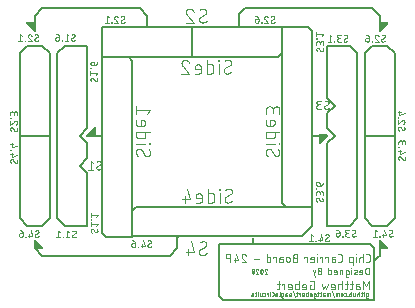
<source format=gbr>
G04 EAGLE Gerber RS-274X export*
G75*
%MOMM*%
%FSLAX34Y34*%
%LPD*%
%INSilkscreen Bottom*%
%IPPOS*%
%AMOC8*
5,1,8,0,0,1.08239X$1,22.5*%
G01*
%ADD10C,0.050800*%
%ADD11C,0.152400*%
%ADD12C,0.025400*%
%ADD13C,0.101600*%
%ADD14C,0.203200*%

G36*
X31837Y233942D02*
X31837Y233942D01*
X31866Y233941D01*
X31976Y233970D01*
X32087Y233992D01*
X32113Y234006D01*
X32141Y234013D01*
X32239Y234071D01*
X32339Y234123D01*
X32361Y234144D01*
X32386Y234159D01*
X32463Y234241D01*
X32545Y234319D01*
X32560Y234344D01*
X32580Y234366D01*
X32632Y234467D01*
X32689Y234564D01*
X32696Y234593D01*
X32710Y234619D01*
X32723Y234696D01*
X32759Y234840D01*
X32757Y234902D01*
X32765Y234950D01*
X32765Y241300D01*
X32757Y241358D01*
X32759Y241416D01*
X32737Y241498D01*
X32725Y241582D01*
X32702Y241635D01*
X32687Y241691D01*
X32644Y241764D01*
X32609Y241841D01*
X32571Y241886D01*
X32542Y241936D01*
X32480Y241994D01*
X32426Y242058D01*
X32377Y242090D01*
X32334Y242130D01*
X32259Y242169D01*
X32189Y242216D01*
X32133Y242233D01*
X32081Y242260D01*
X32013Y242271D01*
X31918Y242301D01*
X31818Y242304D01*
X31750Y242315D01*
X25400Y242315D01*
X25371Y242311D01*
X25342Y242314D01*
X25231Y242291D01*
X25119Y242275D01*
X25092Y242263D01*
X25063Y242258D01*
X24963Y242206D01*
X24859Y242159D01*
X24837Y242140D01*
X24811Y242127D01*
X24729Y242049D01*
X24642Y241976D01*
X24626Y241951D01*
X24605Y241931D01*
X24547Y241833D01*
X24485Y241739D01*
X24476Y241711D01*
X24461Y241686D01*
X24433Y241576D01*
X24399Y241468D01*
X24398Y241438D01*
X24391Y241410D01*
X24394Y241297D01*
X24391Y241184D01*
X24399Y241155D01*
X24400Y241126D01*
X24435Y241018D01*
X24463Y240909D01*
X24478Y240883D01*
X24487Y240855D01*
X24533Y240792D01*
X24609Y240664D01*
X24654Y240621D01*
X24682Y240582D01*
X31032Y234232D01*
X31056Y234215D01*
X31075Y234192D01*
X31169Y234129D01*
X31259Y234061D01*
X31287Y234051D01*
X31311Y234035D01*
X31419Y234000D01*
X31525Y233960D01*
X31554Y233958D01*
X31582Y233949D01*
X31696Y233946D01*
X31808Y233936D01*
X31837Y233942D01*
G37*
G36*
X323853Y233944D02*
X323853Y233944D01*
X323966Y233941D01*
X323995Y233949D01*
X324024Y233950D01*
X324132Y233985D01*
X324241Y234013D01*
X324267Y234028D01*
X324295Y234037D01*
X324358Y234083D01*
X324486Y234159D01*
X324529Y234204D01*
X324568Y234232D01*
X330918Y240582D01*
X330935Y240606D01*
X330958Y240625D01*
X331021Y240719D01*
X331089Y240809D01*
X331099Y240837D01*
X331116Y240861D01*
X331150Y240969D01*
X331190Y241075D01*
X331192Y241104D01*
X331201Y241132D01*
X331204Y241246D01*
X331214Y241358D01*
X331208Y241387D01*
X331209Y241416D01*
X331180Y241526D01*
X331158Y241637D01*
X331144Y241663D01*
X331137Y241691D01*
X331079Y241789D01*
X331027Y241889D01*
X331007Y241911D01*
X330992Y241936D01*
X330909Y242013D01*
X330831Y242095D01*
X330806Y242110D01*
X330784Y242130D01*
X330683Y242182D01*
X330586Y242239D01*
X330557Y242246D01*
X330531Y242260D01*
X330454Y242273D01*
X330310Y242309D01*
X330248Y242307D01*
X330200Y242315D01*
X323850Y242315D01*
X323792Y242307D01*
X323734Y242309D01*
X323652Y242287D01*
X323569Y242275D01*
X323515Y242252D01*
X323459Y242237D01*
X323386Y242194D01*
X323309Y242159D01*
X323264Y242121D01*
X323214Y242092D01*
X323156Y242030D01*
X323092Y241976D01*
X323060Y241927D01*
X323020Y241884D01*
X322981Y241809D01*
X322935Y241739D01*
X322917Y241683D01*
X322890Y241631D01*
X322879Y241563D01*
X322849Y241468D01*
X322846Y241368D01*
X322835Y241300D01*
X322835Y234950D01*
X322839Y234921D01*
X322836Y234892D01*
X322859Y234781D01*
X322875Y234669D01*
X322887Y234642D01*
X322892Y234613D01*
X322945Y234513D01*
X322991Y234409D01*
X323010Y234387D01*
X323023Y234361D01*
X323101Y234279D01*
X323175Y234192D01*
X323199Y234176D01*
X323219Y234155D01*
X323317Y234097D01*
X323411Y234035D01*
X323439Y234026D01*
X323464Y234011D01*
X323574Y233983D01*
X323682Y233949D01*
X323712Y233948D01*
X323740Y233941D01*
X323853Y233944D01*
G37*
G36*
X82608Y145043D02*
X82608Y145043D01*
X82666Y145041D01*
X82748Y145063D01*
X82832Y145075D01*
X82885Y145099D01*
X82941Y145113D01*
X83014Y145156D01*
X83091Y145191D01*
X83136Y145229D01*
X83186Y145259D01*
X83244Y145320D01*
X83308Y145375D01*
X83340Y145423D01*
X83380Y145466D01*
X83419Y145541D01*
X83466Y145611D01*
X83483Y145667D01*
X83510Y145719D01*
X83521Y145787D01*
X83551Y145882D01*
X83554Y145982D01*
X83565Y146050D01*
X83565Y152400D01*
X83561Y152429D01*
X83564Y152458D01*
X83541Y152569D01*
X83525Y152682D01*
X83513Y152708D01*
X83508Y152737D01*
X83456Y152838D01*
X83409Y152941D01*
X83390Y152963D01*
X83377Y152989D01*
X83299Y153071D01*
X83226Y153158D01*
X83201Y153174D01*
X83181Y153195D01*
X83083Y153253D01*
X82989Y153316D01*
X82961Y153324D01*
X82936Y153339D01*
X82826Y153367D01*
X82718Y153401D01*
X82688Y153402D01*
X82660Y153409D01*
X82547Y153406D01*
X82434Y153409D01*
X82405Y153401D01*
X82376Y153400D01*
X82268Y153365D01*
X82159Y153337D01*
X82133Y153322D01*
X82105Y153313D01*
X82042Y153267D01*
X81914Y153192D01*
X81871Y153146D01*
X81832Y153118D01*
X75482Y146768D01*
X75465Y146745D01*
X75442Y146726D01*
X75379Y146631D01*
X75311Y146541D01*
X75301Y146513D01*
X75285Y146489D01*
X75250Y146381D01*
X75210Y146275D01*
X75208Y146246D01*
X75199Y146218D01*
X75196Y146104D01*
X75186Y145992D01*
X75192Y145963D01*
X75191Y145934D01*
X75220Y145824D01*
X75242Y145713D01*
X75256Y145687D01*
X75263Y145659D01*
X75321Y145561D01*
X75373Y145461D01*
X75394Y145439D01*
X75409Y145414D01*
X75491Y145337D01*
X75569Y145255D01*
X75594Y145240D01*
X75616Y145220D01*
X75717Y145168D01*
X75814Y145111D01*
X75843Y145104D01*
X75869Y145090D01*
X75946Y145077D01*
X76090Y145041D01*
X76152Y145043D01*
X76200Y145035D01*
X82550Y145035D01*
X82608Y145043D01*
G37*
G36*
X273053Y138694D02*
X273053Y138694D01*
X273166Y138691D01*
X273195Y138699D01*
X273224Y138700D01*
X273332Y138735D01*
X273441Y138763D01*
X273467Y138778D01*
X273495Y138787D01*
X273558Y138833D01*
X273686Y138909D01*
X273729Y138954D01*
X273768Y138982D01*
X280118Y145332D01*
X280135Y145356D01*
X280158Y145375D01*
X280221Y145469D01*
X280289Y145559D01*
X280299Y145587D01*
X280316Y145611D01*
X280350Y145719D01*
X280390Y145825D01*
X280392Y145854D01*
X280401Y145882D01*
X280404Y145996D01*
X280414Y146108D01*
X280408Y146137D01*
X280409Y146166D01*
X280380Y146276D01*
X280358Y146387D01*
X280344Y146413D01*
X280337Y146441D01*
X280279Y146539D01*
X280227Y146639D01*
X280207Y146661D01*
X280192Y146686D01*
X280109Y146763D01*
X280031Y146845D01*
X280006Y146860D01*
X279984Y146880D01*
X279883Y146932D01*
X279786Y146989D01*
X279757Y146996D01*
X279731Y147010D01*
X279654Y147023D01*
X279510Y147059D01*
X279448Y147057D01*
X279400Y147065D01*
X273050Y147065D01*
X272992Y147057D01*
X272934Y147059D01*
X272852Y147037D01*
X272769Y147025D01*
X272715Y147002D01*
X272659Y146987D01*
X272586Y146944D01*
X272509Y146909D01*
X272464Y146871D01*
X272414Y146842D01*
X272356Y146780D01*
X272292Y146726D01*
X272260Y146677D01*
X272220Y146634D01*
X272181Y146559D01*
X272135Y146489D01*
X272117Y146433D01*
X272090Y146381D01*
X272079Y146313D01*
X272049Y146218D01*
X272046Y146118D01*
X272035Y146050D01*
X272035Y139700D01*
X272039Y139671D01*
X272036Y139642D01*
X272059Y139531D01*
X272075Y139419D01*
X272087Y139392D01*
X272092Y139363D01*
X272145Y139263D01*
X272191Y139159D01*
X272210Y139137D01*
X272223Y139111D01*
X272301Y139029D01*
X272375Y138942D01*
X272399Y138926D01*
X272419Y138905D01*
X272517Y138847D01*
X272611Y138785D01*
X272639Y138776D01*
X272664Y138761D01*
X272774Y138733D01*
X272882Y138699D01*
X272912Y138698D01*
X272940Y138691D01*
X273053Y138694D01*
G37*
G36*
X330229Y49789D02*
X330229Y49789D01*
X330258Y49786D01*
X330369Y49809D01*
X330482Y49825D01*
X330508Y49837D01*
X330537Y49842D01*
X330638Y49895D01*
X330741Y49941D01*
X330763Y49960D01*
X330789Y49973D01*
X330871Y50051D01*
X330958Y50125D01*
X330974Y50149D01*
X330995Y50169D01*
X331053Y50267D01*
X331116Y50361D01*
X331124Y50389D01*
X331139Y50414D01*
X331167Y50524D01*
X331201Y50632D01*
X331202Y50662D01*
X331209Y50690D01*
X331206Y50803D01*
X331209Y50916D01*
X331201Y50945D01*
X331200Y50974D01*
X331165Y51082D01*
X331137Y51191D01*
X331122Y51217D01*
X331113Y51245D01*
X331067Y51308D01*
X330992Y51436D01*
X330946Y51479D01*
X330918Y51518D01*
X324568Y57868D01*
X324545Y57885D01*
X324526Y57908D01*
X324431Y57971D01*
X324341Y58039D01*
X324313Y58049D01*
X324289Y58066D01*
X324181Y58100D01*
X324075Y58140D01*
X324046Y58142D01*
X324018Y58151D01*
X323904Y58154D01*
X323792Y58164D01*
X323763Y58158D01*
X323734Y58159D01*
X323624Y58130D01*
X323513Y58108D01*
X323487Y58094D01*
X323459Y58087D01*
X323361Y58029D01*
X323261Y57977D01*
X323239Y57957D01*
X323214Y57942D01*
X323137Y57859D01*
X323055Y57781D01*
X323040Y57756D01*
X323020Y57734D01*
X322968Y57633D01*
X322911Y57536D01*
X322904Y57507D01*
X322890Y57481D01*
X322877Y57404D01*
X322841Y57260D01*
X322843Y57198D01*
X322835Y57150D01*
X322835Y50800D01*
X322843Y50742D01*
X322841Y50684D01*
X322863Y50602D01*
X322875Y50519D01*
X322899Y50465D01*
X322913Y50409D01*
X322956Y50336D01*
X322991Y50259D01*
X323029Y50214D01*
X323059Y50164D01*
X323120Y50106D01*
X323175Y50042D01*
X323223Y50010D01*
X323266Y49970D01*
X323341Y49931D01*
X323411Y49885D01*
X323467Y49867D01*
X323519Y49840D01*
X323587Y49829D01*
X323682Y49799D01*
X323782Y49796D01*
X323850Y49785D01*
X330200Y49785D01*
X330229Y49789D01*
G37*
G36*
X38129Y49789D02*
X38129Y49789D01*
X38158Y49786D01*
X38269Y49809D01*
X38382Y49825D01*
X38408Y49837D01*
X38437Y49842D01*
X38538Y49895D01*
X38641Y49941D01*
X38663Y49960D01*
X38689Y49973D01*
X38771Y50051D01*
X38858Y50125D01*
X38874Y50149D01*
X38895Y50169D01*
X38953Y50267D01*
X39016Y50361D01*
X39024Y50389D01*
X39039Y50414D01*
X39067Y50524D01*
X39101Y50632D01*
X39102Y50662D01*
X39109Y50690D01*
X39106Y50803D01*
X39109Y50916D01*
X39101Y50945D01*
X39100Y50974D01*
X39065Y51082D01*
X39037Y51191D01*
X39022Y51217D01*
X39013Y51245D01*
X38967Y51308D01*
X38892Y51436D01*
X38846Y51479D01*
X38818Y51518D01*
X32468Y57868D01*
X32445Y57885D01*
X32426Y57908D01*
X32331Y57971D01*
X32241Y58039D01*
X32213Y58049D01*
X32189Y58066D01*
X32081Y58100D01*
X31975Y58140D01*
X31946Y58142D01*
X31918Y58151D01*
X31804Y58154D01*
X31692Y58164D01*
X31663Y58158D01*
X31634Y58159D01*
X31524Y58130D01*
X31413Y58108D01*
X31387Y58094D01*
X31359Y58087D01*
X31261Y58029D01*
X31161Y57977D01*
X31139Y57957D01*
X31114Y57942D01*
X31037Y57859D01*
X30955Y57781D01*
X30940Y57756D01*
X30920Y57734D01*
X30868Y57633D01*
X30811Y57536D01*
X30804Y57507D01*
X30790Y57481D01*
X30777Y57404D01*
X30741Y57260D01*
X30743Y57198D01*
X30735Y57150D01*
X30735Y50800D01*
X30743Y50742D01*
X30741Y50684D01*
X30763Y50602D01*
X30775Y50519D01*
X30799Y50465D01*
X30813Y50409D01*
X30856Y50336D01*
X30891Y50259D01*
X30929Y50214D01*
X30959Y50164D01*
X31020Y50106D01*
X31075Y50042D01*
X31123Y50010D01*
X31166Y49970D01*
X31241Y49931D01*
X31311Y49885D01*
X31367Y49867D01*
X31419Y49840D01*
X31487Y49829D01*
X31582Y49799D01*
X31682Y49796D01*
X31750Y49785D01*
X38100Y49785D01*
X38129Y49789D01*
G37*
D10*
X314706Y28512D02*
X314706Y34100D01*
X313154Y34100D01*
X313154Y34099D02*
X313078Y34097D01*
X313002Y34092D01*
X312926Y34082D01*
X312851Y34069D01*
X312777Y34052D01*
X312703Y34032D01*
X312631Y34008D01*
X312560Y33981D01*
X312490Y33950D01*
X312422Y33916D01*
X312356Y33878D01*
X312292Y33837D01*
X312229Y33794D01*
X312169Y33747D01*
X312112Y33697D01*
X312057Y33644D01*
X312004Y33589D01*
X311954Y33532D01*
X311907Y33472D01*
X311864Y33409D01*
X311823Y33345D01*
X311785Y33279D01*
X311751Y33211D01*
X311720Y33141D01*
X311693Y33070D01*
X311669Y32998D01*
X311649Y32924D01*
X311632Y32850D01*
X311619Y32775D01*
X311609Y32699D01*
X311604Y32623D01*
X311602Y32547D01*
X311602Y30064D01*
X311604Y29988D01*
X311609Y29912D01*
X311619Y29836D01*
X311632Y29761D01*
X311649Y29687D01*
X311669Y29613D01*
X311693Y29541D01*
X311720Y29470D01*
X311751Y29400D01*
X311785Y29332D01*
X311823Y29266D01*
X311864Y29202D01*
X311907Y29139D01*
X311954Y29079D01*
X312004Y29022D01*
X312057Y28967D01*
X312112Y28914D01*
X312169Y28864D01*
X312229Y28817D01*
X312292Y28774D01*
X312356Y28733D01*
X312422Y28695D01*
X312490Y28661D01*
X312560Y28630D01*
X312631Y28603D01*
X312703Y28579D01*
X312777Y28559D01*
X312851Y28542D01*
X312926Y28529D01*
X313002Y28519D01*
X313078Y28514D01*
X313154Y28512D01*
X314706Y28512D01*
X308161Y28512D02*
X306609Y28512D01*
X308161Y28512D02*
X308219Y28514D01*
X308278Y28519D01*
X308335Y28528D01*
X308393Y28541D01*
X308449Y28558D01*
X308504Y28577D01*
X308557Y28601D01*
X308610Y28627D01*
X308660Y28657D01*
X308708Y28690D01*
X308754Y28726D01*
X308798Y28764D01*
X308840Y28806D01*
X308878Y28850D01*
X308914Y28896D01*
X308947Y28944D01*
X308977Y28994D01*
X309003Y29047D01*
X309027Y29100D01*
X309046Y29155D01*
X309063Y29211D01*
X309076Y29269D01*
X309085Y29326D01*
X309090Y29385D01*
X309092Y29443D01*
X309092Y30995D01*
X309090Y31065D01*
X309084Y31134D01*
X309074Y31203D01*
X309061Y31271D01*
X309043Y31339D01*
X309022Y31405D01*
X308997Y31470D01*
X308969Y31534D01*
X308937Y31596D01*
X308902Y31656D01*
X308863Y31714D01*
X308821Y31769D01*
X308776Y31823D01*
X308728Y31873D01*
X308678Y31921D01*
X308624Y31966D01*
X308569Y32008D01*
X308511Y32047D01*
X308451Y32082D01*
X308389Y32114D01*
X308325Y32142D01*
X308260Y32167D01*
X308194Y32188D01*
X308126Y32206D01*
X308058Y32219D01*
X307989Y32229D01*
X307920Y32235D01*
X307850Y32237D01*
X307780Y32235D01*
X307711Y32229D01*
X307642Y32219D01*
X307574Y32206D01*
X307506Y32188D01*
X307440Y32167D01*
X307375Y32142D01*
X307311Y32114D01*
X307249Y32082D01*
X307189Y32047D01*
X307131Y32008D01*
X307076Y31966D01*
X307022Y31921D01*
X306972Y31873D01*
X306924Y31823D01*
X306879Y31769D01*
X306837Y31714D01*
X306798Y31656D01*
X306763Y31596D01*
X306731Y31534D01*
X306703Y31470D01*
X306678Y31405D01*
X306657Y31339D01*
X306639Y31271D01*
X306626Y31203D01*
X306616Y31134D01*
X306610Y31065D01*
X306608Y30995D01*
X306609Y30995D02*
X306609Y30374D01*
X309092Y30374D01*
X303872Y30685D02*
X302319Y30064D01*
X303872Y30685D02*
X303923Y30707D01*
X303972Y30733D01*
X304020Y30762D01*
X304065Y30795D01*
X304108Y30831D01*
X304149Y30869D01*
X304186Y30911D01*
X304221Y30954D01*
X304253Y31000D01*
X304281Y31049D01*
X304306Y31099D01*
X304327Y31150D01*
X304345Y31203D01*
X304359Y31257D01*
X304369Y31312D01*
X304375Y31368D01*
X304378Y31423D01*
X304377Y31479D01*
X304371Y31535D01*
X304362Y31590D01*
X304350Y31644D01*
X304333Y31698D01*
X304313Y31750D01*
X304289Y31800D01*
X304262Y31849D01*
X304231Y31896D01*
X304197Y31940D01*
X304161Y31982D01*
X304121Y32022D01*
X304079Y32058D01*
X304034Y32092D01*
X303987Y32122D01*
X303939Y32149D01*
X303888Y32173D01*
X303836Y32193D01*
X303782Y32209D01*
X303728Y32222D01*
X303673Y32231D01*
X303617Y32236D01*
X303561Y32237D01*
X303562Y32238D02*
X303451Y32234D01*
X303340Y32228D01*
X303230Y32217D01*
X303120Y32203D01*
X303010Y32186D01*
X302901Y32166D01*
X302793Y32142D01*
X302686Y32114D01*
X302579Y32083D01*
X302474Y32049D01*
X302369Y32012D01*
X302266Y31971D01*
X302164Y31927D01*
X302319Y30063D02*
X302268Y30041D01*
X302219Y30015D01*
X302171Y29986D01*
X302126Y29953D01*
X302083Y29917D01*
X302042Y29879D01*
X302005Y29837D01*
X301970Y29794D01*
X301938Y29748D01*
X301910Y29699D01*
X301885Y29649D01*
X301864Y29598D01*
X301846Y29545D01*
X301832Y29491D01*
X301822Y29436D01*
X301816Y29380D01*
X301813Y29325D01*
X301814Y29269D01*
X301820Y29213D01*
X301829Y29158D01*
X301841Y29104D01*
X301858Y29050D01*
X301878Y28998D01*
X301902Y28948D01*
X301929Y28899D01*
X301960Y28852D01*
X301994Y28808D01*
X302030Y28766D01*
X302070Y28726D01*
X302112Y28690D01*
X302157Y28656D01*
X302204Y28626D01*
X302252Y28599D01*
X302303Y28575D01*
X302355Y28555D01*
X302409Y28539D01*
X302463Y28526D01*
X302518Y28517D01*
X302574Y28512D01*
X302630Y28511D01*
X302630Y28512D02*
X302764Y28515D01*
X302898Y28522D01*
X303032Y28533D01*
X303165Y28546D01*
X303298Y28564D01*
X303431Y28584D01*
X303563Y28608D01*
X303694Y28636D01*
X303825Y28666D01*
X303954Y28700D01*
X304083Y28738D01*
X304211Y28778D01*
X304338Y28822D01*
X299621Y28512D02*
X299621Y32237D01*
X299776Y33789D02*
X299776Y34100D01*
X299466Y34100D01*
X299466Y33789D01*
X299776Y33789D01*
X296485Y28512D02*
X294933Y28512D01*
X296485Y28512D02*
X296543Y28514D01*
X296602Y28519D01*
X296659Y28528D01*
X296717Y28541D01*
X296773Y28558D01*
X296828Y28577D01*
X296881Y28601D01*
X296934Y28627D01*
X296984Y28657D01*
X297032Y28690D01*
X297078Y28726D01*
X297122Y28764D01*
X297164Y28806D01*
X297202Y28850D01*
X297238Y28896D01*
X297271Y28944D01*
X297301Y28994D01*
X297327Y29047D01*
X297351Y29100D01*
X297370Y29155D01*
X297387Y29211D01*
X297400Y29269D01*
X297409Y29326D01*
X297414Y29385D01*
X297416Y29443D01*
X297417Y29443D02*
X297417Y31306D01*
X297416Y31306D02*
X297414Y31364D01*
X297409Y31423D01*
X297400Y31480D01*
X297387Y31538D01*
X297370Y31594D01*
X297351Y31649D01*
X297327Y31702D01*
X297301Y31755D01*
X297271Y31805D01*
X297238Y31853D01*
X297202Y31899D01*
X297164Y31943D01*
X297122Y31985D01*
X297078Y32023D01*
X297032Y32059D01*
X296984Y32092D01*
X296934Y32122D01*
X296881Y32148D01*
X296828Y32172D01*
X296773Y32191D01*
X296717Y32208D01*
X296659Y32221D01*
X296602Y32230D01*
X296543Y32235D01*
X296485Y32237D01*
X294933Y32237D01*
X294933Y27580D01*
X294934Y27580D02*
X294936Y27519D01*
X294942Y27458D01*
X294952Y27398D01*
X294966Y27339D01*
X294983Y27281D01*
X295005Y27224D01*
X295030Y27168D01*
X295059Y27115D01*
X295091Y27063D01*
X295126Y27013D01*
X295165Y26966D01*
X295207Y26922D01*
X295251Y26880D01*
X295298Y26841D01*
X295348Y26806D01*
X295399Y26774D01*
X295453Y26745D01*
X295509Y26720D01*
X295566Y26698D01*
X295624Y26681D01*
X295683Y26667D01*
X295743Y26657D01*
X295804Y26651D01*
X295865Y26649D01*
X297106Y26649D01*
X292267Y28512D02*
X292267Y32237D01*
X290715Y32237D01*
X290657Y32235D01*
X290598Y32230D01*
X290541Y32221D01*
X290483Y32208D01*
X290427Y32191D01*
X290372Y32172D01*
X290319Y32148D01*
X290266Y32122D01*
X290216Y32092D01*
X290168Y32059D01*
X290122Y32023D01*
X290078Y31985D01*
X290036Y31943D01*
X289998Y31899D01*
X289962Y31853D01*
X289929Y31805D01*
X289899Y31755D01*
X289873Y31702D01*
X289849Y31649D01*
X289830Y31594D01*
X289813Y31538D01*
X289800Y31480D01*
X289791Y31423D01*
X289786Y31364D01*
X289784Y31306D01*
X289784Y28512D01*
X286398Y28512D02*
X284846Y28512D01*
X286398Y28512D02*
X286456Y28514D01*
X286515Y28519D01*
X286572Y28528D01*
X286630Y28541D01*
X286686Y28558D01*
X286741Y28577D01*
X286794Y28601D01*
X286847Y28627D01*
X286897Y28657D01*
X286945Y28690D01*
X286991Y28726D01*
X287035Y28764D01*
X287077Y28806D01*
X287115Y28850D01*
X287151Y28896D01*
X287184Y28944D01*
X287214Y28994D01*
X287240Y29047D01*
X287264Y29100D01*
X287283Y29155D01*
X287300Y29211D01*
X287313Y29269D01*
X287322Y29326D01*
X287327Y29385D01*
X287329Y29443D01*
X287330Y29443D02*
X287330Y30995D01*
X287328Y31065D01*
X287322Y31134D01*
X287312Y31203D01*
X287299Y31271D01*
X287281Y31339D01*
X287260Y31405D01*
X287235Y31470D01*
X287207Y31534D01*
X287175Y31596D01*
X287140Y31656D01*
X287101Y31714D01*
X287059Y31769D01*
X287014Y31823D01*
X286966Y31873D01*
X286916Y31921D01*
X286862Y31966D01*
X286807Y32008D01*
X286749Y32047D01*
X286689Y32082D01*
X286627Y32114D01*
X286563Y32142D01*
X286498Y32167D01*
X286432Y32188D01*
X286364Y32206D01*
X286296Y32219D01*
X286227Y32229D01*
X286158Y32235D01*
X286088Y32237D01*
X286018Y32235D01*
X285949Y32229D01*
X285880Y32219D01*
X285812Y32206D01*
X285744Y32188D01*
X285678Y32167D01*
X285613Y32142D01*
X285549Y32114D01*
X285487Y32082D01*
X285427Y32047D01*
X285369Y32008D01*
X285314Y31966D01*
X285260Y31921D01*
X285210Y31873D01*
X285162Y31823D01*
X285117Y31769D01*
X285075Y31714D01*
X285036Y31656D01*
X285001Y31596D01*
X284969Y31534D01*
X284941Y31470D01*
X284916Y31405D01*
X284895Y31339D01*
X284877Y31271D01*
X284864Y31203D01*
X284854Y31134D01*
X284848Y31065D01*
X284846Y30995D01*
X284846Y30374D01*
X287330Y30374D01*
X280120Y28512D02*
X280120Y34100D01*
X280120Y28512D02*
X281672Y28512D01*
X281730Y28514D01*
X281789Y28519D01*
X281846Y28528D01*
X281904Y28541D01*
X281960Y28558D01*
X282015Y28577D01*
X282068Y28601D01*
X282121Y28627D01*
X282171Y28657D01*
X282219Y28690D01*
X282265Y28726D01*
X282309Y28764D01*
X282351Y28806D01*
X282389Y28850D01*
X282425Y28896D01*
X282458Y28944D01*
X282488Y28994D01*
X282514Y29047D01*
X282538Y29100D01*
X282557Y29155D01*
X282574Y29211D01*
X282587Y29269D01*
X282596Y29326D01*
X282601Y29385D01*
X282603Y29443D01*
X282604Y29443D02*
X282604Y31306D01*
X282603Y31306D02*
X282601Y31364D01*
X282596Y31423D01*
X282587Y31480D01*
X282574Y31538D01*
X282557Y31594D01*
X282538Y31649D01*
X282514Y31702D01*
X282488Y31755D01*
X282458Y31805D01*
X282425Y31853D01*
X282389Y31899D01*
X282351Y31943D01*
X282309Y31985D01*
X282265Y32023D01*
X282219Y32059D01*
X282171Y32092D01*
X282121Y32122D01*
X282068Y32148D01*
X282015Y32172D01*
X281960Y32191D01*
X281904Y32208D01*
X281846Y32221D01*
X281789Y32230D01*
X281730Y32235D01*
X281672Y32237D01*
X280120Y32237D01*
X274390Y31616D02*
X272838Y31616D01*
X272761Y31614D01*
X272683Y31608D01*
X272607Y31599D01*
X272530Y31585D01*
X272455Y31568D01*
X272381Y31547D01*
X272307Y31522D01*
X272235Y31494D01*
X272165Y31462D01*
X272096Y31427D01*
X272029Y31388D01*
X271964Y31346D01*
X271901Y31301D01*
X271840Y31253D01*
X271782Y31202D01*
X271727Y31148D01*
X271674Y31091D01*
X271625Y31032D01*
X271578Y30970D01*
X271534Y30906D01*
X271494Y30840D01*
X271457Y30772D01*
X271423Y30702D01*
X271393Y30631D01*
X271367Y30558D01*
X271344Y30484D01*
X271325Y30409D01*
X271310Y30334D01*
X271298Y30257D01*
X271290Y30180D01*
X271286Y30103D01*
X271286Y30025D01*
X271290Y29948D01*
X271298Y29871D01*
X271310Y29794D01*
X271325Y29719D01*
X271344Y29644D01*
X271367Y29570D01*
X271393Y29497D01*
X271423Y29426D01*
X271457Y29356D01*
X271494Y29288D01*
X271534Y29222D01*
X271578Y29158D01*
X271625Y29096D01*
X271674Y29037D01*
X271727Y28980D01*
X271782Y28926D01*
X271840Y28875D01*
X271901Y28827D01*
X271964Y28782D01*
X272029Y28740D01*
X272096Y28701D01*
X272165Y28666D01*
X272235Y28634D01*
X272307Y28606D01*
X272381Y28581D01*
X272455Y28560D01*
X272530Y28543D01*
X272607Y28529D01*
X272683Y28520D01*
X272761Y28514D01*
X272838Y28512D01*
X274390Y28512D01*
X274390Y34100D01*
X272838Y34100D01*
X272768Y34098D01*
X272699Y34092D01*
X272630Y34082D01*
X272562Y34069D01*
X272494Y34051D01*
X272428Y34030D01*
X272363Y34005D01*
X272299Y33977D01*
X272237Y33945D01*
X272177Y33910D01*
X272119Y33871D01*
X272064Y33829D01*
X272010Y33784D01*
X271960Y33736D01*
X271912Y33686D01*
X271867Y33632D01*
X271825Y33577D01*
X271786Y33519D01*
X271751Y33459D01*
X271719Y33397D01*
X271691Y33333D01*
X271666Y33268D01*
X271645Y33202D01*
X271627Y33134D01*
X271614Y33066D01*
X271604Y32997D01*
X271598Y32928D01*
X271596Y32858D01*
X271598Y32788D01*
X271604Y32719D01*
X271614Y32650D01*
X271627Y32582D01*
X271645Y32514D01*
X271666Y32448D01*
X271691Y32383D01*
X271719Y32319D01*
X271751Y32257D01*
X271786Y32197D01*
X271825Y32139D01*
X271867Y32084D01*
X271912Y32030D01*
X271960Y31980D01*
X272010Y31932D01*
X272064Y31887D01*
X272119Y31845D01*
X272177Y31806D01*
X272237Y31771D01*
X272299Y31739D01*
X272363Y31711D01*
X272428Y31686D01*
X272494Y31665D01*
X272562Y31647D01*
X272630Y31634D01*
X272699Y31624D01*
X272768Y31618D01*
X272838Y31616D01*
X269407Y26649D02*
X268787Y26649D01*
X266924Y32237D01*
X269407Y32237D02*
X268166Y28512D01*
X314706Y22924D02*
X314706Y15812D01*
X312335Y18972D02*
X314706Y22924D01*
X312335Y18972D02*
X309965Y22924D01*
X309965Y15812D01*
X305479Y18577D02*
X303701Y18577D01*
X305479Y18577D02*
X305553Y18575D01*
X305626Y18569D01*
X305699Y18559D01*
X305771Y18546D01*
X305843Y18528D01*
X305913Y18507D01*
X305983Y18482D01*
X306050Y18453D01*
X306117Y18421D01*
X306181Y18386D01*
X306244Y18346D01*
X306304Y18304D01*
X306362Y18259D01*
X306417Y18210D01*
X306470Y18159D01*
X306520Y18105D01*
X306567Y18048D01*
X306611Y17989D01*
X306651Y17928D01*
X306689Y17864D01*
X306723Y17799D01*
X306753Y17732D01*
X306780Y17663D01*
X306803Y17593D01*
X306822Y17522D01*
X306838Y17450D01*
X306850Y17378D01*
X306858Y17304D01*
X306862Y17231D01*
X306862Y17157D01*
X306858Y17084D01*
X306850Y17010D01*
X306838Y16938D01*
X306822Y16866D01*
X306803Y16795D01*
X306780Y16725D01*
X306753Y16656D01*
X306723Y16589D01*
X306689Y16524D01*
X306651Y16460D01*
X306611Y16399D01*
X306567Y16340D01*
X306520Y16283D01*
X306470Y16229D01*
X306417Y16178D01*
X306362Y16129D01*
X306304Y16084D01*
X306244Y16042D01*
X306181Y16002D01*
X306117Y15967D01*
X306050Y15935D01*
X305983Y15906D01*
X305913Y15881D01*
X305843Y15860D01*
X305771Y15842D01*
X305699Y15829D01*
X305626Y15819D01*
X305553Y15813D01*
X305479Y15811D01*
X305479Y15812D02*
X303701Y15812D01*
X303701Y19368D01*
X303703Y19434D01*
X303708Y19501D01*
X303718Y19566D01*
X303731Y19632D01*
X303747Y19696D01*
X303768Y19759D01*
X303791Y19821D01*
X303818Y19882D01*
X303849Y19941D01*
X303883Y19998D01*
X303920Y20054D01*
X303960Y20107D01*
X304002Y20158D01*
X304048Y20206D01*
X304096Y20252D01*
X304147Y20294D01*
X304200Y20334D01*
X304256Y20371D01*
X304313Y20405D01*
X304372Y20436D01*
X304433Y20463D01*
X304495Y20487D01*
X304558Y20507D01*
X304622Y20523D01*
X304688Y20536D01*
X304753Y20546D01*
X304820Y20551D01*
X304886Y20553D01*
X306467Y20553D01*
X301227Y20553D02*
X298857Y20553D01*
X300437Y22924D02*
X300437Y16997D01*
X300435Y16931D01*
X300430Y16864D01*
X300420Y16799D01*
X300407Y16733D01*
X300391Y16669D01*
X300371Y16606D01*
X300347Y16544D01*
X300320Y16483D01*
X300289Y16424D01*
X300255Y16367D01*
X300218Y16311D01*
X300178Y16258D01*
X300136Y16207D01*
X300090Y16159D01*
X300042Y16113D01*
X299991Y16071D01*
X299938Y16031D01*
X299882Y15994D01*
X299825Y15960D01*
X299766Y15929D01*
X299705Y15902D01*
X299643Y15878D01*
X299580Y15858D01*
X299516Y15842D01*
X299450Y15829D01*
X299385Y15819D01*
X299318Y15814D01*
X299252Y15812D01*
X298857Y15812D01*
X296884Y20553D02*
X294513Y20553D01*
X296094Y22924D02*
X296094Y16997D01*
X296093Y16997D02*
X296091Y16931D01*
X296086Y16864D01*
X296076Y16799D01*
X296063Y16733D01*
X296047Y16669D01*
X296027Y16606D01*
X296003Y16544D01*
X295976Y16483D01*
X295945Y16424D01*
X295911Y16367D01*
X295874Y16311D01*
X295834Y16258D01*
X295792Y16207D01*
X295746Y16159D01*
X295698Y16113D01*
X295647Y16071D01*
X295594Y16031D01*
X295538Y15994D01*
X295481Y15960D01*
X295422Y15929D01*
X295361Y15902D01*
X295299Y15878D01*
X295236Y15858D01*
X295172Y15842D01*
X295106Y15829D01*
X295041Y15819D01*
X294974Y15814D01*
X294908Y15812D01*
X294513Y15812D01*
X291742Y15812D02*
X291742Y22924D01*
X291742Y20553D02*
X289766Y20553D01*
X289766Y20552D02*
X289700Y20550D01*
X289633Y20545D01*
X289568Y20535D01*
X289502Y20522D01*
X289438Y20506D01*
X289375Y20486D01*
X289313Y20462D01*
X289252Y20435D01*
X289193Y20404D01*
X289136Y20370D01*
X289080Y20333D01*
X289027Y20293D01*
X288976Y20251D01*
X288928Y20205D01*
X288882Y20157D01*
X288840Y20106D01*
X288800Y20053D01*
X288763Y19997D01*
X288729Y19940D01*
X288698Y19881D01*
X288671Y19821D01*
X288648Y19758D01*
X288627Y19695D01*
X288611Y19631D01*
X288598Y19566D01*
X288588Y19500D01*
X288583Y19434D01*
X288581Y19367D01*
X288581Y19368D02*
X288581Y15812D01*
X284384Y15812D02*
X282409Y15812D01*
X284384Y15812D02*
X284450Y15814D01*
X284517Y15819D01*
X284582Y15829D01*
X284648Y15842D01*
X284712Y15858D01*
X284775Y15878D01*
X284837Y15902D01*
X284898Y15929D01*
X284957Y15960D01*
X285014Y15994D01*
X285070Y16031D01*
X285123Y16071D01*
X285174Y16113D01*
X285222Y16159D01*
X285268Y16207D01*
X285310Y16258D01*
X285350Y16311D01*
X285387Y16367D01*
X285421Y16424D01*
X285452Y16483D01*
X285479Y16544D01*
X285503Y16606D01*
X285523Y16669D01*
X285539Y16733D01*
X285552Y16799D01*
X285562Y16864D01*
X285567Y16931D01*
X285569Y16997D01*
X285570Y16997D02*
X285570Y18972D01*
X285569Y18972D02*
X285567Y19051D01*
X285561Y19129D01*
X285551Y19207D01*
X285538Y19285D01*
X285520Y19362D01*
X285499Y19438D01*
X285474Y19512D01*
X285445Y19586D01*
X285413Y19658D01*
X285377Y19728D01*
X285337Y19796D01*
X285294Y19862D01*
X285248Y19926D01*
X285199Y19988D01*
X285147Y20047D01*
X285092Y20103D01*
X285034Y20157D01*
X284974Y20207D01*
X284911Y20255D01*
X284846Y20299D01*
X284779Y20340D01*
X284710Y20378D01*
X284639Y20412D01*
X284566Y20443D01*
X284492Y20470D01*
X284417Y20493D01*
X284341Y20512D01*
X284263Y20528D01*
X284185Y20540D01*
X284107Y20548D01*
X284028Y20552D01*
X283950Y20552D01*
X283871Y20548D01*
X283793Y20540D01*
X283715Y20528D01*
X283637Y20512D01*
X283561Y20493D01*
X283486Y20470D01*
X283412Y20443D01*
X283339Y20412D01*
X283268Y20378D01*
X283199Y20340D01*
X283132Y20299D01*
X283067Y20255D01*
X283004Y20207D01*
X282944Y20157D01*
X282886Y20103D01*
X282831Y20047D01*
X282779Y19988D01*
X282730Y19926D01*
X282684Y19862D01*
X282641Y19796D01*
X282601Y19728D01*
X282565Y19658D01*
X282533Y19586D01*
X282504Y19512D01*
X282479Y19438D01*
X282458Y19362D01*
X282440Y19285D01*
X282427Y19207D01*
X282417Y19129D01*
X282411Y19051D01*
X282409Y18972D01*
X282409Y18182D01*
X285570Y18182D01*
X279731Y20553D02*
X278545Y15812D01*
X277360Y18972D01*
X276175Y15812D01*
X274989Y20553D01*
X265597Y19763D02*
X264412Y19763D01*
X264412Y15812D01*
X266782Y15812D01*
X266860Y15814D01*
X266937Y15820D01*
X267014Y15829D01*
X267090Y15842D01*
X267166Y15859D01*
X267241Y15880D01*
X267314Y15904D01*
X267387Y15932D01*
X267458Y15964D01*
X267527Y15999D01*
X267594Y16037D01*
X267660Y16078D01*
X267723Y16123D01*
X267784Y16171D01*
X267843Y16221D01*
X267899Y16275D01*
X267953Y16331D01*
X268003Y16390D01*
X268051Y16451D01*
X268096Y16514D01*
X268137Y16580D01*
X268175Y16647D01*
X268210Y16716D01*
X268242Y16787D01*
X268270Y16860D01*
X268294Y16933D01*
X268315Y17008D01*
X268332Y17084D01*
X268345Y17160D01*
X268354Y17237D01*
X268360Y17314D01*
X268362Y17392D01*
X268363Y17392D02*
X268363Y21343D01*
X268362Y21343D02*
X268360Y21421D01*
X268354Y21498D01*
X268345Y21575D01*
X268332Y21651D01*
X268315Y21727D01*
X268294Y21802D01*
X268270Y21875D01*
X268242Y21948D01*
X268210Y22019D01*
X268175Y22088D01*
X268137Y22155D01*
X268096Y22221D01*
X268051Y22284D01*
X268003Y22345D01*
X267953Y22404D01*
X267899Y22460D01*
X267843Y22514D01*
X267784Y22564D01*
X267723Y22612D01*
X267660Y22657D01*
X267594Y22698D01*
X267527Y22736D01*
X267458Y22771D01*
X267387Y22803D01*
X267314Y22831D01*
X267241Y22855D01*
X267166Y22876D01*
X267090Y22893D01*
X267014Y22906D01*
X266937Y22915D01*
X266860Y22921D01*
X266782Y22923D01*
X266782Y22924D02*
X264412Y22924D01*
X260153Y15812D02*
X258177Y15812D01*
X260153Y15812D02*
X260219Y15814D01*
X260286Y15819D01*
X260351Y15829D01*
X260417Y15842D01*
X260481Y15858D01*
X260544Y15878D01*
X260606Y15902D01*
X260667Y15929D01*
X260726Y15960D01*
X260783Y15994D01*
X260839Y16031D01*
X260892Y16071D01*
X260943Y16113D01*
X260991Y16159D01*
X261037Y16207D01*
X261079Y16258D01*
X261119Y16311D01*
X261156Y16367D01*
X261190Y16424D01*
X261221Y16483D01*
X261248Y16544D01*
X261272Y16606D01*
X261292Y16669D01*
X261308Y16733D01*
X261321Y16799D01*
X261331Y16864D01*
X261336Y16931D01*
X261338Y16997D01*
X261338Y18972D01*
X261336Y19051D01*
X261330Y19129D01*
X261320Y19207D01*
X261307Y19285D01*
X261289Y19362D01*
X261268Y19438D01*
X261243Y19512D01*
X261214Y19586D01*
X261182Y19658D01*
X261146Y19728D01*
X261106Y19796D01*
X261063Y19862D01*
X261017Y19926D01*
X260968Y19988D01*
X260916Y20047D01*
X260861Y20103D01*
X260803Y20157D01*
X260743Y20207D01*
X260680Y20255D01*
X260615Y20299D01*
X260548Y20340D01*
X260479Y20378D01*
X260408Y20412D01*
X260335Y20443D01*
X260261Y20470D01*
X260186Y20493D01*
X260110Y20512D01*
X260032Y20528D01*
X259954Y20540D01*
X259876Y20548D01*
X259797Y20552D01*
X259719Y20552D01*
X259640Y20548D01*
X259562Y20540D01*
X259484Y20528D01*
X259406Y20512D01*
X259330Y20493D01*
X259255Y20470D01*
X259181Y20443D01*
X259108Y20412D01*
X259037Y20378D01*
X258968Y20340D01*
X258901Y20299D01*
X258836Y20255D01*
X258773Y20207D01*
X258713Y20157D01*
X258655Y20103D01*
X258600Y20047D01*
X258548Y19988D01*
X258499Y19926D01*
X258453Y19862D01*
X258410Y19796D01*
X258370Y19728D01*
X258334Y19658D01*
X258302Y19586D01*
X258273Y19512D01*
X258248Y19438D01*
X258227Y19362D01*
X258209Y19285D01*
X258196Y19207D01*
X258186Y19129D01*
X258180Y19051D01*
X258178Y18972D01*
X258177Y18972D02*
X258177Y18182D01*
X261338Y18182D01*
X255134Y15812D02*
X255134Y22924D01*
X255134Y15812D02*
X253158Y15812D01*
X253092Y15814D01*
X253025Y15819D01*
X252960Y15829D01*
X252894Y15842D01*
X252830Y15858D01*
X252767Y15878D01*
X252705Y15902D01*
X252644Y15929D01*
X252585Y15960D01*
X252528Y15994D01*
X252472Y16031D01*
X252419Y16071D01*
X252368Y16113D01*
X252320Y16159D01*
X252274Y16207D01*
X252232Y16258D01*
X252192Y16311D01*
X252155Y16367D01*
X252121Y16424D01*
X252090Y16483D01*
X252063Y16543D01*
X252040Y16606D01*
X252019Y16669D01*
X252003Y16733D01*
X251990Y16798D01*
X251980Y16864D01*
X251975Y16930D01*
X251973Y16997D01*
X251973Y19368D01*
X251975Y19434D01*
X251980Y19501D01*
X251990Y19566D01*
X252003Y19632D01*
X252019Y19696D01*
X252040Y19759D01*
X252063Y19821D01*
X252090Y19882D01*
X252121Y19941D01*
X252155Y19998D01*
X252192Y20054D01*
X252232Y20107D01*
X252274Y20158D01*
X252320Y20206D01*
X252368Y20252D01*
X252419Y20294D01*
X252472Y20334D01*
X252528Y20371D01*
X252585Y20405D01*
X252644Y20436D01*
X252705Y20463D01*
X252767Y20487D01*
X252830Y20507D01*
X252894Y20523D01*
X252960Y20536D01*
X253025Y20546D01*
X253092Y20551D01*
X253158Y20553D01*
X255134Y20553D01*
X248037Y15812D02*
X246062Y15812D01*
X248037Y15812D02*
X248103Y15814D01*
X248170Y15819D01*
X248235Y15829D01*
X248301Y15842D01*
X248365Y15858D01*
X248428Y15878D01*
X248490Y15902D01*
X248551Y15929D01*
X248610Y15960D01*
X248667Y15994D01*
X248723Y16031D01*
X248776Y16071D01*
X248827Y16113D01*
X248875Y16159D01*
X248921Y16207D01*
X248963Y16258D01*
X249003Y16311D01*
X249040Y16367D01*
X249074Y16424D01*
X249105Y16483D01*
X249132Y16544D01*
X249156Y16606D01*
X249176Y16669D01*
X249192Y16733D01*
X249205Y16799D01*
X249215Y16864D01*
X249220Y16931D01*
X249222Y16997D01*
X249223Y16997D02*
X249223Y18972D01*
X249222Y18972D02*
X249220Y19051D01*
X249214Y19129D01*
X249204Y19207D01*
X249191Y19285D01*
X249173Y19362D01*
X249152Y19438D01*
X249127Y19512D01*
X249098Y19586D01*
X249066Y19658D01*
X249030Y19728D01*
X248990Y19796D01*
X248947Y19862D01*
X248901Y19926D01*
X248852Y19988D01*
X248800Y20047D01*
X248745Y20103D01*
X248687Y20157D01*
X248627Y20207D01*
X248564Y20255D01*
X248499Y20299D01*
X248432Y20340D01*
X248363Y20378D01*
X248292Y20412D01*
X248219Y20443D01*
X248145Y20470D01*
X248070Y20493D01*
X247994Y20512D01*
X247916Y20528D01*
X247838Y20540D01*
X247760Y20548D01*
X247681Y20552D01*
X247603Y20552D01*
X247524Y20548D01*
X247446Y20540D01*
X247368Y20528D01*
X247290Y20512D01*
X247214Y20493D01*
X247139Y20470D01*
X247065Y20443D01*
X246992Y20412D01*
X246921Y20378D01*
X246852Y20340D01*
X246785Y20299D01*
X246720Y20255D01*
X246657Y20207D01*
X246597Y20157D01*
X246539Y20103D01*
X246484Y20047D01*
X246432Y19988D01*
X246383Y19926D01*
X246337Y19862D01*
X246294Y19796D01*
X246254Y19728D01*
X246218Y19658D01*
X246186Y19586D01*
X246157Y19512D01*
X246132Y19438D01*
X246111Y19362D01*
X246093Y19285D01*
X246080Y19207D01*
X246070Y19129D01*
X246064Y19051D01*
X246062Y18972D01*
X246062Y18182D01*
X249223Y18182D01*
X243014Y15812D02*
X243014Y20553D01*
X240643Y20553D01*
X240643Y19763D01*
X239048Y20553D02*
X236678Y20553D01*
X238258Y22924D02*
X238258Y16997D01*
X238256Y16931D01*
X238251Y16864D01*
X238241Y16799D01*
X238228Y16733D01*
X238212Y16669D01*
X238192Y16606D01*
X238168Y16544D01*
X238141Y16483D01*
X238110Y16424D01*
X238076Y16367D01*
X238039Y16311D01*
X237999Y16258D01*
X237957Y16207D01*
X237911Y16159D01*
X237863Y16113D01*
X237812Y16071D01*
X237759Y16031D01*
X237703Y15994D01*
X237646Y15960D01*
X237587Y15929D01*
X237526Y15902D01*
X237464Y15878D01*
X237401Y15858D01*
X237337Y15842D01*
X237271Y15829D01*
X237206Y15819D01*
X237139Y15814D01*
X237073Y15812D01*
X236678Y15812D01*
D11*
X191103Y7112D02*
X319088Y7112D01*
X191103Y7112D02*
X187674Y10541D01*
X187674Y54166D01*
X315659Y54166D01*
X319088Y50737D01*
X319088Y7112D01*
D10*
X313881Y38989D02*
X312357Y38989D01*
X313881Y38989D02*
X313958Y38991D01*
X314035Y38997D01*
X314112Y39007D01*
X314188Y39020D01*
X314263Y39038D01*
X314337Y39059D01*
X314410Y39084D01*
X314482Y39113D01*
X314552Y39145D01*
X314621Y39180D01*
X314687Y39220D01*
X314752Y39262D01*
X314814Y39308D01*
X314874Y39357D01*
X314931Y39408D01*
X314986Y39463D01*
X315037Y39520D01*
X315086Y39580D01*
X315132Y39642D01*
X315174Y39707D01*
X315214Y39773D01*
X315249Y39842D01*
X315281Y39912D01*
X315310Y39984D01*
X315335Y40057D01*
X315356Y40131D01*
X315374Y40206D01*
X315387Y40282D01*
X315397Y40359D01*
X315403Y40436D01*
X315405Y40513D01*
X315405Y44323D01*
X315403Y44400D01*
X315397Y44477D01*
X315387Y44554D01*
X315374Y44630D01*
X315356Y44705D01*
X315335Y44779D01*
X315310Y44852D01*
X315281Y44924D01*
X315249Y44994D01*
X315214Y45063D01*
X315174Y45129D01*
X315132Y45194D01*
X315086Y45256D01*
X315037Y45316D01*
X314986Y45373D01*
X314931Y45428D01*
X314874Y45479D01*
X314814Y45528D01*
X314752Y45574D01*
X314687Y45616D01*
X314621Y45656D01*
X314552Y45691D01*
X314482Y45723D01*
X314410Y45752D01*
X314337Y45777D01*
X314263Y45798D01*
X314188Y45816D01*
X314112Y45829D01*
X314035Y45839D01*
X313958Y45845D01*
X313881Y45847D01*
X312357Y45847D01*
X309702Y45847D02*
X309702Y38989D01*
X309702Y43561D02*
X307797Y43561D01*
X307731Y43559D01*
X307664Y43553D01*
X307599Y43544D01*
X307533Y43530D01*
X307469Y43513D01*
X307406Y43492D01*
X307344Y43468D01*
X307284Y43439D01*
X307226Y43408D01*
X307169Y43373D01*
X307114Y43335D01*
X307062Y43294D01*
X307013Y43249D01*
X306966Y43202D01*
X306921Y43153D01*
X306880Y43101D01*
X306842Y43046D01*
X306807Y42990D01*
X306776Y42931D01*
X306747Y42871D01*
X306723Y42809D01*
X306702Y42746D01*
X306685Y42682D01*
X306671Y42616D01*
X306662Y42551D01*
X306656Y42484D01*
X306654Y42418D01*
X306654Y38989D01*
X303759Y38989D02*
X303759Y43561D01*
X303949Y45466D02*
X303949Y45847D01*
X303568Y45847D01*
X303568Y45466D01*
X303949Y45466D01*
X300831Y43561D02*
X300831Y36703D01*
X300831Y43561D02*
X298926Y43561D01*
X298860Y43559D01*
X298793Y43553D01*
X298728Y43544D01*
X298662Y43530D01*
X298598Y43513D01*
X298535Y43492D01*
X298473Y43468D01*
X298413Y43439D01*
X298355Y43408D01*
X298298Y43373D01*
X298243Y43335D01*
X298191Y43294D01*
X298142Y43249D01*
X298095Y43202D01*
X298050Y43153D01*
X298009Y43101D01*
X297971Y43046D01*
X297936Y42990D01*
X297905Y42931D01*
X297876Y42871D01*
X297852Y42809D01*
X297831Y42746D01*
X297814Y42682D01*
X297800Y42616D01*
X297791Y42551D01*
X297785Y42484D01*
X297783Y42418D01*
X297783Y40132D01*
X297785Y40066D01*
X297791Y39999D01*
X297800Y39934D01*
X297814Y39868D01*
X297831Y39804D01*
X297852Y39741D01*
X297876Y39679D01*
X297905Y39619D01*
X297936Y39561D01*
X297971Y39504D01*
X298009Y39449D01*
X298050Y39397D01*
X298095Y39348D01*
X298142Y39301D01*
X298191Y39256D01*
X298243Y39215D01*
X298298Y39177D01*
X298355Y39142D01*
X298413Y39111D01*
X298473Y39082D01*
X298535Y39058D01*
X298598Y39037D01*
X298662Y39020D01*
X298728Y39006D01*
X298793Y38997D01*
X298860Y38991D01*
X298926Y38989D01*
X300831Y38989D01*
X290015Y38989D02*
X288491Y38989D01*
X290015Y38989D02*
X290092Y38991D01*
X290169Y38997D01*
X290246Y39007D01*
X290322Y39020D01*
X290397Y39038D01*
X290471Y39059D01*
X290544Y39084D01*
X290616Y39113D01*
X290686Y39145D01*
X290755Y39180D01*
X290821Y39220D01*
X290886Y39262D01*
X290948Y39308D01*
X291008Y39357D01*
X291065Y39408D01*
X291120Y39463D01*
X291171Y39520D01*
X291220Y39580D01*
X291266Y39642D01*
X291308Y39707D01*
X291348Y39773D01*
X291383Y39842D01*
X291415Y39912D01*
X291444Y39984D01*
X291469Y40057D01*
X291490Y40131D01*
X291508Y40206D01*
X291521Y40282D01*
X291531Y40359D01*
X291537Y40436D01*
X291539Y40513D01*
X291539Y44323D01*
X291537Y44400D01*
X291531Y44477D01*
X291521Y44554D01*
X291508Y44630D01*
X291490Y44705D01*
X291469Y44779D01*
X291444Y44852D01*
X291415Y44924D01*
X291383Y44994D01*
X291348Y45063D01*
X291308Y45129D01*
X291266Y45194D01*
X291220Y45256D01*
X291171Y45316D01*
X291120Y45373D01*
X291065Y45428D01*
X291008Y45479D01*
X290948Y45528D01*
X290886Y45574D01*
X290821Y45616D01*
X290755Y45656D01*
X290686Y45691D01*
X290616Y45723D01*
X290544Y45752D01*
X290471Y45777D01*
X290397Y45798D01*
X290322Y45816D01*
X290246Y45829D01*
X290169Y45839D01*
X290092Y45845D01*
X290015Y45847D01*
X288491Y45847D01*
X284756Y41656D02*
X283041Y41656D01*
X284756Y41657D02*
X284828Y41655D01*
X284900Y41649D01*
X284972Y41639D01*
X285043Y41626D01*
X285113Y41608D01*
X285182Y41587D01*
X285250Y41562D01*
X285316Y41534D01*
X285381Y41502D01*
X285444Y41466D01*
X285505Y41427D01*
X285563Y41385D01*
X285620Y41340D01*
X285673Y41291D01*
X285724Y41240D01*
X285773Y41187D01*
X285818Y41130D01*
X285860Y41072D01*
X285899Y41011D01*
X285935Y40948D01*
X285967Y40883D01*
X285995Y40817D01*
X286020Y40749D01*
X286041Y40680D01*
X286059Y40610D01*
X286072Y40539D01*
X286082Y40467D01*
X286088Y40395D01*
X286090Y40323D01*
X286088Y40251D01*
X286082Y40179D01*
X286072Y40107D01*
X286059Y40036D01*
X286041Y39966D01*
X286020Y39897D01*
X285995Y39829D01*
X285967Y39763D01*
X285935Y39698D01*
X285899Y39635D01*
X285860Y39574D01*
X285818Y39516D01*
X285773Y39459D01*
X285724Y39406D01*
X285673Y39355D01*
X285620Y39306D01*
X285563Y39261D01*
X285505Y39219D01*
X285444Y39180D01*
X285381Y39144D01*
X285316Y39112D01*
X285250Y39084D01*
X285182Y39059D01*
X285113Y39038D01*
X285043Y39020D01*
X284972Y39007D01*
X284900Y38997D01*
X284828Y38991D01*
X284756Y38989D01*
X283041Y38989D01*
X283041Y42418D01*
X283043Y42484D01*
X283049Y42551D01*
X283058Y42616D01*
X283072Y42682D01*
X283089Y42746D01*
X283110Y42809D01*
X283134Y42871D01*
X283163Y42931D01*
X283194Y42990D01*
X283229Y43046D01*
X283267Y43101D01*
X283308Y43153D01*
X283353Y43202D01*
X283400Y43249D01*
X283449Y43294D01*
X283501Y43335D01*
X283556Y43373D01*
X283613Y43408D01*
X283671Y43439D01*
X283731Y43468D01*
X283793Y43492D01*
X283856Y43513D01*
X283920Y43530D01*
X283986Y43544D01*
X284051Y43553D01*
X284118Y43559D01*
X284184Y43561D01*
X285708Y43561D01*
X279834Y43561D02*
X279834Y38989D01*
X279834Y43561D02*
X277548Y43561D01*
X277548Y42799D01*
X275194Y43561D02*
X275194Y38989D01*
X275194Y43561D02*
X272908Y43561D01*
X272908Y42799D01*
X270833Y43561D02*
X270833Y38989D01*
X271023Y45466D02*
X271023Y45847D01*
X270642Y45847D01*
X270642Y45466D01*
X271023Y45466D01*
X267015Y38989D02*
X265110Y38989D01*
X267015Y38989D02*
X267081Y38991D01*
X267148Y38997D01*
X267213Y39006D01*
X267279Y39020D01*
X267343Y39037D01*
X267406Y39058D01*
X267468Y39082D01*
X267528Y39111D01*
X267587Y39142D01*
X267643Y39177D01*
X267698Y39215D01*
X267750Y39256D01*
X267799Y39301D01*
X267846Y39348D01*
X267891Y39397D01*
X267932Y39449D01*
X267970Y39504D01*
X268005Y39561D01*
X268036Y39619D01*
X268065Y39679D01*
X268089Y39741D01*
X268110Y39804D01*
X268127Y39868D01*
X268141Y39934D01*
X268150Y39999D01*
X268156Y40066D01*
X268158Y40132D01*
X268158Y42037D01*
X268156Y42114D01*
X268150Y42191D01*
X268140Y42268D01*
X268127Y42344D01*
X268109Y42419D01*
X268088Y42493D01*
X268063Y42566D01*
X268034Y42638D01*
X268002Y42708D01*
X267967Y42777D01*
X267927Y42843D01*
X267885Y42908D01*
X267839Y42970D01*
X267790Y43030D01*
X267739Y43087D01*
X267684Y43142D01*
X267627Y43193D01*
X267567Y43242D01*
X267505Y43288D01*
X267440Y43330D01*
X267374Y43370D01*
X267305Y43405D01*
X267235Y43437D01*
X267163Y43466D01*
X267090Y43491D01*
X267016Y43512D01*
X266941Y43530D01*
X266865Y43543D01*
X266788Y43553D01*
X266711Y43559D01*
X266634Y43561D01*
X266557Y43559D01*
X266480Y43553D01*
X266403Y43543D01*
X266327Y43530D01*
X266252Y43512D01*
X266178Y43491D01*
X266105Y43466D01*
X266033Y43437D01*
X265963Y43405D01*
X265894Y43370D01*
X265828Y43330D01*
X265763Y43288D01*
X265701Y43242D01*
X265641Y43193D01*
X265584Y43142D01*
X265529Y43087D01*
X265478Y43030D01*
X265429Y42970D01*
X265383Y42908D01*
X265341Y42843D01*
X265301Y42777D01*
X265266Y42708D01*
X265234Y42638D01*
X265205Y42566D01*
X265180Y42493D01*
X265159Y42419D01*
X265141Y42344D01*
X265128Y42268D01*
X265118Y42191D01*
X265112Y42114D01*
X265110Y42037D01*
X265110Y41275D01*
X268158Y41275D01*
X262156Y38989D02*
X262156Y43561D01*
X259870Y43561D01*
X259870Y42799D01*
X253863Y42799D02*
X251958Y42799D01*
X251873Y42797D01*
X251787Y42791D01*
X251702Y42782D01*
X251618Y42768D01*
X251534Y42751D01*
X251451Y42730D01*
X251369Y42706D01*
X251289Y42678D01*
X251209Y42646D01*
X251131Y42610D01*
X251055Y42572D01*
X250981Y42529D01*
X250909Y42484D01*
X250838Y42435D01*
X250770Y42383D01*
X250705Y42329D01*
X250642Y42271D01*
X250581Y42210D01*
X250523Y42147D01*
X250469Y42082D01*
X250417Y42014D01*
X250368Y41943D01*
X250323Y41871D01*
X250280Y41797D01*
X250242Y41721D01*
X250206Y41643D01*
X250174Y41563D01*
X250146Y41483D01*
X250122Y41401D01*
X250101Y41318D01*
X250084Y41234D01*
X250070Y41150D01*
X250061Y41065D01*
X250055Y40979D01*
X250053Y40894D01*
X250055Y40809D01*
X250061Y40723D01*
X250070Y40638D01*
X250084Y40554D01*
X250101Y40470D01*
X250122Y40387D01*
X250146Y40305D01*
X250174Y40225D01*
X250206Y40145D01*
X250242Y40067D01*
X250280Y39991D01*
X250323Y39917D01*
X250368Y39845D01*
X250417Y39774D01*
X250469Y39706D01*
X250523Y39641D01*
X250581Y39578D01*
X250642Y39517D01*
X250705Y39459D01*
X250770Y39405D01*
X250838Y39353D01*
X250909Y39304D01*
X250981Y39259D01*
X251055Y39216D01*
X251131Y39178D01*
X251209Y39142D01*
X251289Y39110D01*
X251369Y39082D01*
X251451Y39058D01*
X251534Y39037D01*
X251618Y39020D01*
X251702Y39006D01*
X251787Y38997D01*
X251873Y38991D01*
X251958Y38989D01*
X253863Y38989D01*
X253863Y45847D01*
X251958Y45847D01*
X251881Y45845D01*
X251804Y45839D01*
X251727Y45829D01*
X251651Y45816D01*
X251576Y45798D01*
X251502Y45777D01*
X251429Y45752D01*
X251357Y45723D01*
X251287Y45691D01*
X251218Y45656D01*
X251152Y45616D01*
X251087Y45574D01*
X251025Y45528D01*
X250965Y45479D01*
X250908Y45428D01*
X250853Y45373D01*
X250802Y45316D01*
X250753Y45256D01*
X250707Y45194D01*
X250665Y45129D01*
X250625Y45063D01*
X250590Y44994D01*
X250558Y44924D01*
X250529Y44852D01*
X250504Y44779D01*
X250483Y44705D01*
X250465Y44630D01*
X250452Y44554D01*
X250442Y44477D01*
X250436Y44400D01*
X250434Y44323D01*
X250436Y44246D01*
X250442Y44169D01*
X250452Y44092D01*
X250465Y44016D01*
X250483Y43941D01*
X250504Y43867D01*
X250529Y43794D01*
X250558Y43722D01*
X250590Y43652D01*
X250625Y43583D01*
X250665Y43517D01*
X250707Y43452D01*
X250753Y43390D01*
X250802Y43330D01*
X250853Y43273D01*
X250908Y43218D01*
X250965Y43167D01*
X251025Y43118D01*
X251087Y43072D01*
X251152Y43030D01*
X251218Y42990D01*
X251287Y42955D01*
X251357Y42923D01*
X251429Y42894D01*
X251502Y42869D01*
X251576Y42848D01*
X251651Y42830D01*
X251727Y42817D01*
X251804Y42807D01*
X251881Y42801D01*
X251958Y42799D01*
X247607Y42037D02*
X247607Y40513D01*
X247607Y42037D02*
X247605Y42114D01*
X247599Y42191D01*
X247589Y42268D01*
X247576Y42344D01*
X247558Y42419D01*
X247537Y42493D01*
X247512Y42566D01*
X247483Y42638D01*
X247451Y42708D01*
X247416Y42777D01*
X247376Y42843D01*
X247334Y42908D01*
X247288Y42970D01*
X247239Y43030D01*
X247188Y43087D01*
X247133Y43142D01*
X247076Y43193D01*
X247016Y43242D01*
X246954Y43288D01*
X246889Y43330D01*
X246823Y43370D01*
X246754Y43405D01*
X246684Y43437D01*
X246612Y43466D01*
X246539Y43491D01*
X246465Y43512D01*
X246390Y43530D01*
X246314Y43543D01*
X246237Y43553D01*
X246160Y43559D01*
X246083Y43561D01*
X246006Y43559D01*
X245929Y43553D01*
X245852Y43543D01*
X245776Y43530D01*
X245701Y43512D01*
X245627Y43491D01*
X245554Y43466D01*
X245482Y43437D01*
X245412Y43405D01*
X245343Y43370D01*
X245277Y43330D01*
X245212Y43288D01*
X245150Y43242D01*
X245090Y43193D01*
X245033Y43142D01*
X244978Y43087D01*
X244927Y43030D01*
X244878Y42970D01*
X244832Y42908D01*
X244790Y42843D01*
X244750Y42777D01*
X244715Y42708D01*
X244683Y42638D01*
X244654Y42566D01*
X244629Y42493D01*
X244608Y42419D01*
X244590Y42344D01*
X244577Y42268D01*
X244567Y42191D01*
X244561Y42114D01*
X244559Y42037D01*
X244559Y40513D01*
X244561Y40436D01*
X244567Y40359D01*
X244577Y40282D01*
X244590Y40206D01*
X244608Y40131D01*
X244629Y40057D01*
X244654Y39984D01*
X244683Y39912D01*
X244715Y39842D01*
X244750Y39773D01*
X244790Y39707D01*
X244832Y39642D01*
X244878Y39580D01*
X244927Y39520D01*
X244978Y39463D01*
X245033Y39408D01*
X245090Y39357D01*
X245150Y39308D01*
X245212Y39262D01*
X245277Y39220D01*
X245343Y39180D01*
X245412Y39145D01*
X245482Y39113D01*
X245554Y39084D01*
X245627Y39059D01*
X245701Y39038D01*
X245776Y39020D01*
X245852Y39007D01*
X245929Y38997D01*
X246006Y38991D01*
X246083Y38989D01*
X246160Y38991D01*
X246237Y38997D01*
X246314Y39007D01*
X246390Y39020D01*
X246465Y39038D01*
X246539Y39059D01*
X246612Y39084D01*
X246684Y39113D01*
X246754Y39145D01*
X246823Y39180D01*
X246889Y39220D01*
X246954Y39262D01*
X247016Y39308D01*
X247076Y39357D01*
X247133Y39408D01*
X247188Y39463D01*
X247239Y39520D01*
X247288Y39580D01*
X247334Y39642D01*
X247376Y39707D01*
X247416Y39773D01*
X247451Y39842D01*
X247483Y39912D01*
X247512Y39984D01*
X247537Y40057D01*
X247558Y40131D01*
X247576Y40206D01*
X247589Y40282D01*
X247599Y40359D01*
X247605Y40436D01*
X247607Y40513D01*
X240560Y41656D02*
X238846Y41656D01*
X240560Y41657D02*
X240632Y41655D01*
X240704Y41649D01*
X240776Y41639D01*
X240847Y41626D01*
X240917Y41608D01*
X240986Y41587D01*
X241054Y41562D01*
X241120Y41534D01*
X241185Y41502D01*
X241248Y41466D01*
X241309Y41427D01*
X241367Y41385D01*
X241424Y41340D01*
X241477Y41291D01*
X241528Y41240D01*
X241577Y41187D01*
X241622Y41130D01*
X241664Y41072D01*
X241703Y41011D01*
X241739Y40948D01*
X241771Y40883D01*
X241799Y40817D01*
X241824Y40749D01*
X241845Y40680D01*
X241863Y40610D01*
X241876Y40539D01*
X241886Y40467D01*
X241892Y40395D01*
X241894Y40323D01*
X241892Y40251D01*
X241886Y40179D01*
X241876Y40107D01*
X241863Y40036D01*
X241845Y39966D01*
X241824Y39897D01*
X241799Y39829D01*
X241771Y39763D01*
X241739Y39698D01*
X241703Y39635D01*
X241664Y39574D01*
X241622Y39516D01*
X241577Y39459D01*
X241528Y39406D01*
X241477Y39355D01*
X241424Y39306D01*
X241367Y39261D01*
X241309Y39219D01*
X241248Y39180D01*
X241185Y39144D01*
X241120Y39112D01*
X241054Y39084D01*
X240986Y39059D01*
X240917Y39038D01*
X240847Y39020D01*
X240776Y39007D01*
X240704Y38997D01*
X240632Y38991D01*
X240560Y38989D01*
X238846Y38989D01*
X238846Y42418D01*
X238848Y42484D01*
X238854Y42551D01*
X238863Y42616D01*
X238877Y42682D01*
X238894Y42746D01*
X238915Y42809D01*
X238939Y42871D01*
X238968Y42931D01*
X238999Y42990D01*
X239034Y43046D01*
X239072Y43101D01*
X239113Y43153D01*
X239158Y43202D01*
X239205Y43249D01*
X239254Y43294D01*
X239306Y43335D01*
X239361Y43373D01*
X239418Y43408D01*
X239476Y43439D01*
X239536Y43468D01*
X239598Y43492D01*
X239661Y43513D01*
X239725Y43530D01*
X239791Y43544D01*
X239856Y43553D01*
X239923Y43559D01*
X239989Y43561D01*
X241513Y43561D01*
X235639Y43561D02*
X235639Y38989D01*
X235639Y43561D02*
X233353Y43561D01*
X233353Y42799D01*
X228239Y45847D02*
X228239Y38989D01*
X230144Y38989D01*
X230210Y38991D01*
X230277Y38997D01*
X230342Y39006D01*
X230408Y39020D01*
X230472Y39037D01*
X230535Y39058D01*
X230597Y39082D01*
X230657Y39111D01*
X230716Y39142D01*
X230772Y39177D01*
X230827Y39215D01*
X230879Y39256D01*
X230928Y39301D01*
X230975Y39348D01*
X231020Y39397D01*
X231061Y39449D01*
X231099Y39504D01*
X231134Y39561D01*
X231165Y39619D01*
X231194Y39679D01*
X231218Y39741D01*
X231239Y39804D01*
X231256Y39868D01*
X231270Y39934D01*
X231279Y39999D01*
X231285Y40066D01*
X231287Y40132D01*
X231287Y42418D01*
X231285Y42484D01*
X231279Y42551D01*
X231270Y42616D01*
X231256Y42682D01*
X231239Y42746D01*
X231218Y42809D01*
X231194Y42871D01*
X231165Y42931D01*
X231134Y42990D01*
X231099Y43046D01*
X231061Y43101D01*
X231020Y43153D01*
X230975Y43202D01*
X230928Y43249D01*
X230879Y43294D01*
X230827Y43335D01*
X230772Y43373D01*
X230716Y43408D01*
X230657Y43439D01*
X230597Y43468D01*
X230535Y43492D01*
X230472Y43513D01*
X230408Y43530D01*
X230342Y43544D01*
X230277Y43553D01*
X230210Y43559D01*
X230144Y43561D01*
X228239Y43561D01*
X221631Y41656D02*
X217059Y41656D01*
X208548Y45848D02*
X208466Y45846D01*
X208385Y45840D01*
X208304Y45831D01*
X208223Y45817D01*
X208144Y45800D01*
X208065Y45779D01*
X207987Y45754D01*
X207911Y45725D01*
X207836Y45693D01*
X207762Y45657D01*
X207691Y45618D01*
X207621Y45576D01*
X207553Y45530D01*
X207488Y45481D01*
X207425Y45429D01*
X207365Y45374D01*
X207307Y45316D01*
X207252Y45256D01*
X207200Y45193D01*
X207151Y45128D01*
X207105Y45060D01*
X207063Y44991D01*
X207024Y44919D01*
X206988Y44845D01*
X206956Y44770D01*
X206927Y44694D01*
X206902Y44616D01*
X206881Y44537D01*
X206864Y44458D01*
X206850Y44377D01*
X206841Y44296D01*
X206835Y44215D01*
X206833Y44133D01*
X208548Y45847D02*
X208640Y45845D01*
X208732Y45839D01*
X208824Y45830D01*
X208916Y45816D01*
X209006Y45799D01*
X209096Y45778D01*
X209185Y45753D01*
X209273Y45724D01*
X209360Y45692D01*
X209445Y45656D01*
X209528Y45617D01*
X209610Y45574D01*
X209690Y45528D01*
X209768Y45478D01*
X209844Y45426D01*
X209917Y45370D01*
X209988Y45311D01*
X210057Y45249D01*
X210123Y45184D01*
X210186Y45117D01*
X210246Y45047D01*
X210304Y44975D01*
X210358Y44900D01*
X210409Y44823D01*
X210457Y44744D01*
X210501Y44663D01*
X210542Y44580D01*
X210580Y44496D01*
X210614Y44410D01*
X210644Y44323D01*
X207405Y42799D02*
X207346Y42858D01*
X207290Y42919D01*
X207237Y42982D01*
X207186Y43048D01*
X207139Y43116D01*
X207095Y43186D01*
X207054Y43258D01*
X207016Y43332D01*
X206982Y43407D01*
X206951Y43484D01*
X206924Y43562D01*
X206900Y43642D01*
X206879Y43722D01*
X206863Y43803D01*
X206850Y43885D01*
X206840Y43967D01*
X206835Y44050D01*
X206833Y44133D01*
X207405Y42799D02*
X210643Y38989D01*
X206833Y38989D01*
X204014Y40513D02*
X202490Y45847D01*
X204014Y40513D02*
X200204Y40513D01*
X201347Y42037D02*
X201347Y38989D01*
X197072Y38989D02*
X197072Y45847D01*
X195167Y45847D01*
X195082Y45845D01*
X194996Y45839D01*
X194911Y45830D01*
X194827Y45816D01*
X194743Y45799D01*
X194660Y45778D01*
X194578Y45754D01*
X194498Y45726D01*
X194418Y45694D01*
X194340Y45658D01*
X194264Y45620D01*
X194190Y45577D01*
X194118Y45532D01*
X194047Y45483D01*
X193979Y45431D01*
X193914Y45377D01*
X193851Y45319D01*
X193790Y45258D01*
X193732Y45195D01*
X193678Y45130D01*
X193626Y45062D01*
X193577Y44991D01*
X193532Y44919D01*
X193489Y44845D01*
X193451Y44769D01*
X193415Y44691D01*
X193383Y44611D01*
X193355Y44531D01*
X193331Y44449D01*
X193310Y44366D01*
X193293Y44282D01*
X193279Y44198D01*
X193270Y44113D01*
X193264Y44027D01*
X193262Y43942D01*
X193264Y43857D01*
X193270Y43771D01*
X193279Y43686D01*
X193293Y43602D01*
X193310Y43518D01*
X193331Y43435D01*
X193355Y43353D01*
X193383Y43273D01*
X193415Y43193D01*
X193451Y43115D01*
X193489Y43039D01*
X193532Y42965D01*
X193577Y42893D01*
X193626Y42822D01*
X193678Y42754D01*
X193732Y42689D01*
X193790Y42626D01*
X193851Y42565D01*
X193914Y42507D01*
X193979Y42453D01*
X194047Y42401D01*
X194118Y42352D01*
X194190Y42307D01*
X194264Y42264D01*
X194340Y42226D01*
X194418Y42190D01*
X194498Y42158D01*
X194578Y42130D01*
X194660Y42106D01*
X194743Y42085D01*
X194827Y42068D01*
X194911Y42054D01*
X194996Y42045D01*
X195082Y42039D01*
X195167Y42037D01*
X197072Y42037D01*
D12*
X226261Y32163D02*
X226263Y32223D01*
X226269Y32282D01*
X226278Y32342D01*
X226291Y32400D01*
X226308Y32457D01*
X226328Y32514D01*
X226352Y32569D01*
X226379Y32622D01*
X226409Y32674D01*
X226443Y32723D01*
X226480Y32770D01*
X226519Y32815D01*
X226562Y32858D01*
X226607Y32897D01*
X226654Y32934D01*
X226703Y32968D01*
X226755Y32998D01*
X226808Y33025D01*
X226863Y33049D01*
X226920Y33069D01*
X226977Y33086D01*
X227035Y33099D01*
X227095Y33108D01*
X227154Y33114D01*
X227214Y33116D01*
X227281Y33114D01*
X227348Y33109D01*
X227414Y33100D01*
X227480Y33087D01*
X227544Y33071D01*
X227608Y33051D01*
X227671Y33027D01*
X227733Y33001D01*
X227792Y32971D01*
X227850Y32938D01*
X227907Y32901D01*
X227961Y32862D01*
X228013Y32820D01*
X228062Y32775D01*
X228109Y32727D01*
X228153Y32677D01*
X228195Y32624D01*
X228233Y32569D01*
X228269Y32513D01*
X228301Y32454D01*
X228330Y32394D01*
X228356Y32332D01*
X228378Y32269D01*
X226578Y31422D02*
X226537Y31464D01*
X226498Y31509D01*
X226461Y31555D01*
X226427Y31604D01*
X226396Y31654D01*
X226369Y31706D01*
X226344Y31760D01*
X226322Y31815D01*
X226303Y31871D01*
X226288Y31928D01*
X226276Y31986D01*
X226268Y32045D01*
X226263Y32104D01*
X226261Y32163D01*
X226579Y31422D02*
X228378Y29305D01*
X226261Y29305D01*
X224721Y31210D02*
X224719Y31320D01*
X224713Y31429D01*
X224704Y31538D01*
X224690Y31647D01*
X224673Y31755D01*
X224652Y31863D01*
X224628Y31969D01*
X224599Y32075D01*
X224567Y32180D01*
X224532Y32284D01*
X224493Y32386D01*
X224450Y32487D01*
X224403Y32586D01*
X224383Y32636D01*
X224361Y32685D01*
X224335Y32733D01*
X224306Y32778D01*
X224273Y32821D01*
X224238Y32862D01*
X224200Y32901D01*
X224160Y32936D01*
X224117Y32969D01*
X224072Y32999D01*
X224025Y33026D01*
X223977Y33049D01*
X223927Y33069D01*
X223875Y33085D01*
X223823Y33098D01*
X223770Y33108D01*
X223716Y33113D01*
X223662Y33115D01*
X223608Y33113D01*
X223554Y33108D01*
X223501Y33098D01*
X223449Y33085D01*
X223397Y33069D01*
X223347Y33049D01*
X223299Y33026D01*
X223252Y32999D01*
X223207Y32969D01*
X223164Y32936D01*
X223124Y32901D01*
X223086Y32862D01*
X223051Y32821D01*
X223018Y32778D01*
X222989Y32733D01*
X222963Y32685D01*
X222941Y32636D01*
X222921Y32586D01*
X222874Y32487D01*
X222831Y32386D01*
X222792Y32284D01*
X222757Y32180D01*
X222725Y32075D01*
X222696Y31969D01*
X222672Y31863D01*
X222651Y31755D01*
X222634Y31647D01*
X222620Y31538D01*
X222611Y31429D01*
X222605Y31320D01*
X222603Y31210D01*
X224720Y31210D02*
X224718Y31100D01*
X224712Y30991D01*
X224703Y30882D01*
X224689Y30773D01*
X224672Y30665D01*
X224651Y30557D01*
X224627Y30451D01*
X224598Y30345D01*
X224566Y30240D01*
X224531Y30137D01*
X224492Y30034D01*
X224449Y29933D01*
X224402Y29834D01*
X224403Y29834D02*
X224383Y29784D01*
X224361Y29735D01*
X224335Y29687D01*
X224306Y29642D01*
X224273Y29599D01*
X224238Y29558D01*
X224200Y29519D01*
X224160Y29484D01*
X224117Y29451D01*
X224072Y29421D01*
X224025Y29394D01*
X223977Y29371D01*
X223927Y29351D01*
X223875Y29335D01*
X223823Y29322D01*
X223770Y29312D01*
X223716Y29307D01*
X223662Y29305D01*
X222921Y29834D02*
X222874Y29933D01*
X222831Y30034D01*
X222792Y30137D01*
X222757Y30240D01*
X222725Y30345D01*
X222696Y30451D01*
X222672Y30557D01*
X222651Y30665D01*
X222634Y30773D01*
X222620Y30882D01*
X222611Y30991D01*
X222605Y31100D01*
X222603Y31210D01*
X222921Y29834D02*
X222941Y29784D01*
X222963Y29735D01*
X222989Y29687D01*
X223018Y29642D01*
X223051Y29599D01*
X223086Y29558D01*
X223124Y29519D01*
X223164Y29484D01*
X223207Y29451D01*
X223252Y29421D01*
X223299Y29394D01*
X223347Y29371D01*
X223398Y29351D01*
X223449Y29335D01*
X223501Y29322D01*
X223554Y29312D01*
X223608Y29307D01*
X223662Y29305D01*
X224509Y30152D02*
X222815Y32269D01*
X219898Y33116D02*
X219838Y33114D01*
X219779Y33108D01*
X219719Y33099D01*
X219661Y33086D01*
X219604Y33069D01*
X219547Y33049D01*
X219492Y33025D01*
X219439Y32998D01*
X219387Y32968D01*
X219338Y32934D01*
X219291Y32897D01*
X219246Y32858D01*
X219203Y32815D01*
X219164Y32770D01*
X219127Y32723D01*
X219093Y32674D01*
X219063Y32622D01*
X219036Y32569D01*
X219012Y32514D01*
X218992Y32457D01*
X218975Y32400D01*
X218962Y32342D01*
X218953Y32282D01*
X218947Y32223D01*
X218945Y32163D01*
X219898Y33116D02*
X219965Y33114D01*
X220032Y33109D01*
X220098Y33100D01*
X220164Y33087D01*
X220228Y33071D01*
X220292Y33051D01*
X220355Y33027D01*
X220417Y33001D01*
X220476Y32971D01*
X220534Y32938D01*
X220591Y32901D01*
X220645Y32862D01*
X220697Y32820D01*
X220746Y32775D01*
X220793Y32727D01*
X220837Y32677D01*
X220879Y32624D01*
X220917Y32569D01*
X220953Y32513D01*
X220985Y32454D01*
X221014Y32394D01*
X221040Y32332D01*
X221062Y32269D01*
X219263Y31422D02*
X219222Y31464D01*
X219183Y31509D01*
X219146Y31555D01*
X219112Y31604D01*
X219081Y31654D01*
X219054Y31706D01*
X219029Y31760D01*
X219007Y31815D01*
X218988Y31871D01*
X218973Y31928D01*
X218961Y31986D01*
X218953Y32045D01*
X218948Y32104D01*
X218946Y32163D01*
X219263Y31422D02*
X221063Y29305D01*
X218946Y29305D01*
X217405Y31210D02*
X217403Y31320D01*
X217397Y31429D01*
X217388Y31538D01*
X217374Y31647D01*
X217357Y31755D01*
X217336Y31863D01*
X217312Y31969D01*
X217283Y32075D01*
X217251Y32180D01*
X217216Y32284D01*
X217177Y32386D01*
X217134Y32487D01*
X217087Y32586D01*
X217088Y32586D02*
X217068Y32636D01*
X217046Y32685D01*
X217020Y32733D01*
X216991Y32778D01*
X216958Y32821D01*
X216923Y32862D01*
X216885Y32901D01*
X216845Y32936D01*
X216802Y32969D01*
X216757Y32999D01*
X216710Y33026D01*
X216662Y33049D01*
X216612Y33069D01*
X216560Y33085D01*
X216508Y33098D01*
X216455Y33108D01*
X216401Y33113D01*
X216347Y33115D01*
X216293Y33113D01*
X216239Y33108D01*
X216186Y33098D01*
X216134Y33085D01*
X216082Y33069D01*
X216032Y33049D01*
X215984Y33026D01*
X215937Y32999D01*
X215892Y32969D01*
X215849Y32936D01*
X215809Y32901D01*
X215771Y32862D01*
X215736Y32821D01*
X215703Y32778D01*
X215674Y32733D01*
X215648Y32685D01*
X215626Y32636D01*
X215606Y32586D01*
X215559Y32487D01*
X215516Y32386D01*
X215477Y32284D01*
X215442Y32180D01*
X215410Y32075D01*
X215381Y31969D01*
X215357Y31863D01*
X215336Y31755D01*
X215319Y31647D01*
X215305Y31538D01*
X215296Y31429D01*
X215290Y31320D01*
X215288Y31210D01*
X217405Y31210D02*
X217403Y31100D01*
X217397Y30991D01*
X217388Y30882D01*
X217374Y30773D01*
X217357Y30665D01*
X217336Y30557D01*
X217312Y30451D01*
X217283Y30345D01*
X217251Y30240D01*
X217216Y30137D01*
X217177Y30034D01*
X217134Y29933D01*
X217087Y29834D01*
X217088Y29834D02*
X217068Y29784D01*
X217046Y29735D01*
X217020Y29687D01*
X216991Y29642D01*
X216958Y29599D01*
X216923Y29558D01*
X216885Y29519D01*
X216845Y29484D01*
X216802Y29451D01*
X216757Y29421D01*
X216710Y29394D01*
X216662Y29371D01*
X216612Y29351D01*
X216560Y29335D01*
X216508Y29322D01*
X216455Y29312D01*
X216401Y29307D01*
X216347Y29305D01*
X215606Y29834D02*
X215559Y29933D01*
X215516Y30034D01*
X215477Y30137D01*
X215442Y30240D01*
X215410Y30345D01*
X215381Y30451D01*
X215357Y30557D01*
X215336Y30665D01*
X215319Y30773D01*
X215305Y30882D01*
X215296Y30991D01*
X215290Y31100D01*
X215288Y31210D01*
X215606Y29834D02*
X215626Y29784D01*
X215648Y29735D01*
X215674Y29687D01*
X215703Y29642D01*
X215736Y29599D01*
X215771Y29558D01*
X215809Y29519D01*
X215849Y29484D01*
X215892Y29451D01*
X215937Y29421D01*
X215984Y29394D01*
X216032Y29371D01*
X216083Y29351D01*
X216134Y29335D01*
X216186Y29322D01*
X216239Y29312D01*
X216293Y29307D01*
X216347Y29305D01*
X217193Y30152D02*
X215500Y32269D01*
X312060Y10033D02*
X313119Y10033D01*
X313166Y10035D01*
X313214Y10040D01*
X313260Y10049D01*
X313306Y10061D01*
X313351Y10077D01*
X313395Y10096D01*
X313437Y10118D01*
X313477Y10143D01*
X313515Y10172D01*
X313551Y10203D01*
X313584Y10236D01*
X313615Y10272D01*
X313644Y10310D01*
X313669Y10351D01*
X313691Y10392D01*
X313710Y10436D01*
X313726Y10481D01*
X313738Y10527D01*
X313747Y10573D01*
X313752Y10621D01*
X313754Y10668D01*
X313754Y11938D01*
X313752Y11985D01*
X313747Y12033D01*
X313738Y12079D01*
X313726Y12125D01*
X313710Y12170D01*
X313691Y12214D01*
X313669Y12256D01*
X313644Y12296D01*
X313615Y12334D01*
X313584Y12370D01*
X313551Y12403D01*
X313515Y12434D01*
X313477Y12463D01*
X313437Y12488D01*
X313395Y12510D01*
X313351Y12529D01*
X313306Y12545D01*
X313260Y12557D01*
X313214Y12566D01*
X313166Y12571D01*
X313119Y12573D01*
X312060Y12573D01*
X312060Y9398D01*
X312062Y9351D01*
X312067Y9303D01*
X312076Y9257D01*
X312088Y9211D01*
X312104Y9166D01*
X312123Y9122D01*
X312145Y9081D01*
X312170Y9040D01*
X312199Y9002D01*
X312230Y8966D01*
X312263Y8933D01*
X312299Y8902D01*
X312337Y8873D01*
X312378Y8848D01*
X312419Y8826D01*
X312463Y8807D01*
X312508Y8791D01*
X312554Y8779D01*
X312600Y8770D01*
X312648Y8765D01*
X312695Y8763D01*
X313542Y8763D01*
X310452Y10033D02*
X310452Y12573D01*
X310558Y13631D02*
X310558Y13843D01*
X310346Y13843D01*
X310346Y13631D01*
X310558Y13631D01*
X309284Y12573D02*
X308014Y12573D01*
X308861Y13843D02*
X308861Y10668D01*
X308859Y10621D01*
X308854Y10573D01*
X308845Y10527D01*
X308833Y10481D01*
X308817Y10436D01*
X308798Y10392D01*
X308776Y10351D01*
X308751Y10310D01*
X308722Y10272D01*
X308691Y10236D01*
X308658Y10203D01*
X308622Y10172D01*
X308584Y10143D01*
X308544Y10118D01*
X308502Y10096D01*
X308458Y10077D01*
X308413Y10061D01*
X308367Y10049D01*
X308321Y10040D01*
X308273Y10035D01*
X308226Y10033D01*
X308014Y10033D01*
X306544Y10033D02*
X306544Y13843D01*
X306544Y12573D02*
X305485Y12573D01*
X305438Y12571D01*
X305390Y12566D01*
X305344Y12557D01*
X305298Y12545D01*
X305253Y12529D01*
X305209Y12510D01*
X305168Y12488D01*
X305127Y12463D01*
X305089Y12434D01*
X305053Y12403D01*
X305020Y12370D01*
X304989Y12334D01*
X304960Y12296D01*
X304935Y12256D01*
X304913Y12214D01*
X304894Y12170D01*
X304878Y12125D01*
X304866Y12079D01*
X304857Y12033D01*
X304852Y11985D01*
X304850Y11938D01*
X304850Y10033D01*
X303130Y10668D02*
X303130Y12573D01*
X303130Y10668D02*
X303128Y10621D01*
X303123Y10573D01*
X303114Y10527D01*
X303102Y10481D01*
X303086Y10436D01*
X303067Y10392D01*
X303045Y10351D01*
X303020Y10310D01*
X302991Y10272D01*
X302960Y10236D01*
X302927Y10203D01*
X302891Y10172D01*
X302853Y10143D01*
X302813Y10118D01*
X302771Y10096D01*
X302727Y10077D01*
X302682Y10061D01*
X302636Y10049D01*
X302590Y10040D01*
X302542Y10035D01*
X302495Y10033D01*
X301437Y10033D01*
X301437Y12573D01*
X299699Y13843D02*
X299699Y10033D01*
X298641Y10033D01*
X298594Y10035D01*
X298546Y10040D01*
X298500Y10049D01*
X298454Y10061D01*
X298409Y10077D01*
X298365Y10096D01*
X298324Y10118D01*
X298283Y10143D01*
X298245Y10172D01*
X298209Y10203D01*
X298176Y10236D01*
X298145Y10272D01*
X298116Y10310D01*
X298091Y10351D01*
X298069Y10392D01*
X298050Y10436D01*
X298034Y10481D01*
X298022Y10527D01*
X298013Y10573D01*
X298008Y10621D01*
X298006Y10668D01*
X298006Y11938D01*
X298008Y11985D01*
X298013Y12033D01*
X298022Y12079D01*
X298034Y12125D01*
X298050Y12170D01*
X298069Y12214D01*
X298091Y12256D01*
X298116Y12296D01*
X298145Y12334D01*
X298176Y12370D01*
X298209Y12403D01*
X298245Y12434D01*
X298283Y12463D01*
X298324Y12488D01*
X298365Y12510D01*
X298409Y12529D01*
X298454Y12545D01*
X298500Y12557D01*
X298546Y12566D01*
X298594Y12571D01*
X298641Y12573D01*
X299699Y12573D01*
X296659Y10245D02*
X296659Y10033D01*
X296659Y10245D02*
X296447Y10245D01*
X296447Y10033D01*
X296659Y10033D01*
X294444Y10033D02*
X293598Y10033D01*
X294444Y10033D02*
X294491Y10035D01*
X294539Y10040D01*
X294585Y10049D01*
X294631Y10061D01*
X294676Y10077D01*
X294720Y10096D01*
X294762Y10118D01*
X294802Y10143D01*
X294840Y10172D01*
X294876Y10203D01*
X294909Y10236D01*
X294940Y10272D01*
X294969Y10310D01*
X294994Y10351D01*
X295016Y10392D01*
X295035Y10436D01*
X295051Y10481D01*
X295063Y10527D01*
X295072Y10573D01*
X295077Y10621D01*
X295079Y10668D01*
X295079Y11938D01*
X295077Y11985D01*
X295072Y12033D01*
X295063Y12079D01*
X295051Y12125D01*
X295035Y12170D01*
X295016Y12214D01*
X294994Y12256D01*
X294969Y12296D01*
X294940Y12334D01*
X294909Y12370D01*
X294876Y12403D01*
X294840Y12434D01*
X294802Y12463D01*
X294762Y12488D01*
X294720Y12510D01*
X294676Y12529D01*
X294631Y12545D01*
X294585Y12557D01*
X294539Y12566D01*
X294491Y12571D01*
X294444Y12573D01*
X293598Y12573D01*
X292279Y11726D02*
X292279Y10880D01*
X292279Y11726D02*
X292277Y11783D01*
X292271Y11839D01*
X292262Y11895D01*
X292249Y11950D01*
X292232Y12004D01*
X292212Y12057D01*
X292188Y12108D01*
X292161Y12158D01*
X292130Y12205D01*
X292097Y12251D01*
X292060Y12294D01*
X292021Y12335D01*
X291979Y12373D01*
X291934Y12408D01*
X291888Y12440D01*
X291839Y12469D01*
X291789Y12494D01*
X291736Y12516D01*
X291683Y12535D01*
X291628Y12550D01*
X291573Y12561D01*
X291517Y12569D01*
X291460Y12573D01*
X291404Y12573D01*
X291347Y12569D01*
X291291Y12561D01*
X291236Y12550D01*
X291181Y12535D01*
X291128Y12516D01*
X291075Y12494D01*
X291025Y12469D01*
X290976Y12440D01*
X290930Y12408D01*
X290885Y12373D01*
X290843Y12335D01*
X290804Y12294D01*
X290767Y12251D01*
X290734Y12205D01*
X290703Y12158D01*
X290676Y12108D01*
X290652Y12057D01*
X290632Y12004D01*
X290615Y11950D01*
X290602Y11895D01*
X290593Y11839D01*
X290587Y11783D01*
X290585Y11726D01*
X290586Y11726D02*
X290586Y10880D01*
X290585Y10880D02*
X290587Y10823D01*
X290593Y10767D01*
X290602Y10711D01*
X290615Y10656D01*
X290632Y10602D01*
X290652Y10549D01*
X290676Y10498D01*
X290703Y10448D01*
X290734Y10401D01*
X290767Y10355D01*
X290804Y10312D01*
X290843Y10271D01*
X290885Y10233D01*
X290930Y10198D01*
X290976Y10166D01*
X291025Y10137D01*
X291075Y10112D01*
X291128Y10090D01*
X291181Y10071D01*
X291236Y10056D01*
X291291Y10045D01*
X291347Y10037D01*
X291404Y10033D01*
X291460Y10033D01*
X291517Y10037D01*
X291573Y10045D01*
X291628Y10056D01*
X291683Y10071D01*
X291736Y10090D01*
X291789Y10112D01*
X291839Y10137D01*
X291888Y10166D01*
X291934Y10198D01*
X291979Y10233D01*
X292021Y10271D01*
X292060Y10312D01*
X292097Y10355D01*
X292130Y10401D01*
X292161Y10448D01*
X292188Y10498D01*
X292212Y10549D01*
X292232Y10602D01*
X292249Y10656D01*
X292262Y10711D01*
X292271Y10767D01*
X292277Y10823D01*
X292279Y10880D01*
X288923Y10033D02*
X288923Y12573D01*
X287018Y12573D01*
X286971Y12571D01*
X286923Y12566D01*
X286877Y12557D01*
X286831Y12545D01*
X286786Y12529D01*
X286742Y12510D01*
X286701Y12488D01*
X286660Y12463D01*
X286622Y12434D01*
X286586Y12403D01*
X286553Y12370D01*
X286522Y12334D01*
X286493Y12296D01*
X286468Y12256D01*
X286446Y12214D01*
X286427Y12170D01*
X286411Y12125D01*
X286399Y12079D01*
X286390Y12033D01*
X286385Y11985D01*
X286383Y11938D01*
X286383Y10033D01*
X287653Y10033D02*
X287653Y12573D01*
X284842Y9610D02*
X283149Y14266D01*
X281608Y12573D02*
X281608Y10033D01*
X281608Y12573D02*
X279703Y12573D01*
X279656Y12571D01*
X279608Y12566D01*
X279562Y12557D01*
X279516Y12545D01*
X279471Y12529D01*
X279427Y12510D01*
X279386Y12488D01*
X279345Y12463D01*
X279307Y12434D01*
X279271Y12403D01*
X279238Y12370D01*
X279207Y12334D01*
X279178Y12296D01*
X279153Y12256D01*
X279131Y12214D01*
X279112Y12170D01*
X279096Y12125D01*
X279084Y12079D01*
X279075Y12033D01*
X279070Y11985D01*
X279068Y11938D01*
X279068Y10033D01*
X280338Y10033D02*
X280338Y12573D01*
X276681Y11515D02*
X275728Y11515D01*
X276681Y11515D02*
X276734Y11513D01*
X276786Y11507D01*
X276839Y11498D01*
X276890Y11485D01*
X276940Y11468D01*
X276989Y11448D01*
X277036Y11424D01*
X277082Y11397D01*
X277125Y11367D01*
X277166Y11334D01*
X277205Y11298D01*
X277241Y11259D01*
X277274Y11218D01*
X277304Y11175D01*
X277331Y11129D01*
X277355Y11082D01*
X277375Y11033D01*
X277392Y10983D01*
X277405Y10932D01*
X277414Y10879D01*
X277420Y10827D01*
X277422Y10774D01*
X277420Y10721D01*
X277414Y10669D01*
X277405Y10616D01*
X277392Y10565D01*
X277375Y10515D01*
X277355Y10466D01*
X277331Y10419D01*
X277304Y10373D01*
X277274Y10330D01*
X277241Y10289D01*
X277205Y10250D01*
X277166Y10214D01*
X277125Y10181D01*
X277082Y10151D01*
X277036Y10124D01*
X276989Y10100D01*
X276940Y10080D01*
X276890Y10063D01*
X276839Y10050D01*
X276786Y10041D01*
X276734Y10035D01*
X276681Y10033D01*
X275728Y10033D01*
X275728Y11938D01*
X275730Y11985D01*
X275735Y12033D01*
X275744Y12079D01*
X275756Y12125D01*
X275772Y12170D01*
X275791Y12214D01*
X275813Y12256D01*
X275838Y12296D01*
X275867Y12334D01*
X275898Y12370D01*
X275931Y12403D01*
X275967Y12434D01*
X276005Y12463D01*
X276046Y12488D01*
X276087Y12510D01*
X276131Y12529D01*
X276176Y12545D01*
X276222Y12557D01*
X276268Y12566D01*
X276316Y12571D01*
X276363Y12573D01*
X277210Y12573D01*
X274415Y12573D02*
X273145Y12573D01*
X273992Y13843D02*
X273992Y10668D01*
X273990Y10621D01*
X273985Y10573D01*
X273976Y10527D01*
X273964Y10481D01*
X273948Y10436D01*
X273929Y10392D01*
X273907Y10351D01*
X273882Y10310D01*
X273853Y10272D01*
X273822Y10236D01*
X273789Y10203D01*
X273753Y10172D01*
X273715Y10143D01*
X273675Y10118D01*
X273633Y10096D01*
X273589Y10077D01*
X273544Y10061D01*
X273498Y10049D01*
X273452Y10040D01*
X273404Y10035D01*
X273357Y10033D01*
X273145Y10033D01*
X272099Y12573D02*
X270829Y12573D01*
X271676Y13843D02*
X271676Y10668D01*
X271674Y10621D01*
X271669Y10573D01*
X271660Y10527D01*
X271648Y10481D01*
X271632Y10436D01*
X271613Y10392D01*
X271591Y10351D01*
X271566Y10310D01*
X271537Y10272D01*
X271506Y10236D01*
X271473Y10203D01*
X271437Y10172D01*
X271399Y10143D01*
X271359Y10118D01*
X271317Y10096D01*
X271273Y10077D01*
X271228Y10061D01*
X271182Y10049D01*
X271136Y10040D01*
X271088Y10035D01*
X271041Y10033D01*
X270829Y10033D01*
X268862Y10033D02*
X267804Y10033D01*
X268862Y10033D02*
X268909Y10035D01*
X268957Y10040D01*
X269003Y10049D01*
X269049Y10061D01*
X269094Y10077D01*
X269138Y10096D01*
X269180Y10118D01*
X269220Y10143D01*
X269258Y10172D01*
X269294Y10203D01*
X269327Y10236D01*
X269358Y10272D01*
X269387Y10310D01*
X269412Y10351D01*
X269434Y10392D01*
X269453Y10436D01*
X269469Y10481D01*
X269481Y10527D01*
X269490Y10573D01*
X269495Y10621D01*
X269497Y10668D01*
X269497Y11938D01*
X269495Y11985D01*
X269490Y12033D01*
X269481Y12079D01*
X269469Y12125D01*
X269453Y12170D01*
X269434Y12214D01*
X269412Y12256D01*
X269387Y12296D01*
X269358Y12334D01*
X269327Y12370D01*
X269294Y12403D01*
X269258Y12434D01*
X269220Y12463D01*
X269180Y12488D01*
X269138Y12510D01*
X269094Y12529D01*
X269049Y12545D01*
X269003Y12557D01*
X268957Y12566D01*
X268909Y12571D01*
X268862Y12573D01*
X267804Y12573D01*
X267804Y9398D01*
X267806Y9351D01*
X267811Y9303D01*
X267820Y9257D01*
X267832Y9211D01*
X267848Y9166D01*
X267867Y9122D01*
X267889Y9081D01*
X267914Y9040D01*
X267943Y9002D01*
X267974Y8966D01*
X268007Y8933D01*
X268043Y8902D01*
X268081Y8873D01*
X268122Y8848D01*
X268163Y8826D01*
X268207Y8807D01*
X268252Y8791D01*
X268298Y8779D01*
X268344Y8770D01*
X268392Y8765D01*
X268439Y8763D01*
X269285Y8763D01*
X265553Y10033D02*
X264495Y10033D01*
X265553Y10033D02*
X265600Y10035D01*
X265648Y10040D01*
X265694Y10049D01*
X265740Y10061D01*
X265785Y10077D01*
X265829Y10096D01*
X265871Y10118D01*
X265911Y10143D01*
X265949Y10172D01*
X265985Y10203D01*
X266018Y10236D01*
X266049Y10272D01*
X266078Y10310D01*
X266103Y10351D01*
X266125Y10392D01*
X266144Y10436D01*
X266160Y10481D01*
X266172Y10527D01*
X266181Y10573D01*
X266186Y10621D01*
X266188Y10668D01*
X266188Y11726D01*
X266189Y11726D02*
X266187Y11783D01*
X266181Y11839D01*
X266172Y11895D01*
X266159Y11950D01*
X266142Y12004D01*
X266122Y12057D01*
X266098Y12108D01*
X266071Y12158D01*
X266040Y12205D01*
X266007Y12251D01*
X265970Y12294D01*
X265931Y12335D01*
X265889Y12373D01*
X265844Y12408D01*
X265798Y12440D01*
X265749Y12469D01*
X265699Y12494D01*
X265646Y12516D01*
X265593Y12535D01*
X265538Y12550D01*
X265483Y12561D01*
X265427Y12569D01*
X265370Y12573D01*
X265314Y12573D01*
X265257Y12569D01*
X265201Y12561D01*
X265146Y12550D01*
X265091Y12535D01*
X265038Y12516D01*
X264985Y12494D01*
X264935Y12469D01*
X264886Y12440D01*
X264840Y12408D01*
X264795Y12373D01*
X264753Y12335D01*
X264714Y12294D01*
X264677Y12251D01*
X264644Y12205D01*
X264613Y12158D01*
X264586Y12108D01*
X264562Y12057D01*
X264542Y12004D01*
X264525Y11950D01*
X264512Y11895D01*
X264503Y11839D01*
X264497Y11783D01*
X264495Y11726D01*
X264495Y11303D01*
X266188Y11303D01*
X262880Y10033D02*
X262880Y13843D01*
X262880Y10033D02*
X261822Y10033D01*
X261775Y10035D01*
X261727Y10040D01*
X261681Y10049D01*
X261635Y10061D01*
X261590Y10077D01*
X261546Y10096D01*
X261505Y10118D01*
X261464Y10143D01*
X261426Y10172D01*
X261390Y10203D01*
X261357Y10236D01*
X261326Y10272D01*
X261297Y10310D01*
X261272Y10351D01*
X261250Y10392D01*
X261231Y10436D01*
X261215Y10481D01*
X261203Y10527D01*
X261194Y10573D01*
X261189Y10621D01*
X261187Y10668D01*
X261187Y11938D01*
X261189Y11985D01*
X261194Y12033D01*
X261203Y12079D01*
X261215Y12125D01*
X261231Y12170D01*
X261250Y12214D01*
X261272Y12256D01*
X261297Y12296D01*
X261326Y12334D01*
X261357Y12370D01*
X261390Y12403D01*
X261426Y12434D01*
X261464Y12463D01*
X261505Y12488D01*
X261546Y12510D01*
X261590Y12529D01*
X261635Y12545D01*
X261681Y12557D01*
X261727Y12566D01*
X261775Y12571D01*
X261822Y12573D01*
X262880Y12573D01*
X259092Y10033D02*
X258033Y10033D01*
X259092Y10033D02*
X259139Y10035D01*
X259187Y10040D01*
X259233Y10049D01*
X259279Y10061D01*
X259324Y10077D01*
X259368Y10096D01*
X259410Y10118D01*
X259450Y10143D01*
X259488Y10172D01*
X259524Y10203D01*
X259557Y10236D01*
X259588Y10272D01*
X259617Y10310D01*
X259642Y10351D01*
X259664Y10392D01*
X259683Y10436D01*
X259699Y10481D01*
X259711Y10527D01*
X259720Y10573D01*
X259725Y10621D01*
X259727Y10668D01*
X259727Y11726D01*
X259725Y11783D01*
X259719Y11839D01*
X259710Y11895D01*
X259697Y11950D01*
X259680Y12004D01*
X259660Y12057D01*
X259636Y12108D01*
X259609Y12158D01*
X259578Y12205D01*
X259545Y12251D01*
X259508Y12294D01*
X259469Y12335D01*
X259427Y12373D01*
X259382Y12408D01*
X259336Y12440D01*
X259287Y12469D01*
X259237Y12494D01*
X259184Y12516D01*
X259131Y12535D01*
X259076Y12550D01*
X259021Y12561D01*
X258965Y12569D01*
X258908Y12573D01*
X258852Y12573D01*
X258795Y12569D01*
X258739Y12561D01*
X258684Y12550D01*
X258629Y12535D01*
X258576Y12516D01*
X258523Y12494D01*
X258473Y12469D01*
X258424Y12440D01*
X258378Y12408D01*
X258333Y12373D01*
X258291Y12335D01*
X258252Y12294D01*
X258215Y12251D01*
X258182Y12205D01*
X258151Y12158D01*
X258124Y12108D01*
X258100Y12057D01*
X258080Y12004D01*
X258063Y11950D01*
X258050Y11895D01*
X258041Y11839D01*
X258035Y11783D01*
X258033Y11726D01*
X258033Y11303D01*
X259727Y11303D01*
X256416Y10033D02*
X256416Y12573D01*
X255146Y12573D01*
X255146Y12150D01*
X254299Y12573D02*
X253029Y12573D01*
X253876Y13843D02*
X253876Y10668D01*
X253874Y10621D01*
X253869Y10573D01*
X253860Y10527D01*
X253848Y10481D01*
X253832Y10436D01*
X253813Y10392D01*
X253791Y10351D01*
X253766Y10310D01*
X253737Y10272D01*
X253706Y10236D01*
X253673Y10203D01*
X253637Y10172D01*
X253599Y10143D01*
X253559Y10118D01*
X253517Y10096D01*
X253473Y10077D01*
X253428Y10061D01*
X253382Y10049D01*
X253336Y10040D01*
X253288Y10035D01*
X253241Y10033D01*
X253029Y10033D01*
X251802Y9610D02*
X250109Y14266D01*
X248119Y10033D02*
X247061Y10033D01*
X248119Y10033D02*
X248166Y10035D01*
X248214Y10040D01*
X248260Y10049D01*
X248306Y10061D01*
X248351Y10077D01*
X248395Y10096D01*
X248437Y10118D01*
X248477Y10143D01*
X248515Y10172D01*
X248551Y10203D01*
X248584Y10236D01*
X248615Y10272D01*
X248644Y10310D01*
X248669Y10351D01*
X248691Y10392D01*
X248710Y10436D01*
X248726Y10481D01*
X248738Y10527D01*
X248747Y10573D01*
X248752Y10621D01*
X248754Y10668D01*
X248754Y11726D01*
X248752Y11783D01*
X248746Y11839D01*
X248737Y11895D01*
X248724Y11950D01*
X248707Y12004D01*
X248687Y12057D01*
X248663Y12108D01*
X248636Y12158D01*
X248605Y12205D01*
X248572Y12251D01*
X248535Y12294D01*
X248496Y12335D01*
X248454Y12373D01*
X248409Y12408D01*
X248363Y12440D01*
X248314Y12469D01*
X248264Y12494D01*
X248211Y12516D01*
X248158Y12535D01*
X248103Y12550D01*
X248048Y12561D01*
X247992Y12569D01*
X247935Y12573D01*
X247879Y12573D01*
X247822Y12569D01*
X247766Y12561D01*
X247711Y12550D01*
X247656Y12535D01*
X247603Y12516D01*
X247550Y12494D01*
X247500Y12469D01*
X247451Y12440D01*
X247405Y12408D01*
X247360Y12373D01*
X247318Y12335D01*
X247279Y12294D01*
X247242Y12251D01*
X247209Y12205D01*
X247178Y12158D01*
X247151Y12108D01*
X247127Y12057D01*
X247107Y12004D01*
X247090Y11950D01*
X247077Y11895D01*
X247068Y11839D01*
X247062Y11783D01*
X247060Y11726D01*
X247061Y11726D02*
X247061Y11303D01*
X248754Y11303D01*
X244860Y11515D02*
X243908Y11515D01*
X244860Y11515D02*
X244913Y11513D01*
X244965Y11507D01*
X245018Y11498D01*
X245069Y11485D01*
X245119Y11468D01*
X245168Y11448D01*
X245215Y11424D01*
X245261Y11397D01*
X245304Y11367D01*
X245345Y11334D01*
X245384Y11298D01*
X245420Y11259D01*
X245453Y11218D01*
X245483Y11175D01*
X245510Y11129D01*
X245534Y11082D01*
X245554Y11033D01*
X245571Y10983D01*
X245584Y10932D01*
X245593Y10879D01*
X245599Y10827D01*
X245601Y10774D01*
X245599Y10721D01*
X245593Y10669D01*
X245584Y10616D01*
X245571Y10565D01*
X245554Y10515D01*
X245534Y10466D01*
X245510Y10419D01*
X245483Y10373D01*
X245453Y10330D01*
X245420Y10289D01*
X245384Y10250D01*
X245345Y10214D01*
X245304Y10181D01*
X245261Y10151D01*
X245215Y10124D01*
X245168Y10100D01*
X245119Y10080D01*
X245069Y10063D01*
X245018Y10050D01*
X244965Y10041D01*
X244913Y10035D01*
X244860Y10033D01*
X243908Y10033D01*
X243908Y11938D01*
X243910Y11985D01*
X243915Y12033D01*
X243924Y12079D01*
X243936Y12125D01*
X243952Y12170D01*
X243971Y12214D01*
X243993Y12256D01*
X244018Y12296D01*
X244047Y12334D01*
X244078Y12370D01*
X244111Y12403D01*
X244147Y12434D01*
X244185Y12463D01*
X244226Y12488D01*
X244267Y12510D01*
X244311Y12529D01*
X244356Y12545D01*
X244402Y12557D01*
X244448Y12566D01*
X244496Y12571D01*
X244543Y12573D01*
X245389Y12573D01*
X241674Y10033D02*
X240616Y10033D01*
X241674Y10033D02*
X241721Y10035D01*
X241769Y10040D01*
X241815Y10049D01*
X241861Y10061D01*
X241906Y10077D01*
X241950Y10096D01*
X241992Y10118D01*
X242032Y10143D01*
X242070Y10172D01*
X242106Y10203D01*
X242139Y10236D01*
X242170Y10272D01*
X242199Y10310D01*
X242224Y10351D01*
X242246Y10392D01*
X242265Y10436D01*
X242281Y10481D01*
X242293Y10527D01*
X242302Y10573D01*
X242307Y10621D01*
X242309Y10668D01*
X242309Y11938D01*
X242307Y11985D01*
X242302Y12033D01*
X242293Y12079D01*
X242281Y12125D01*
X242265Y12170D01*
X242246Y12214D01*
X242224Y12256D01*
X242199Y12296D01*
X242170Y12334D01*
X242139Y12370D01*
X242106Y12403D01*
X242070Y12434D01*
X242032Y12463D01*
X241992Y12488D01*
X241950Y12510D01*
X241906Y12529D01*
X241861Y12545D01*
X241815Y12557D01*
X241769Y12566D01*
X241721Y12571D01*
X241674Y12573D01*
X240616Y12573D01*
X240616Y9398D01*
X240618Y9351D01*
X240623Y9303D01*
X240632Y9257D01*
X240644Y9211D01*
X240660Y9166D01*
X240679Y9122D01*
X240701Y9081D01*
X240726Y9040D01*
X240755Y9002D01*
X240786Y8966D01*
X240819Y8933D01*
X240855Y8902D01*
X240893Y8873D01*
X240934Y8848D01*
X240975Y8826D01*
X241019Y8807D01*
X241064Y8791D01*
X241110Y8779D01*
X241156Y8770D01*
X241204Y8765D01*
X241251Y8763D01*
X242098Y8763D01*
X238945Y10668D02*
X238945Y13843D01*
X238945Y10668D02*
X238943Y10621D01*
X238938Y10573D01*
X238929Y10527D01*
X238917Y10481D01*
X238901Y10436D01*
X238882Y10392D01*
X238860Y10351D01*
X238835Y10310D01*
X238806Y10272D01*
X238775Y10236D01*
X238742Y10203D01*
X238706Y10172D01*
X238668Y10143D01*
X238628Y10118D01*
X238586Y10096D01*
X238542Y10077D01*
X238497Y10061D01*
X238451Y10049D01*
X238405Y10040D01*
X238357Y10035D01*
X238310Y10033D01*
X236415Y10033D02*
X235357Y10033D01*
X236415Y10033D02*
X236462Y10035D01*
X236510Y10040D01*
X236556Y10049D01*
X236602Y10061D01*
X236647Y10077D01*
X236691Y10096D01*
X236733Y10118D01*
X236773Y10143D01*
X236811Y10172D01*
X236847Y10203D01*
X236880Y10236D01*
X236911Y10272D01*
X236940Y10310D01*
X236965Y10351D01*
X236987Y10392D01*
X237006Y10436D01*
X237022Y10481D01*
X237034Y10527D01*
X237043Y10573D01*
X237048Y10621D01*
X237050Y10668D01*
X237050Y11726D01*
X237048Y11783D01*
X237042Y11839D01*
X237033Y11895D01*
X237020Y11950D01*
X237003Y12004D01*
X236983Y12057D01*
X236959Y12108D01*
X236932Y12158D01*
X236901Y12205D01*
X236868Y12251D01*
X236831Y12294D01*
X236792Y12335D01*
X236750Y12373D01*
X236705Y12408D01*
X236659Y12440D01*
X236610Y12469D01*
X236560Y12494D01*
X236507Y12516D01*
X236454Y12535D01*
X236399Y12550D01*
X236344Y12561D01*
X236288Y12569D01*
X236231Y12573D01*
X236175Y12573D01*
X236118Y12569D01*
X236062Y12561D01*
X236007Y12550D01*
X235952Y12535D01*
X235899Y12516D01*
X235846Y12494D01*
X235796Y12469D01*
X235747Y12440D01*
X235701Y12408D01*
X235656Y12373D01*
X235614Y12335D01*
X235575Y12294D01*
X235538Y12251D01*
X235505Y12205D01*
X235474Y12158D01*
X235447Y12108D01*
X235423Y12057D01*
X235403Y12004D01*
X235386Y11950D01*
X235373Y11895D01*
X235364Y11839D01*
X235358Y11783D01*
X235356Y11726D01*
X235357Y11726D02*
X235357Y11303D01*
X237050Y11303D01*
X233011Y10033D02*
X232164Y10033D01*
X233011Y10033D02*
X233066Y10035D01*
X233122Y10040D01*
X233176Y10049D01*
X233230Y10062D01*
X233283Y10078D01*
X233335Y10097D01*
X233386Y10120D01*
X233435Y10146D01*
X233482Y10176D01*
X233527Y10208D01*
X233569Y10243D01*
X233610Y10281D01*
X233648Y10322D01*
X233683Y10364D01*
X233715Y10409D01*
X233745Y10457D01*
X233771Y10505D01*
X233794Y10556D01*
X233813Y10608D01*
X233829Y10661D01*
X233842Y10715D01*
X233851Y10769D01*
X233856Y10825D01*
X233858Y10880D01*
X233857Y10880D02*
X233857Y12996D01*
X233858Y12996D02*
X233856Y13054D01*
X233850Y13111D01*
X233840Y13168D01*
X233827Y13225D01*
X233809Y13280D01*
X233788Y13333D01*
X233763Y13386D01*
X233735Y13436D01*
X233703Y13484D01*
X233668Y13531D01*
X233630Y13574D01*
X233589Y13615D01*
X233546Y13653D01*
X233499Y13688D01*
X233451Y13720D01*
X233401Y13748D01*
X233348Y13773D01*
X233295Y13794D01*
X233240Y13812D01*
X233183Y13825D01*
X233126Y13835D01*
X233069Y13841D01*
X233011Y13843D01*
X232164Y13843D01*
X230839Y12573D02*
X230839Y10033D01*
X230945Y13631D02*
X230945Y13843D01*
X230733Y13843D01*
X230733Y13631D01*
X230945Y13631D01*
X229228Y12573D02*
X229228Y10033D01*
X229228Y12573D02*
X227958Y12573D01*
X227958Y12150D01*
X226170Y10033D02*
X225323Y10033D01*
X226170Y10033D02*
X226217Y10035D01*
X226265Y10040D01*
X226311Y10049D01*
X226357Y10061D01*
X226402Y10077D01*
X226446Y10096D01*
X226488Y10118D01*
X226528Y10143D01*
X226566Y10172D01*
X226602Y10203D01*
X226635Y10236D01*
X226666Y10272D01*
X226695Y10310D01*
X226720Y10351D01*
X226742Y10392D01*
X226761Y10436D01*
X226777Y10481D01*
X226789Y10527D01*
X226798Y10573D01*
X226803Y10621D01*
X226805Y10668D01*
X226805Y11938D01*
X226803Y11985D01*
X226798Y12033D01*
X226789Y12079D01*
X226777Y12125D01*
X226761Y12170D01*
X226742Y12214D01*
X226720Y12256D01*
X226695Y12296D01*
X226666Y12334D01*
X226635Y12370D01*
X226602Y12403D01*
X226566Y12434D01*
X226528Y12463D01*
X226488Y12488D01*
X226446Y12510D01*
X226402Y12529D01*
X226357Y12545D01*
X226311Y12557D01*
X226265Y12566D01*
X226217Y12571D01*
X226170Y12573D01*
X225323Y12573D01*
X223883Y12573D02*
X223883Y10668D01*
X223881Y10621D01*
X223876Y10573D01*
X223867Y10527D01*
X223855Y10481D01*
X223839Y10436D01*
X223820Y10392D01*
X223798Y10351D01*
X223773Y10310D01*
X223744Y10272D01*
X223713Y10236D01*
X223680Y10203D01*
X223644Y10172D01*
X223606Y10143D01*
X223566Y10118D01*
X223524Y10096D01*
X223480Y10077D01*
X223435Y10061D01*
X223389Y10049D01*
X223343Y10040D01*
X223295Y10035D01*
X223248Y10033D01*
X222189Y10033D01*
X222189Y12573D01*
X220598Y12573D02*
X220598Y10033D01*
X220704Y13631D02*
X220704Y13843D01*
X220492Y13843D01*
X220492Y13631D01*
X220704Y13631D01*
X219430Y12573D02*
X218160Y12573D01*
X219007Y13843D02*
X219007Y10668D01*
X219005Y10621D01*
X219000Y10573D01*
X218991Y10527D01*
X218979Y10481D01*
X218963Y10436D01*
X218944Y10392D01*
X218922Y10351D01*
X218897Y10310D01*
X218868Y10272D01*
X218837Y10236D01*
X218804Y10203D01*
X218768Y10172D01*
X218730Y10143D01*
X218690Y10118D01*
X218648Y10096D01*
X218604Y10077D01*
X218559Y10061D01*
X218513Y10049D01*
X218467Y10040D01*
X218419Y10035D01*
X218372Y10033D01*
X218160Y10033D01*
X216494Y11515D02*
X215436Y11091D01*
X216494Y11514D02*
X216536Y11533D01*
X216576Y11556D01*
X216615Y11581D01*
X216651Y11610D01*
X216684Y11642D01*
X216715Y11676D01*
X216743Y11713D01*
X216767Y11752D01*
X216788Y11793D01*
X216806Y11836D01*
X216820Y11880D01*
X216830Y11925D01*
X216836Y11971D01*
X216839Y12017D01*
X216838Y12063D01*
X216832Y12109D01*
X216823Y12154D01*
X216811Y12199D01*
X216794Y12242D01*
X216774Y12283D01*
X216750Y12323D01*
X216724Y12361D01*
X216694Y12396D01*
X216661Y12428D01*
X216626Y12458D01*
X216588Y12485D01*
X216549Y12508D01*
X216507Y12528D01*
X216464Y12545D01*
X216419Y12558D01*
X216374Y12567D01*
X216328Y12572D01*
X216282Y12573D01*
X216283Y12573D02*
X216193Y12570D01*
X216104Y12564D01*
X216015Y12554D01*
X215927Y12541D01*
X215839Y12525D01*
X215752Y12506D01*
X215666Y12483D01*
X215580Y12457D01*
X215496Y12428D01*
X215412Y12396D01*
X215330Y12361D01*
X215436Y11092D02*
X215394Y11073D01*
X215354Y11050D01*
X215315Y11025D01*
X215279Y10996D01*
X215246Y10964D01*
X215215Y10930D01*
X215187Y10893D01*
X215163Y10854D01*
X215142Y10813D01*
X215124Y10770D01*
X215110Y10726D01*
X215100Y10681D01*
X215094Y10635D01*
X215091Y10589D01*
X215092Y10543D01*
X215098Y10497D01*
X215107Y10452D01*
X215119Y10407D01*
X215136Y10364D01*
X215156Y10323D01*
X215180Y10283D01*
X215206Y10245D01*
X215236Y10210D01*
X215269Y10178D01*
X215304Y10148D01*
X215342Y10121D01*
X215381Y10098D01*
X215423Y10078D01*
X215466Y10061D01*
X215511Y10048D01*
X215556Y10039D01*
X215602Y10034D01*
X215648Y10033D01*
X215647Y10033D02*
X215766Y10037D01*
X215885Y10045D01*
X216003Y10056D01*
X216121Y10072D01*
X216238Y10091D01*
X216355Y10114D01*
X216470Y10141D01*
X216585Y10172D01*
X216699Y10207D01*
X216811Y10245D01*
D10*
X85386Y117348D02*
X85308Y117350D01*
X85231Y117356D01*
X85154Y117365D01*
X85078Y117378D01*
X85002Y117395D01*
X84927Y117416D01*
X84854Y117440D01*
X84781Y117468D01*
X84710Y117500D01*
X84641Y117535D01*
X84574Y117573D01*
X84508Y117614D01*
X84445Y117659D01*
X84384Y117707D01*
X84325Y117757D01*
X84269Y117811D01*
X84215Y117867D01*
X84165Y117926D01*
X84117Y117987D01*
X84072Y118050D01*
X84031Y118116D01*
X83993Y118183D01*
X83958Y118252D01*
X83926Y118323D01*
X83898Y118396D01*
X83874Y118469D01*
X83853Y118544D01*
X83836Y118620D01*
X83823Y118696D01*
X83814Y118773D01*
X83808Y118850D01*
X83806Y118928D01*
X85386Y117348D02*
X85501Y117350D01*
X85615Y117356D01*
X85729Y117366D01*
X85843Y117379D01*
X85956Y117397D01*
X86069Y117419D01*
X86181Y117444D01*
X86292Y117473D01*
X86401Y117506D01*
X86510Y117543D01*
X86617Y117583D01*
X86723Y117627D01*
X86827Y117675D01*
X86930Y117726D01*
X87030Y117781D01*
X87129Y117839D01*
X87226Y117901D01*
X87320Y117965D01*
X87413Y118033D01*
X87503Y118105D01*
X87590Y118179D01*
X87675Y118256D01*
X87757Y118336D01*
X87559Y122880D02*
X87557Y122958D01*
X87551Y123035D01*
X87542Y123112D01*
X87529Y123188D01*
X87512Y123264D01*
X87491Y123339D01*
X87467Y123412D01*
X87439Y123485D01*
X87407Y123556D01*
X87372Y123625D01*
X87334Y123692D01*
X87293Y123758D01*
X87248Y123821D01*
X87200Y123882D01*
X87150Y123941D01*
X87096Y123997D01*
X87040Y124051D01*
X86981Y124101D01*
X86920Y124149D01*
X86857Y124194D01*
X86791Y124235D01*
X86724Y124273D01*
X86655Y124308D01*
X86584Y124340D01*
X86511Y124368D01*
X86438Y124392D01*
X86363Y124413D01*
X86287Y124430D01*
X86211Y124443D01*
X86134Y124452D01*
X86057Y124458D01*
X85979Y124460D01*
X85873Y124458D01*
X85767Y124452D01*
X85662Y124443D01*
X85557Y124430D01*
X85452Y124413D01*
X85348Y124392D01*
X85245Y124368D01*
X85143Y124340D01*
X85042Y124308D01*
X84942Y124273D01*
X84844Y124234D01*
X84746Y124191D01*
X84651Y124146D01*
X84557Y124097D01*
X84465Y124044D01*
X84375Y123988D01*
X84287Y123929D01*
X84201Y123867D01*
X86769Y121497D02*
X86836Y121539D01*
X86901Y121584D01*
X86964Y121633D01*
X87025Y121684D01*
X87082Y121739D01*
X87137Y121796D01*
X87190Y121856D01*
X87239Y121918D01*
X87285Y121983D01*
X87327Y122049D01*
X87367Y122118D01*
X87403Y122189D01*
X87435Y122262D01*
X87464Y122336D01*
X87489Y122411D01*
X87510Y122487D01*
X87528Y122565D01*
X87541Y122643D01*
X87551Y122722D01*
X87557Y122801D01*
X87559Y122880D01*
X84596Y120311D02*
X84529Y120269D01*
X84464Y120224D01*
X84401Y120175D01*
X84340Y120124D01*
X84283Y120069D01*
X84228Y120012D01*
X84175Y119952D01*
X84126Y119890D01*
X84080Y119825D01*
X84038Y119759D01*
X83998Y119690D01*
X83962Y119619D01*
X83930Y119546D01*
X83901Y119472D01*
X83876Y119397D01*
X83855Y119321D01*
X83837Y119243D01*
X83824Y119165D01*
X83814Y119086D01*
X83808Y119007D01*
X83806Y118928D01*
X84596Y120311D02*
X86769Y121497D01*
X81128Y122880D02*
X79152Y124460D01*
X79152Y117348D01*
X77177Y117348D02*
X81128Y117348D01*
X276719Y170109D02*
X276721Y170031D01*
X276727Y169954D01*
X276736Y169877D01*
X276749Y169801D01*
X276766Y169725D01*
X276787Y169650D01*
X276811Y169577D01*
X276839Y169504D01*
X276871Y169433D01*
X276906Y169364D01*
X276944Y169297D01*
X276985Y169231D01*
X277030Y169168D01*
X277078Y169107D01*
X277128Y169048D01*
X277182Y168992D01*
X277238Y168938D01*
X277297Y168888D01*
X277358Y168840D01*
X277421Y168795D01*
X277487Y168754D01*
X277554Y168716D01*
X277623Y168681D01*
X277694Y168649D01*
X277767Y168621D01*
X277840Y168597D01*
X277915Y168576D01*
X277991Y168559D01*
X278067Y168546D01*
X278144Y168537D01*
X278221Y168531D01*
X278299Y168529D01*
X278414Y168531D01*
X278528Y168537D01*
X278642Y168547D01*
X278756Y168560D01*
X278869Y168578D01*
X278982Y168600D01*
X279094Y168625D01*
X279205Y168654D01*
X279314Y168687D01*
X279423Y168724D01*
X279530Y168764D01*
X279636Y168808D01*
X279740Y168856D01*
X279843Y168907D01*
X279943Y168962D01*
X280042Y169020D01*
X280139Y169082D01*
X280233Y169146D01*
X280326Y169214D01*
X280416Y169286D01*
X280503Y169360D01*
X280588Y169437D01*
X280670Y169517D01*
X280472Y174061D02*
X280470Y174139D01*
X280464Y174216D01*
X280455Y174293D01*
X280442Y174369D01*
X280425Y174445D01*
X280404Y174520D01*
X280380Y174593D01*
X280352Y174666D01*
X280320Y174737D01*
X280285Y174806D01*
X280247Y174873D01*
X280206Y174939D01*
X280161Y175002D01*
X280113Y175063D01*
X280063Y175122D01*
X280009Y175178D01*
X279953Y175232D01*
X279894Y175282D01*
X279833Y175330D01*
X279770Y175375D01*
X279704Y175416D01*
X279637Y175454D01*
X279568Y175489D01*
X279497Y175521D01*
X279424Y175549D01*
X279351Y175573D01*
X279276Y175594D01*
X279200Y175611D01*
X279124Y175624D01*
X279047Y175633D01*
X278970Y175639D01*
X278892Y175641D01*
X278786Y175639D01*
X278680Y175633D01*
X278575Y175624D01*
X278470Y175611D01*
X278365Y175594D01*
X278261Y175573D01*
X278158Y175549D01*
X278056Y175521D01*
X277955Y175489D01*
X277855Y175454D01*
X277757Y175415D01*
X277659Y175372D01*
X277564Y175327D01*
X277470Y175278D01*
X277378Y175225D01*
X277288Y175169D01*
X277200Y175110D01*
X277114Y175048D01*
X279682Y172678D02*
X279749Y172720D01*
X279814Y172765D01*
X279877Y172814D01*
X279938Y172865D01*
X279995Y172920D01*
X280050Y172977D01*
X280103Y173037D01*
X280152Y173099D01*
X280198Y173164D01*
X280240Y173230D01*
X280280Y173299D01*
X280316Y173370D01*
X280348Y173443D01*
X280377Y173517D01*
X280402Y173592D01*
X280423Y173668D01*
X280441Y173746D01*
X280454Y173824D01*
X280464Y173903D01*
X280470Y173982D01*
X280472Y174061D01*
X277509Y171492D02*
X277442Y171450D01*
X277377Y171405D01*
X277314Y171356D01*
X277253Y171305D01*
X277196Y171250D01*
X277141Y171193D01*
X277088Y171133D01*
X277039Y171071D01*
X276993Y171006D01*
X276951Y170940D01*
X276911Y170871D01*
X276875Y170800D01*
X276843Y170727D01*
X276814Y170653D01*
X276789Y170578D01*
X276768Y170502D01*
X276750Y170424D01*
X276737Y170346D01*
X276727Y170267D01*
X276721Y170188D01*
X276719Y170109D01*
X277509Y171492D02*
X279682Y172678D01*
X274041Y168529D02*
X272065Y168529D01*
X271978Y168531D01*
X271890Y168537D01*
X271803Y168546D01*
X271717Y168560D01*
X271631Y168577D01*
X271547Y168598D01*
X271463Y168623D01*
X271380Y168652D01*
X271299Y168684D01*
X271219Y168719D01*
X271141Y168758D01*
X271064Y168801D01*
X270990Y168847D01*
X270918Y168896D01*
X270848Y168948D01*
X270780Y169004D01*
X270715Y169062D01*
X270652Y169123D01*
X270593Y169187D01*
X270536Y169254D01*
X270482Y169322D01*
X270431Y169394D01*
X270384Y169467D01*
X270339Y169542D01*
X270298Y169620D01*
X270261Y169699D01*
X270227Y169779D01*
X270197Y169861D01*
X270170Y169944D01*
X270147Y170029D01*
X270128Y170114D01*
X270113Y170200D01*
X270101Y170287D01*
X270093Y170374D01*
X270089Y170461D01*
X270089Y170549D01*
X270093Y170636D01*
X270101Y170723D01*
X270113Y170810D01*
X270128Y170896D01*
X270147Y170981D01*
X270170Y171066D01*
X270197Y171149D01*
X270227Y171231D01*
X270261Y171311D01*
X270298Y171390D01*
X270339Y171468D01*
X270384Y171543D01*
X270431Y171616D01*
X270482Y171688D01*
X270536Y171756D01*
X270593Y171823D01*
X270652Y171887D01*
X270715Y171948D01*
X270780Y172006D01*
X270848Y172062D01*
X270918Y172114D01*
X270990Y172163D01*
X271064Y172209D01*
X271141Y172252D01*
X271219Y172291D01*
X271299Y172326D01*
X271380Y172358D01*
X271463Y172387D01*
X271547Y172412D01*
X271631Y172433D01*
X271717Y172450D01*
X271803Y172464D01*
X271890Y172473D01*
X271978Y172479D01*
X272065Y172481D01*
X271670Y175641D02*
X274041Y175641D01*
X271670Y175641D02*
X271591Y175639D01*
X271513Y175633D01*
X271435Y175623D01*
X271357Y175610D01*
X271280Y175592D01*
X271204Y175571D01*
X271130Y175546D01*
X271056Y175517D01*
X270984Y175485D01*
X270914Y175449D01*
X270846Y175409D01*
X270780Y175366D01*
X270716Y175320D01*
X270654Y175271D01*
X270595Y175219D01*
X270539Y175164D01*
X270485Y175106D01*
X270435Y175046D01*
X270387Y174983D01*
X270343Y174918D01*
X270302Y174851D01*
X270264Y174782D01*
X270230Y174711D01*
X270199Y174638D01*
X270172Y174564D01*
X270149Y174489D01*
X270130Y174413D01*
X270114Y174335D01*
X270102Y174257D01*
X270094Y174179D01*
X270090Y174100D01*
X270090Y174022D01*
X270094Y173943D01*
X270102Y173865D01*
X270114Y173787D01*
X270130Y173709D01*
X270149Y173633D01*
X270172Y173558D01*
X270199Y173484D01*
X270230Y173411D01*
X270264Y173340D01*
X270302Y173271D01*
X270343Y173204D01*
X270387Y173139D01*
X270435Y173076D01*
X270485Y173016D01*
X270539Y172958D01*
X270595Y172903D01*
X270654Y172851D01*
X270716Y172802D01*
X270780Y172756D01*
X270846Y172713D01*
X270914Y172673D01*
X270984Y172637D01*
X271056Y172605D01*
X271130Y172576D01*
X271204Y172551D01*
X271280Y172530D01*
X271357Y172512D01*
X271435Y172499D01*
X271513Y172489D01*
X271591Y172483D01*
X271670Y172481D01*
X271670Y172480D02*
X273250Y172480D01*
D13*
X173397Y241808D02*
X173298Y241810D01*
X173198Y241816D01*
X173099Y241825D01*
X173001Y241838D01*
X172903Y241855D01*
X172805Y241876D01*
X172709Y241901D01*
X172614Y241929D01*
X172520Y241961D01*
X172427Y241996D01*
X172335Y242035D01*
X172245Y242078D01*
X172157Y242123D01*
X172070Y242173D01*
X171986Y242225D01*
X171903Y242281D01*
X171823Y242339D01*
X171745Y242401D01*
X171670Y242466D01*
X171597Y242534D01*
X171527Y242604D01*
X171459Y242677D01*
X171394Y242752D01*
X171332Y242830D01*
X171274Y242910D01*
X171218Y242993D01*
X171166Y243077D01*
X171116Y243164D01*
X171071Y243252D01*
X171028Y243342D01*
X170989Y243434D01*
X170954Y243527D01*
X170922Y243621D01*
X170894Y243716D01*
X170869Y243812D01*
X170848Y243910D01*
X170831Y244008D01*
X170818Y244106D01*
X170809Y244205D01*
X170803Y244305D01*
X170801Y244404D01*
X173397Y241808D02*
X173541Y241810D01*
X173686Y241816D01*
X173830Y241825D01*
X173973Y241838D01*
X174117Y241855D01*
X174260Y241876D01*
X174402Y241901D01*
X174543Y241929D01*
X174684Y241961D01*
X174824Y241997D01*
X174963Y242036D01*
X175101Y242079D01*
X175237Y242126D01*
X175373Y242176D01*
X175507Y242230D01*
X175639Y242287D01*
X175770Y242348D01*
X175899Y242412D01*
X176027Y242480D01*
X176153Y242551D01*
X176277Y242625D01*
X176398Y242702D01*
X176518Y242783D01*
X176636Y242866D01*
X176751Y242953D01*
X176864Y243043D01*
X176975Y243136D01*
X177083Y243231D01*
X177189Y243330D01*
X177292Y243431D01*
X176967Y250896D02*
X176965Y250995D01*
X176959Y251095D01*
X176950Y251194D01*
X176937Y251292D01*
X176920Y251390D01*
X176899Y251488D01*
X176874Y251584D01*
X176846Y251679D01*
X176814Y251773D01*
X176779Y251866D01*
X176740Y251958D01*
X176697Y252048D01*
X176652Y252136D01*
X176602Y252223D01*
X176550Y252307D01*
X176494Y252390D01*
X176436Y252470D01*
X176374Y252548D01*
X176309Y252623D01*
X176241Y252696D01*
X176171Y252766D01*
X176098Y252834D01*
X176023Y252899D01*
X175945Y252961D01*
X175865Y253019D01*
X175782Y253075D01*
X175698Y253127D01*
X175611Y253177D01*
X175523Y253222D01*
X175433Y253265D01*
X175341Y253304D01*
X175248Y253339D01*
X175154Y253371D01*
X175059Y253399D01*
X174963Y253424D01*
X174865Y253445D01*
X174767Y253462D01*
X174669Y253475D01*
X174570Y253484D01*
X174470Y253490D01*
X174371Y253492D01*
X174235Y253490D01*
X174099Y253484D01*
X173963Y253475D01*
X173827Y253462D01*
X173692Y253444D01*
X173558Y253424D01*
X173424Y253399D01*
X173290Y253371D01*
X173158Y253338D01*
X173027Y253303D01*
X172896Y253263D01*
X172767Y253220D01*
X172639Y253174D01*
X172513Y253123D01*
X172387Y253070D01*
X172264Y253012D01*
X172142Y252952D01*
X172022Y252888D01*
X171903Y252820D01*
X171787Y252750D01*
X171673Y252676D01*
X171560Y252599D01*
X171450Y252518D01*
X175669Y248624D02*
X175755Y248677D01*
X175839Y248734D01*
X175921Y248793D01*
X176001Y248856D01*
X176078Y248922D01*
X176153Y248990D01*
X176225Y249062D01*
X176294Y249136D01*
X176360Y249213D01*
X176423Y249292D01*
X176483Y249374D01*
X176540Y249458D01*
X176594Y249544D01*
X176644Y249632D01*
X176691Y249722D01*
X176735Y249813D01*
X176774Y249907D01*
X176811Y250001D01*
X176843Y250097D01*
X176872Y250195D01*
X176897Y250293D01*
X176918Y250392D01*
X176936Y250492D01*
X176949Y250592D01*
X176959Y250693D01*
X176965Y250795D01*
X176967Y250896D01*
X172099Y246676D02*
X172013Y246623D01*
X171929Y246566D01*
X171847Y246507D01*
X171767Y246444D01*
X171690Y246378D01*
X171615Y246310D01*
X171543Y246238D01*
X171474Y246164D01*
X171408Y246087D01*
X171345Y246008D01*
X171285Y245926D01*
X171228Y245842D01*
X171174Y245756D01*
X171124Y245668D01*
X171077Y245578D01*
X171033Y245487D01*
X170994Y245393D01*
X170957Y245299D01*
X170925Y245203D01*
X170896Y245105D01*
X170871Y245007D01*
X170850Y244908D01*
X170832Y244808D01*
X170819Y244708D01*
X170809Y244607D01*
X170803Y244505D01*
X170801Y244404D01*
X172099Y246676D02*
X175669Y248624D01*
X162673Y253492D02*
X162566Y253490D01*
X162460Y253484D01*
X162354Y253474D01*
X162248Y253461D01*
X162142Y253443D01*
X162038Y253422D01*
X161934Y253397D01*
X161831Y253368D01*
X161730Y253336D01*
X161630Y253299D01*
X161531Y253259D01*
X161433Y253216D01*
X161337Y253169D01*
X161243Y253118D01*
X161151Y253064D01*
X161061Y253007D01*
X160973Y252947D01*
X160888Y252883D01*
X160805Y252816D01*
X160724Y252746D01*
X160646Y252674D01*
X160570Y252598D01*
X160498Y252520D01*
X160428Y252439D01*
X160361Y252356D01*
X160297Y252271D01*
X160237Y252183D01*
X160180Y252093D01*
X160126Y252001D01*
X160075Y251907D01*
X160028Y251811D01*
X159985Y251713D01*
X159945Y251614D01*
X159908Y251514D01*
X159876Y251413D01*
X159847Y251310D01*
X159822Y251206D01*
X159801Y251102D01*
X159783Y250996D01*
X159770Y250890D01*
X159760Y250784D01*
X159754Y250678D01*
X159752Y250571D01*
X162673Y253492D02*
X162794Y253490D01*
X162915Y253484D01*
X163035Y253474D01*
X163156Y253461D01*
X163275Y253443D01*
X163395Y253422D01*
X163513Y253397D01*
X163630Y253368D01*
X163747Y253335D01*
X163862Y253299D01*
X163976Y253258D01*
X164089Y253215D01*
X164201Y253167D01*
X164310Y253116D01*
X164418Y253061D01*
X164525Y253003D01*
X164629Y252942D01*
X164731Y252877D01*
X164831Y252809D01*
X164929Y252738D01*
X165025Y252664D01*
X165118Y252587D01*
X165208Y252506D01*
X165296Y252423D01*
X165381Y252337D01*
X165464Y252248D01*
X165543Y252157D01*
X165620Y252063D01*
X165693Y251967D01*
X165763Y251869D01*
X165830Y251768D01*
X165894Y251665D01*
X165955Y251560D01*
X166012Y251453D01*
X166065Y251345D01*
X166115Y251235D01*
X166161Y251123D01*
X166204Y251010D01*
X166243Y250895D01*
X160726Y248299D02*
X160647Y248377D01*
X160571Y248457D01*
X160498Y248540D01*
X160428Y248626D01*
X160361Y248713D01*
X160297Y248804D01*
X160237Y248896D01*
X160179Y248990D01*
X160125Y249087D01*
X160075Y249185D01*
X160028Y249285D01*
X159984Y249386D01*
X159944Y249489D01*
X159908Y249594D01*
X159876Y249699D01*
X159847Y249806D01*
X159822Y249913D01*
X159800Y250022D01*
X159783Y250131D01*
X159769Y250240D01*
X159760Y250350D01*
X159754Y250461D01*
X159752Y250571D01*
X160726Y248299D02*
X166243Y241808D01*
X159752Y241808D01*
X170801Y47554D02*
X170803Y47455D01*
X170809Y47355D01*
X170818Y47256D01*
X170831Y47158D01*
X170848Y47060D01*
X170869Y46962D01*
X170894Y46866D01*
X170922Y46771D01*
X170954Y46677D01*
X170989Y46584D01*
X171028Y46492D01*
X171071Y46402D01*
X171116Y46314D01*
X171166Y46227D01*
X171218Y46143D01*
X171274Y46060D01*
X171332Y45980D01*
X171394Y45902D01*
X171459Y45827D01*
X171527Y45754D01*
X171597Y45684D01*
X171670Y45616D01*
X171745Y45551D01*
X171823Y45489D01*
X171903Y45431D01*
X171986Y45375D01*
X172070Y45323D01*
X172157Y45273D01*
X172245Y45228D01*
X172335Y45185D01*
X172427Y45146D01*
X172520Y45111D01*
X172614Y45079D01*
X172709Y45051D01*
X172805Y45026D01*
X172903Y45005D01*
X173001Y44988D01*
X173099Y44975D01*
X173198Y44966D01*
X173298Y44960D01*
X173397Y44958D01*
X173541Y44960D01*
X173686Y44966D01*
X173830Y44975D01*
X173973Y44988D01*
X174117Y45005D01*
X174260Y45026D01*
X174402Y45051D01*
X174543Y45079D01*
X174684Y45111D01*
X174824Y45147D01*
X174963Y45186D01*
X175101Y45229D01*
X175237Y45276D01*
X175373Y45326D01*
X175507Y45380D01*
X175639Y45437D01*
X175770Y45498D01*
X175899Y45562D01*
X176027Y45630D01*
X176153Y45701D01*
X176277Y45775D01*
X176398Y45852D01*
X176518Y45933D01*
X176636Y46016D01*
X176751Y46103D01*
X176864Y46193D01*
X176975Y46286D01*
X177083Y46381D01*
X177189Y46480D01*
X177292Y46581D01*
X176967Y54046D02*
X176965Y54145D01*
X176959Y54245D01*
X176950Y54344D01*
X176937Y54442D01*
X176920Y54540D01*
X176899Y54638D01*
X176874Y54734D01*
X176846Y54829D01*
X176814Y54923D01*
X176779Y55016D01*
X176740Y55108D01*
X176697Y55198D01*
X176652Y55286D01*
X176602Y55373D01*
X176550Y55457D01*
X176494Y55540D01*
X176436Y55620D01*
X176374Y55698D01*
X176309Y55773D01*
X176241Y55846D01*
X176171Y55916D01*
X176098Y55984D01*
X176023Y56049D01*
X175945Y56111D01*
X175865Y56169D01*
X175782Y56225D01*
X175698Y56277D01*
X175611Y56327D01*
X175523Y56372D01*
X175433Y56415D01*
X175341Y56454D01*
X175248Y56489D01*
X175154Y56521D01*
X175059Y56549D01*
X174963Y56574D01*
X174865Y56595D01*
X174767Y56612D01*
X174669Y56625D01*
X174570Y56634D01*
X174470Y56640D01*
X174371Y56642D01*
X174235Y56640D01*
X174099Y56634D01*
X173963Y56625D01*
X173827Y56612D01*
X173692Y56594D01*
X173558Y56574D01*
X173424Y56549D01*
X173290Y56521D01*
X173158Y56488D01*
X173027Y56453D01*
X172896Y56413D01*
X172767Y56370D01*
X172639Y56324D01*
X172513Y56273D01*
X172387Y56220D01*
X172264Y56162D01*
X172142Y56102D01*
X172022Y56038D01*
X171903Y55970D01*
X171787Y55900D01*
X171673Y55826D01*
X171560Y55749D01*
X171450Y55668D01*
X175669Y51774D02*
X175755Y51827D01*
X175839Y51884D01*
X175921Y51943D01*
X176001Y52006D01*
X176078Y52072D01*
X176153Y52140D01*
X176225Y52212D01*
X176294Y52286D01*
X176360Y52363D01*
X176423Y52442D01*
X176483Y52524D01*
X176540Y52608D01*
X176594Y52694D01*
X176644Y52782D01*
X176691Y52872D01*
X176735Y52963D01*
X176774Y53057D01*
X176811Y53151D01*
X176843Y53247D01*
X176872Y53345D01*
X176897Y53443D01*
X176918Y53542D01*
X176936Y53642D01*
X176949Y53742D01*
X176959Y53843D01*
X176965Y53945D01*
X176967Y54046D01*
X172099Y49826D02*
X172013Y49773D01*
X171929Y49716D01*
X171847Y49657D01*
X171767Y49594D01*
X171690Y49528D01*
X171615Y49460D01*
X171543Y49388D01*
X171474Y49314D01*
X171408Y49237D01*
X171345Y49158D01*
X171285Y49076D01*
X171228Y48992D01*
X171174Y48906D01*
X171124Y48818D01*
X171077Y48728D01*
X171033Y48637D01*
X170994Y48543D01*
X170957Y48449D01*
X170925Y48353D01*
X170896Y48255D01*
X170871Y48157D01*
X170850Y48058D01*
X170832Y47958D01*
X170819Y47858D01*
X170809Y47757D01*
X170803Y47655D01*
X170801Y47554D01*
X172099Y49826D02*
X175669Y51774D01*
X166243Y47554D02*
X163647Y56642D01*
X166243Y47554D02*
X159752Y47554D01*
X161699Y50151D02*
X161699Y44958D01*
D10*
X80292Y67253D02*
X80222Y67251D01*
X80152Y67245D01*
X80082Y67236D01*
X80013Y67223D01*
X79945Y67206D01*
X79878Y67185D01*
X79812Y67161D01*
X79747Y67133D01*
X79684Y67102D01*
X79623Y67067D01*
X79564Y67029D01*
X79506Y66988D01*
X79452Y66944D01*
X79399Y66897D01*
X79350Y66848D01*
X79303Y66795D01*
X79259Y66741D01*
X79218Y66683D01*
X79180Y66624D01*
X79145Y66563D01*
X79114Y66500D01*
X79086Y66435D01*
X79062Y66369D01*
X79041Y66302D01*
X79024Y66234D01*
X79011Y66165D01*
X79002Y66095D01*
X78996Y66025D01*
X78994Y65955D01*
X78996Y65852D01*
X79002Y65749D01*
X79011Y65646D01*
X79025Y65544D01*
X79042Y65443D01*
X79063Y65342D01*
X79088Y65242D01*
X79117Y65143D01*
X79149Y65045D01*
X79186Y64948D01*
X79225Y64853D01*
X79268Y64759D01*
X79315Y64667D01*
X79365Y64577D01*
X79419Y64489D01*
X79475Y64403D01*
X79535Y64319D01*
X79598Y64238D01*
X79664Y64159D01*
X79733Y64082D01*
X79805Y64008D01*
X83538Y64171D02*
X83608Y64173D01*
X83678Y64179D01*
X83748Y64188D01*
X83817Y64201D01*
X83885Y64218D01*
X83952Y64239D01*
X84018Y64263D01*
X84083Y64291D01*
X84146Y64322D01*
X84207Y64357D01*
X84266Y64395D01*
X84324Y64436D01*
X84378Y64480D01*
X84431Y64527D01*
X84480Y64576D01*
X84527Y64629D01*
X84571Y64683D01*
X84612Y64741D01*
X84650Y64800D01*
X84685Y64861D01*
X84716Y64924D01*
X84744Y64989D01*
X84768Y65055D01*
X84789Y65122D01*
X84806Y65190D01*
X84819Y65259D01*
X84828Y65329D01*
X84834Y65399D01*
X84836Y65469D01*
X84834Y65567D01*
X84828Y65665D01*
X84818Y65762D01*
X84805Y65859D01*
X84787Y65955D01*
X84765Y66051D01*
X84740Y66145D01*
X84711Y66239D01*
X84678Y66331D01*
X84642Y66422D01*
X84602Y66511D01*
X84558Y66599D01*
X84511Y66684D01*
X84460Y66768D01*
X84406Y66850D01*
X84349Y66929D01*
X82402Y64820D02*
X82439Y64762D01*
X82478Y64706D01*
X82520Y64652D01*
X82565Y64600D01*
X82612Y64551D01*
X82662Y64504D01*
X82714Y64460D01*
X82769Y64419D01*
X82826Y64380D01*
X82884Y64345D01*
X82944Y64312D01*
X83006Y64283D01*
X83069Y64257D01*
X83134Y64234D01*
X83200Y64215D01*
X83266Y64199D01*
X83334Y64187D01*
X83401Y64178D01*
X83470Y64173D01*
X83538Y64171D01*
X81428Y66605D02*
X81392Y66663D01*
X81353Y66719D01*
X81311Y66773D01*
X81266Y66825D01*
X81218Y66874D01*
X81168Y66921D01*
X81116Y66965D01*
X81062Y67006D01*
X81005Y67045D01*
X80946Y67080D01*
X80886Y67113D01*
X80824Y67142D01*
X80761Y67168D01*
X80696Y67191D01*
X80631Y67210D01*
X80564Y67226D01*
X80497Y67238D01*
X80429Y67247D01*
X80360Y67252D01*
X80292Y67254D01*
X81428Y66604D02*
X82402Y64819D01*
X83538Y69532D02*
X84836Y71155D01*
X78994Y71155D01*
X78994Y69532D02*
X78994Y72778D01*
X78994Y74993D02*
X79319Y74993D01*
X79319Y75318D01*
X78994Y75318D01*
X78994Y74993D01*
X83538Y77533D02*
X84836Y79156D01*
X78994Y79156D01*
X78994Y77533D02*
X78994Y80779D01*
X78867Y193971D02*
X78869Y194041D01*
X78875Y194111D01*
X78884Y194181D01*
X78897Y194250D01*
X78914Y194318D01*
X78935Y194385D01*
X78959Y194451D01*
X78987Y194516D01*
X79018Y194579D01*
X79053Y194640D01*
X79091Y194699D01*
X79132Y194757D01*
X79176Y194811D01*
X79223Y194864D01*
X79272Y194913D01*
X79325Y194960D01*
X79379Y195004D01*
X79437Y195045D01*
X79496Y195083D01*
X79557Y195118D01*
X79620Y195149D01*
X79685Y195177D01*
X79751Y195201D01*
X79818Y195222D01*
X79886Y195239D01*
X79955Y195252D01*
X80025Y195261D01*
X80095Y195267D01*
X80165Y195269D01*
X78867Y193971D02*
X78869Y193868D01*
X78875Y193765D01*
X78884Y193662D01*
X78898Y193560D01*
X78915Y193459D01*
X78936Y193358D01*
X78961Y193258D01*
X78990Y193159D01*
X79022Y193061D01*
X79059Y192964D01*
X79098Y192869D01*
X79141Y192775D01*
X79188Y192683D01*
X79238Y192593D01*
X79292Y192505D01*
X79348Y192419D01*
X79408Y192335D01*
X79471Y192254D01*
X79537Y192175D01*
X79606Y192098D01*
X79678Y192024D01*
X83411Y192187D02*
X83481Y192189D01*
X83551Y192195D01*
X83621Y192204D01*
X83690Y192217D01*
X83758Y192234D01*
X83825Y192255D01*
X83891Y192279D01*
X83956Y192307D01*
X84019Y192338D01*
X84080Y192373D01*
X84139Y192411D01*
X84197Y192452D01*
X84251Y192496D01*
X84304Y192543D01*
X84353Y192592D01*
X84400Y192645D01*
X84444Y192699D01*
X84485Y192757D01*
X84523Y192816D01*
X84558Y192877D01*
X84589Y192940D01*
X84617Y193005D01*
X84641Y193071D01*
X84662Y193138D01*
X84679Y193206D01*
X84692Y193275D01*
X84701Y193345D01*
X84707Y193415D01*
X84709Y193485D01*
X84707Y193583D01*
X84701Y193681D01*
X84691Y193778D01*
X84678Y193875D01*
X84660Y193971D01*
X84638Y194067D01*
X84613Y194161D01*
X84584Y194255D01*
X84551Y194347D01*
X84515Y194438D01*
X84475Y194527D01*
X84431Y194615D01*
X84384Y194700D01*
X84333Y194784D01*
X84279Y194866D01*
X84222Y194945D01*
X82275Y192836D02*
X82312Y192778D01*
X82351Y192722D01*
X82393Y192668D01*
X82438Y192616D01*
X82485Y192567D01*
X82535Y192520D01*
X82587Y192476D01*
X82642Y192435D01*
X82699Y192396D01*
X82757Y192361D01*
X82817Y192328D01*
X82879Y192299D01*
X82942Y192273D01*
X83007Y192250D01*
X83073Y192231D01*
X83139Y192215D01*
X83207Y192203D01*
X83274Y192194D01*
X83343Y192189D01*
X83411Y192187D01*
X81301Y194621D02*
X81265Y194679D01*
X81226Y194735D01*
X81184Y194789D01*
X81139Y194841D01*
X81091Y194890D01*
X81041Y194937D01*
X80989Y194981D01*
X80935Y195022D01*
X80878Y195061D01*
X80819Y195096D01*
X80759Y195129D01*
X80697Y195158D01*
X80634Y195184D01*
X80569Y195207D01*
X80504Y195226D01*
X80437Y195242D01*
X80370Y195254D01*
X80302Y195263D01*
X80233Y195268D01*
X80165Y195270D01*
X81301Y194620D02*
X82275Y192835D01*
X83411Y197548D02*
X84709Y199171D01*
X78867Y199171D01*
X78867Y197548D02*
X78867Y200794D01*
X78867Y203009D02*
X79192Y203009D01*
X79192Y203334D01*
X78867Y203334D01*
X78867Y203009D01*
X82113Y205549D02*
X82113Y207497D01*
X82112Y207497D02*
X82110Y207567D01*
X82104Y207637D01*
X82095Y207707D01*
X82082Y207776D01*
X82065Y207844D01*
X82044Y207911D01*
X82020Y207977D01*
X81992Y208042D01*
X81961Y208105D01*
X81926Y208166D01*
X81888Y208225D01*
X81847Y208283D01*
X81803Y208337D01*
X81756Y208390D01*
X81707Y208439D01*
X81654Y208486D01*
X81600Y208530D01*
X81542Y208571D01*
X81483Y208609D01*
X81422Y208644D01*
X81359Y208675D01*
X81294Y208703D01*
X81228Y208727D01*
X81161Y208748D01*
X81093Y208765D01*
X81024Y208778D01*
X80954Y208787D01*
X80884Y208793D01*
X80814Y208795D01*
X80490Y208795D01*
X80410Y208793D01*
X80331Y208787D01*
X80252Y208777D01*
X80173Y208764D01*
X80096Y208746D01*
X80019Y208725D01*
X79943Y208700D01*
X79869Y208671D01*
X79796Y208639D01*
X79725Y208603D01*
X79656Y208564D01*
X79588Y208521D01*
X79523Y208476D01*
X79460Y208427D01*
X79400Y208375D01*
X79342Y208320D01*
X79287Y208262D01*
X79235Y208202D01*
X79186Y208139D01*
X79141Y208074D01*
X79098Y208006D01*
X79059Y207937D01*
X79023Y207866D01*
X78991Y207793D01*
X78962Y207719D01*
X78937Y207643D01*
X78916Y207566D01*
X78898Y207489D01*
X78885Y207410D01*
X78875Y207331D01*
X78869Y207252D01*
X78867Y207172D01*
X78869Y207092D01*
X78875Y207013D01*
X78885Y206934D01*
X78898Y206855D01*
X78916Y206778D01*
X78937Y206701D01*
X78962Y206625D01*
X78991Y206551D01*
X79023Y206478D01*
X79059Y206407D01*
X79098Y206338D01*
X79141Y206270D01*
X79186Y206205D01*
X79235Y206142D01*
X79287Y206082D01*
X79342Y206024D01*
X79400Y205969D01*
X79460Y205917D01*
X79523Y205868D01*
X79588Y205823D01*
X79656Y205780D01*
X79725Y205741D01*
X79796Y205705D01*
X79869Y205673D01*
X79943Y205644D01*
X80019Y205619D01*
X80096Y205598D01*
X80173Y205580D01*
X80252Y205567D01*
X80331Y205557D01*
X80410Y205551D01*
X80490Y205549D01*
X82113Y205549D01*
X82113Y205550D02*
X82212Y205552D01*
X82312Y205558D01*
X82411Y205567D01*
X82509Y205580D01*
X82607Y205597D01*
X82705Y205618D01*
X82801Y205643D01*
X82896Y205671D01*
X82990Y205703D01*
X83083Y205738D01*
X83175Y205777D01*
X83265Y205820D01*
X83353Y205865D01*
X83440Y205915D01*
X83524Y205967D01*
X83607Y206023D01*
X83687Y206081D01*
X83765Y206143D01*
X83840Y206208D01*
X83913Y206276D01*
X83983Y206346D01*
X84051Y206419D01*
X84116Y206494D01*
X84178Y206572D01*
X84236Y206652D01*
X84292Y206735D01*
X84344Y206819D01*
X84394Y206906D01*
X84439Y206994D01*
X84482Y207084D01*
X84521Y207176D01*
X84556Y207268D01*
X84588Y207363D01*
X84616Y207458D01*
X84641Y207554D01*
X84662Y207652D01*
X84679Y207750D01*
X84692Y207848D01*
X84701Y207947D01*
X84707Y208047D01*
X84709Y208146D01*
X105749Y241554D02*
X105679Y241556D01*
X105609Y241562D01*
X105539Y241571D01*
X105470Y241584D01*
X105402Y241601D01*
X105335Y241622D01*
X105269Y241646D01*
X105204Y241674D01*
X105141Y241705D01*
X105080Y241740D01*
X105021Y241778D01*
X104963Y241819D01*
X104909Y241863D01*
X104856Y241910D01*
X104807Y241959D01*
X104760Y242012D01*
X104716Y242066D01*
X104675Y242124D01*
X104637Y242183D01*
X104602Y242244D01*
X104571Y242307D01*
X104543Y242372D01*
X104519Y242438D01*
X104498Y242505D01*
X104481Y242573D01*
X104468Y242642D01*
X104459Y242712D01*
X104453Y242782D01*
X104451Y242852D01*
X105749Y241554D02*
X105852Y241556D01*
X105955Y241562D01*
X106058Y241571D01*
X106160Y241585D01*
X106261Y241602D01*
X106362Y241623D01*
X106462Y241648D01*
X106561Y241677D01*
X106659Y241709D01*
X106756Y241746D01*
X106851Y241785D01*
X106945Y241828D01*
X107037Y241875D01*
X107127Y241925D01*
X107215Y241979D01*
X107301Y242035D01*
X107385Y242095D01*
X107466Y242158D01*
X107545Y242224D01*
X107622Y242293D01*
X107696Y242365D01*
X107534Y246098D02*
X107532Y246168D01*
X107526Y246238D01*
X107517Y246308D01*
X107504Y246377D01*
X107487Y246445D01*
X107466Y246512D01*
X107442Y246578D01*
X107414Y246643D01*
X107383Y246706D01*
X107348Y246767D01*
X107310Y246826D01*
X107269Y246884D01*
X107225Y246938D01*
X107178Y246991D01*
X107129Y247040D01*
X107076Y247087D01*
X107022Y247131D01*
X106964Y247172D01*
X106905Y247210D01*
X106844Y247245D01*
X106781Y247276D01*
X106716Y247304D01*
X106650Y247328D01*
X106583Y247349D01*
X106515Y247366D01*
X106446Y247379D01*
X106376Y247388D01*
X106306Y247394D01*
X106236Y247396D01*
X106138Y247394D01*
X106040Y247388D01*
X105943Y247378D01*
X105846Y247365D01*
X105750Y247347D01*
X105654Y247325D01*
X105560Y247300D01*
X105466Y247271D01*
X105374Y247238D01*
X105283Y247202D01*
X105194Y247162D01*
X105106Y247118D01*
X105021Y247071D01*
X104937Y247020D01*
X104855Y246966D01*
X104776Y246909D01*
X106884Y244962D02*
X106942Y244999D01*
X106998Y245038D01*
X107052Y245080D01*
X107104Y245125D01*
X107153Y245172D01*
X107200Y245222D01*
X107244Y245274D01*
X107285Y245329D01*
X107324Y245386D01*
X107359Y245444D01*
X107392Y245504D01*
X107421Y245566D01*
X107447Y245629D01*
X107470Y245694D01*
X107489Y245760D01*
X107505Y245826D01*
X107517Y245894D01*
X107526Y245961D01*
X107531Y246030D01*
X107533Y246098D01*
X105099Y243988D02*
X105041Y243952D01*
X104985Y243913D01*
X104931Y243871D01*
X104879Y243826D01*
X104830Y243778D01*
X104783Y243728D01*
X104739Y243676D01*
X104698Y243622D01*
X104659Y243565D01*
X104624Y243506D01*
X104591Y243446D01*
X104562Y243384D01*
X104536Y243321D01*
X104513Y243256D01*
X104494Y243191D01*
X104478Y243124D01*
X104466Y243057D01*
X104457Y242989D01*
X104452Y242920D01*
X104450Y242852D01*
X105100Y243988D02*
X106885Y244962D01*
X100387Y247397D02*
X100313Y247395D01*
X100239Y247390D01*
X100166Y247380D01*
X100093Y247367D01*
X100021Y247350D01*
X99950Y247330D01*
X99880Y247306D01*
X99811Y247279D01*
X99744Y247248D01*
X99678Y247213D01*
X99614Y247176D01*
X99552Y247135D01*
X99493Y247091D01*
X99435Y247045D01*
X99380Y246995D01*
X99328Y246943D01*
X99278Y246888D01*
X99232Y246830D01*
X99188Y246771D01*
X99147Y246709D01*
X99110Y246645D01*
X99075Y246579D01*
X99044Y246512D01*
X99017Y246443D01*
X98993Y246373D01*
X98973Y246302D01*
X98956Y246230D01*
X98943Y246157D01*
X98933Y246084D01*
X98928Y246010D01*
X98926Y245936D01*
X100387Y247396D02*
X100471Y247394D01*
X100555Y247388D01*
X100639Y247379D01*
X100722Y247366D01*
X100805Y247349D01*
X100886Y247328D01*
X100967Y247304D01*
X101047Y247276D01*
X101125Y247245D01*
X101202Y247210D01*
X101277Y247172D01*
X101350Y247130D01*
X101421Y247085D01*
X101490Y247037D01*
X101557Y246986D01*
X101622Y246932D01*
X101684Y246875D01*
X101744Y246816D01*
X101801Y246753D01*
X101855Y246689D01*
X101906Y246622D01*
X101953Y246552D01*
X101998Y246481D01*
X102040Y246408D01*
X102078Y246332D01*
X102113Y246256D01*
X102144Y246177D01*
X102172Y246098D01*
X99413Y244800D02*
X99360Y244853D01*
X99310Y244908D01*
X99262Y244966D01*
X99217Y245025D01*
X99175Y245087D01*
X99136Y245151D01*
X99101Y245217D01*
X99068Y245284D01*
X99039Y245352D01*
X99012Y245423D01*
X98990Y245494D01*
X98970Y245566D01*
X98954Y245639D01*
X98942Y245713D01*
X98933Y245787D01*
X98928Y245861D01*
X98926Y245936D01*
X99413Y244800D02*
X102172Y241554D01*
X98926Y241554D01*
X96711Y241554D02*
X96711Y241879D01*
X96386Y241879D01*
X96386Y241554D01*
X96711Y241554D01*
X94171Y246098D02*
X92548Y247396D01*
X92548Y241554D01*
X94171Y241554D02*
X90925Y241554D01*
X231451Y242852D02*
X231453Y242782D01*
X231459Y242712D01*
X231468Y242642D01*
X231481Y242573D01*
X231498Y242505D01*
X231519Y242438D01*
X231543Y242372D01*
X231571Y242307D01*
X231602Y242244D01*
X231637Y242183D01*
X231675Y242124D01*
X231716Y242066D01*
X231760Y242012D01*
X231807Y241959D01*
X231856Y241910D01*
X231909Y241863D01*
X231963Y241819D01*
X232021Y241778D01*
X232080Y241740D01*
X232141Y241705D01*
X232204Y241674D01*
X232269Y241646D01*
X232335Y241622D01*
X232402Y241601D01*
X232470Y241584D01*
X232539Y241571D01*
X232609Y241562D01*
X232679Y241556D01*
X232749Y241554D01*
X232852Y241556D01*
X232955Y241562D01*
X233058Y241571D01*
X233160Y241585D01*
X233261Y241602D01*
X233362Y241623D01*
X233462Y241648D01*
X233561Y241677D01*
X233659Y241709D01*
X233756Y241746D01*
X233851Y241785D01*
X233945Y241828D01*
X234037Y241875D01*
X234127Y241925D01*
X234215Y241979D01*
X234301Y242035D01*
X234385Y242095D01*
X234466Y242158D01*
X234545Y242224D01*
X234622Y242293D01*
X234696Y242365D01*
X234534Y246098D02*
X234532Y246168D01*
X234526Y246238D01*
X234517Y246308D01*
X234504Y246377D01*
X234487Y246445D01*
X234466Y246512D01*
X234442Y246578D01*
X234414Y246643D01*
X234383Y246706D01*
X234348Y246767D01*
X234310Y246826D01*
X234269Y246884D01*
X234225Y246938D01*
X234178Y246991D01*
X234129Y247040D01*
X234076Y247087D01*
X234022Y247131D01*
X233964Y247172D01*
X233905Y247210D01*
X233844Y247245D01*
X233781Y247276D01*
X233716Y247304D01*
X233650Y247328D01*
X233583Y247349D01*
X233515Y247366D01*
X233446Y247379D01*
X233376Y247388D01*
X233306Y247394D01*
X233236Y247396D01*
X233138Y247394D01*
X233040Y247388D01*
X232943Y247378D01*
X232846Y247365D01*
X232750Y247347D01*
X232654Y247325D01*
X232560Y247300D01*
X232466Y247271D01*
X232374Y247238D01*
X232283Y247202D01*
X232194Y247162D01*
X232106Y247118D01*
X232021Y247071D01*
X231937Y247020D01*
X231855Y246966D01*
X231776Y246909D01*
X233884Y244962D02*
X233942Y244999D01*
X233998Y245038D01*
X234052Y245080D01*
X234104Y245125D01*
X234153Y245172D01*
X234200Y245222D01*
X234244Y245274D01*
X234285Y245329D01*
X234324Y245386D01*
X234359Y245444D01*
X234392Y245504D01*
X234421Y245566D01*
X234447Y245629D01*
X234470Y245694D01*
X234489Y245760D01*
X234505Y245826D01*
X234517Y245894D01*
X234526Y245961D01*
X234531Y246030D01*
X234533Y246098D01*
X232099Y243988D02*
X232041Y243952D01*
X231985Y243913D01*
X231931Y243871D01*
X231879Y243826D01*
X231830Y243778D01*
X231783Y243728D01*
X231739Y243676D01*
X231698Y243622D01*
X231659Y243565D01*
X231624Y243506D01*
X231591Y243446D01*
X231562Y243384D01*
X231536Y243321D01*
X231513Y243256D01*
X231494Y243191D01*
X231478Y243124D01*
X231466Y243057D01*
X231457Y242989D01*
X231452Y242920D01*
X231450Y242852D01*
X232100Y243988D02*
X233885Y244962D01*
X227387Y247397D02*
X227313Y247395D01*
X227239Y247390D01*
X227166Y247380D01*
X227093Y247367D01*
X227021Y247350D01*
X226950Y247330D01*
X226880Y247306D01*
X226811Y247279D01*
X226744Y247248D01*
X226678Y247213D01*
X226614Y247176D01*
X226552Y247135D01*
X226493Y247091D01*
X226435Y247045D01*
X226380Y246995D01*
X226328Y246943D01*
X226278Y246888D01*
X226232Y246830D01*
X226188Y246771D01*
X226147Y246709D01*
X226110Y246645D01*
X226075Y246579D01*
X226044Y246512D01*
X226017Y246443D01*
X225993Y246373D01*
X225973Y246302D01*
X225956Y246230D01*
X225943Y246157D01*
X225933Y246084D01*
X225928Y246010D01*
X225926Y245936D01*
X227387Y247396D02*
X227471Y247394D01*
X227555Y247388D01*
X227639Y247379D01*
X227722Y247366D01*
X227805Y247349D01*
X227886Y247328D01*
X227967Y247304D01*
X228047Y247276D01*
X228125Y247245D01*
X228202Y247210D01*
X228277Y247172D01*
X228350Y247130D01*
X228421Y247085D01*
X228490Y247037D01*
X228557Y246986D01*
X228622Y246932D01*
X228684Y246875D01*
X228744Y246816D01*
X228801Y246753D01*
X228855Y246689D01*
X228906Y246622D01*
X228953Y246552D01*
X228998Y246481D01*
X229040Y246408D01*
X229078Y246332D01*
X229113Y246256D01*
X229144Y246177D01*
X229172Y246098D01*
X226413Y244800D02*
X226360Y244853D01*
X226310Y244908D01*
X226262Y244966D01*
X226217Y245025D01*
X226175Y245087D01*
X226136Y245151D01*
X226101Y245217D01*
X226068Y245284D01*
X226039Y245352D01*
X226012Y245423D01*
X225990Y245494D01*
X225970Y245566D01*
X225954Y245639D01*
X225942Y245713D01*
X225933Y245787D01*
X225928Y245861D01*
X225926Y245936D01*
X226413Y244800D02*
X229172Y241554D01*
X225926Y241554D01*
X223711Y241554D02*
X223711Y241879D01*
X223386Y241879D01*
X223386Y241554D01*
X223711Y241554D01*
X221171Y244800D02*
X219223Y244800D01*
X219223Y244799D02*
X219153Y244797D01*
X219083Y244791D01*
X219013Y244782D01*
X218944Y244769D01*
X218876Y244752D01*
X218809Y244731D01*
X218743Y244707D01*
X218678Y244679D01*
X218615Y244648D01*
X218554Y244613D01*
X218495Y244575D01*
X218437Y244534D01*
X218383Y244490D01*
X218330Y244443D01*
X218281Y244394D01*
X218234Y244341D01*
X218190Y244287D01*
X218149Y244229D01*
X218111Y244170D01*
X218076Y244109D01*
X218045Y244046D01*
X218017Y243981D01*
X217993Y243915D01*
X217972Y243848D01*
X217955Y243780D01*
X217942Y243711D01*
X217933Y243641D01*
X217927Y243571D01*
X217925Y243501D01*
X217925Y243177D01*
X217927Y243097D01*
X217933Y243018D01*
X217943Y242939D01*
X217956Y242860D01*
X217974Y242783D01*
X217995Y242706D01*
X218020Y242630D01*
X218049Y242556D01*
X218081Y242483D01*
X218117Y242412D01*
X218156Y242343D01*
X218199Y242275D01*
X218244Y242210D01*
X218293Y242147D01*
X218345Y242087D01*
X218400Y242029D01*
X218458Y241974D01*
X218518Y241922D01*
X218581Y241873D01*
X218646Y241828D01*
X218714Y241785D01*
X218783Y241746D01*
X218854Y241710D01*
X218927Y241678D01*
X219001Y241649D01*
X219077Y241624D01*
X219154Y241603D01*
X219231Y241585D01*
X219310Y241572D01*
X219389Y241562D01*
X219468Y241556D01*
X219548Y241554D01*
X219628Y241556D01*
X219707Y241562D01*
X219786Y241572D01*
X219865Y241585D01*
X219942Y241603D01*
X220019Y241624D01*
X220095Y241649D01*
X220169Y241678D01*
X220242Y241710D01*
X220313Y241746D01*
X220382Y241785D01*
X220450Y241828D01*
X220515Y241873D01*
X220578Y241922D01*
X220638Y241974D01*
X220696Y242029D01*
X220751Y242087D01*
X220803Y242147D01*
X220852Y242210D01*
X220897Y242275D01*
X220940Y242343D01*
X220979Y242412D01*
X221015Y242483D01*
X221047Y242556D01*
X221076Y242630D01*
X221101Y242706D01*
X221122Y242783D01*
X221140Y242860D01*
X221153Y242939D01*
X221163Y243018D01*
X221169Y243097D01*
X221171Y243177D01*
X221171Y244800D01*
X221170Y244800D02*
X221168Y244899D01*
X221162Y244999D01*
X221153Y245098D01*
X221140Y245196D01*
X221123Y245294D01*
X221102Y245392D01*
X221077Y245488D01*
X221049Y245583D01*
X221017Y245677D01*
X220982Y245770D01*
X220943Y245862D01*
X220900Y245952D01*
X220855Y246040D01*
X220805Y246127D01*
X220753Y246211D01*
X220697Y246294D01*
X220639Y246374D01*
X220577Y246452D01*
X220512Y246527D01*
X220444Y246600D01*
X220374Y246670D01*
X220301Y246738D01*
X220226Y246803D01*
X220148Y246865D01*
X220068Y246923D01*
X219985Y246979D01*
X219901Y247031D01*
X219814Y247081D01*
X219726Y247126D01*
X219636Y247169D01*
X219544Y247208D01*
X219451Y247243D01*
X219357Y247275D01*
X219262Y247303D01*
X219166Y247328D01*
X219068Y247349D01*
X218970Y247366D01*
X218872Y247379D01*
X218773Y247388D01*
X218673Y247394D01*
X218574Y247396D01*
X270129Y219244D02*
X270131Y219314D01*
X270137Y219384D01*
X270146Y219454D01*
X270159Y219523D01*
X270176Y219591D01*
X270197Y219658D01*
X270221Y219724D01*
X270249Y219789D01*
X270280Y219852D01*
X270315Y219913D01*
X270353Y219972D01*
X270394Y220030D01*
X270438Y220084D01*
X270485Y220137D01*
X270534Y220186D01*
X270587Y220233D01*
X270641Y220277D01*
X270699Y220318D01*
X270758Y220356D01*
X270819Y220391D01*
X270882Y220422D01*
X270947Y220450D01*
X271013Y220474D01*
X271080Y220495D01*
X271148Y220512D01*
X271217Y220525D01*
X271287Y220534D01*
X271357Y220540D01*
X271427Y220542D01*
X270129Y219244D02*
X270131Y219141D01*
X270137Y219038D01*
X270146Y218935D01*
X270160Y218833D01*
X270177Y218732D01*
X270198Y218631D01*
X270223Y218531D01*
X270252Y218432D01*
X270284Y218334D01*
X270321Y218237D01*
X270360Y218142D01*
X270403Y218048D01*
X270450Y217956D01*
X270500Y217866D01*
X270554Y217778D01*
X270610Y217692D01*
X270670Y217608D01*
X270733Y217527D01*
X270799Y217448D01*
X270868Y217371D01*
X270940Y217297D01*
X274673Y217460D02*
X274743Y217462D01*
X274813Y217468D01*
X274883Y217477D01*
X274952Y217490D01*
X275020Y217507D01*
X275087Y217528D01*
X275153Y217552D01*
X275218Y217580D01*
X275281Y217611D01*
X275342Y217646D01*
X275401Y217684D01*
X275459Y217725D01*
X275513Y217769D01*
X275566Y217816D01*
X275615Y217865D01*
X275662Y217918D01*
X275706Y217972D01*
X275747Y218030D01*
X275785Y218089D01*
X275820Y218150D01*
X275851Y218213D01*
X275879Y218278D01*
X275903Y218344D01*
X275924Y218411D01*
X275941Y218479D01*
X275954Y218548D01*
X275963Y218618D01*
X275969Y218688D01*
X275971Y218758D01*
X275969Y218856D01*
X275963Y218954D01*
X275953Y219051D01*
X275940Y219148D01*
X275922Y219244D01*
X275900Y219340D01*
X275875Y219434D01*
X275846Y219528D01*
X275813Y219620D01*
X275777Y219711D01*
X275737Y219800D01*
X275693Y219888D01*
X275646Y219973D01*
X275595Y220057D01*
X275541Y220139D01*
X275484Y220218D01*
X273537Y218109D02*
X273574Y218051D01*
X273613Y217995D01*
X273655Y217941D01*
X273700Y217889D01*
X273747Y217840D01*
X273797Y217793D01*
X273849Y217749D01*
X273904Y217708D01*
X273961Y217669D01*
X274019Y217634D01*
X274079Y217601D01*
X274141Y217572D01*
X274204Y217546D01*
X274269Y217523D01*
X274335Y217504D01*
X274401Y217488D01*
X274469Y217476D01*
X274536Y217467D01*
X274605Y217462D01*
X274673Y217460D01*
X272563Y219894D02*
X272527Y219952D01*
X272488Y220008D01*
X272446Y220062D01*
X272401Y220114D01*
X272353Y220163D01*
X272303Y220210D01*
X272251Y220254D01*
X272197Y220295D01*
X272140Y220334D01*
X272081Y220369D01*
X272021Y220402D01*
X271959Y220431D01*
X271896Y220457D01*
X271831Y220480D01*
X271766Y220499D01*
X271699Y220515D01*
X271632Y220527D01*
X271564Y220536D01*
X271495Y220541D01*
X271427Y220543D01*
X272563Y219893D02*
X273537Y218108D01*
X270129Y222821D02*
X270129Y224444D01*
X270131Y224524D01*
X270137Y224603D01*
X270147Y224682D01*
X270160Y224761D01*
X270178Y224838D01*
X270199Y224915D01*
X270224Y224991D01*
X270253Y225065D01*
X270285Y225138D01*
X270321Y225209D01*
X270360Y225278D01*
X270403Y225346D01*
X270448Y225411D01*
X270497Y225474D01*
X270549Y225534D01*
X270604Y225592D01*
X270662Y225647D01*
X270722Y225699D01*
X270785Y225748D01*
X270850Y225793D01*
X270918Y225836D01*
X270987Y225875D01*
X271058Y225911D01*
X271131Y225943D01*
X271205Y225972D01*
X271281Y225997D01*
X271358Y226018D01*
X271435Y226036D01*
X271514Y226049D01*
X271593Y226059D01*
X271672Y226065D01*
X271752Y226067D01*
X271832Y226065D01*
X271911Y226059D01*
X271990Y226049D01*
X272069Y226036D01*
X272146Y226018D01*
X272223Y225997D01*
X272299Y225972D01*
X272373Y225943D01*
X272446Y225911D01*
X272517Y225875D01*
X272586Y225836D01*
X272654Y225793D01*
X272719Y225748D01*
X272782Y225699D01*
X272842Y225647D01*
X272900Y225592D01*
X272955Y225534D01*
X273007Y225474D01*
X273056Y225411D01*
X273101Y225346D01*
X273144Y225278D01*
X273183Y225209D01*
X273219Y225138D01*
X273251Y225065D01*
X273280Y224991D01*
X273305Y224915D01*
X273326Y224838D01*
X273344Y224761D01*
X273357Y224682D01*
X273367Y224603D01*
X273373Y224524D01*
X273375Y224444D01*
X275971Y224769D02*
X275971Y222821D01*
X275971Y224769D02*
X275969Y224839D01*
X275963Y224909D01*
X275954Y224979D01*
X275941Y225048D01*
X275924Y225116D01*
X275903Y225183D01*
X275879Y225249D01*
X275851Y225314D01*
X275820Y225377D01*
X275785Y225438D01*
X275747Y225497D01*
X275706Y225555D01*
X275662Y225609D01*
X275615Y225662D01*
X275566Y225711D01*
X275513Y225758D01*
X275459Y225802D01*
X275401Y225843D01*
X275342Y225881D01*
X275281Y225916D01*
X275218Y225947D01*
X275153Y225975D01*
X275087Y225999D01*
X275020Y226020D01*
X274952Y226037D01*
X274883Y226050D01*
X274813Y226059D01*
X274743Y226065D01*
X274673Y226067D01*
X274603Y226065D01*
X274533Y226059D01*
X274463Y226050D01*
X274394Y226037D01*
X274326Y226020D01*
X274259Y225999D01*
X274193Y225975D01*
X274128Y225947D01*
X274065Y225916D01*
X274004Y225881D01*
X273945Y225843D01*
X273887Y225802D01*
X273833Y225758D01*
X273780Y225711D01*
X273731Y225662D01*
X273684Y225609D01*
X273640Y225555D01*
X273599Y225497D01*
X273561Y225438D01*
X273526Y225377D01*
X273495Y225314D01*
X273467Y225249D01*
X273443Y225183D01*
X273422Y225116D01*
X273405Y225048D01*
X273392Y224979D01*
X273383Y224909D01*
X273377Y224839D01*
X273375Y224769D01*
X273375Y223471D01*
X270454Y228282D02*
X270129Y228282D01*
X270454Y228282D02*
X270454Y228607D01*
X270129Y228607D01*
X270129Y228282D01*
X274673Y230822D02*
X275971Y232445D01*
X270129Y232445D01*
X270129Y230822D02*
X270129Y234068D01*
X271046Y93415D02*
X270976Y93413D01*
X270906Y93407D01*
X270836Y93398D01*
X270767Y93385D01*
X270699Y93368D01*
X270632Y93347D01*
X270566Y93323D01*
X270501Y93295D01*
X270438Y93264D01*
X270377Y93229D01*
X270318Y93191D01*
X270260Y93150D01*
X270206Y93106D01*
X270153Y93059D01*
X270104Y93010D01*
X270057Y92957D01*
X270013Y92903D01*
X269972Y92845D01*
X269934Y92786D01*
X269899Y92725D01*
X269868Y92662D01*
X269840Y92597D01*
X269816Y92531D01*
X269795Y92464D01*
X269778Y92396D01*
X269765Y92327D01*
X269756Y92257D01*
X269750Y92187D01*
X269748Y92117D01*
X269750Y92014D01*
X269756Y91911D01*
X269765Y91808D01*
X269779Y91706D01*
X269796Y91605D01*
X269817Y91504D01*
X269842Y91404D01*
X269871Y91305D01*
X269903Y91207D01*
X269940Y91110D01*
X269979Y91015D01*
X270022Y90921D01*
X270069Y90829D01*
X270119Y90739D01*
X270173Y90651D01*
X270229Y90565D01*
X270289Y90481D01*
X270352Y90400D01*
X270418Y90321D01*
X270487Y90244D01*
X270559Y90170D01*
X274292Y90333D02*
X274362Y90335D01*
X274432Y90341D01*
X274502Y90350D01*
X274571Y90363D01*
X274639Y90380D01*
X274706Y90401D01*
X274772Y90425D01*
X274837Y90453D01*
X274900Y90484D01*
X274961Y90519D01*
X275020Y90557D01*
X275078Y90598D01*
X275132Y90642D01*
X275185Y90689D01*
X275234Y90738D01*
X275281Y90791D01*
X275325Y90845D01*
X275366Y90903D01*
X275404Y90962D01*
X275439Y91023D01*
X275470Y91086D01*
X275498Y91151D01*
X275522Y91217D01*
X275543Y91284D01*
X275560Y91352D01*
X275573Y91421D01*
X275582Y91491D01*
X275588Y91561D01*
X275590Y91631D01*
X275588Y91729D01*
X275582Y91827D01*
X275572Y91924D01*
X275559Y92021D01*
X275541Y92117D01*
X275519Y92213D01*
X275494Y92307D01*
X275465Y92401D01*
X275432Y92493D01*
X275396Y92584D01*
X275356Y92673D01*
X275312Y92761D01*
X275265Y92846D01*
X275214Y92930D01*
X275160Y93012D01*
X275103Y93091D01*
X273156Y90982D02*
X273193Y90924D01*
X273232Y90868D01*
X273274Y90814D01*
X273319Y90762D01*
X273366Y90713D01*
X273416Y90666D01*
X273468Y90622D01*
X273523Y90581D01*
X273580Y90542D01*
X273638Y90507D01*
X273698Y90474D01*
X273760Y90445D01*
X273823Y90419D01*
X273888Y90396D01*
X273954Y90377D01*
X274020Y90361D01*
X274088Y90349D01*
X274155Y90340D01*
X274224Y90335D01*
X274292Y90333D01*
X272182Y92767D02*
X272146Y92825D01*
X272107Y92881D01*
X272065Y92935D01*
X272020Y92987D01*
X271972Y93036D01*
X271922Y93083D01*
X271870Y93127D01*
X271816Y93168D01*
X271759Y93207D01*
X271700Y93242D01*
X271640Y93275D01*
X271578Y93304D01*
X271515Y93330D01*
X271450Y93353D01*
X271385Y93372D01*
X271318Y93388D01*
X271251Y93400D01*
X271183Y93409D01*
X271114Y93414D01*
X271046Y93416D01*
X272182Y92766D02*
X273156Y90981D01*
X269748Y95694D02*
X269748Y97317D01*
X269750Y97397D01*
X269756Y97476D01*
X269766Y97555D01*
X269779Y97634D01*
X269797Y97711D01*
X269818Y97788D01*
X269843Y97864D01*
X269872Y97938D01*
X269904Y98011D01*
X269940Y98082D01*
X269979Y98151D01*
X270022Y98219D01*
X270067Y98284D01*
X270116Y98347D01*
X270168Y98407D01*
X270223Y98465D01*
X270281Y98520D01*
X270341Y98572D01*
X270404Y98621D01*
X270469Y98666D01*
X270537Y98709D01*
X270606Y98748D01*
X270677Y98784D01*
X270750Y98816D01*
X270824Y98845D01*
X270900Y98870D01*
X270977Y98891D01*
X271054Y98909D01*
X271133Y98922D01*
X271212Y98932D01*
X271291Y98938D01*
X271371Y98940D01*
X271451Y98938D01*
X271530Y98932D01*
X271609Y98922D01*
X271688Y98909D01*
X271765Y98891D01*
X271842Y98870D01*
X271918Y98845D01*
X271992Y98816D01*
X272065Y98784D01*
X272136Y98748D01*
X272205Y98709D01*
X272273Y98666D01*
X272338Y98621D01*
X272401Y98572D01*
X272461Y98520D01*
X272519Y98465D01*
X272574Y98407D01*
X272626Y98347D01*
X272675Y98284D01*
X272720Y98219D01*
X272763Y98151D01*
X272802Y98082D01*
X272838Y98011D01*
X272870Y97938D01*
X272899Y97864D01*
X272924Y97788D01*
X272945Y97711D01*
X272963Y97634D01*
X272976Y97555D01*
X272986Y97476D01*
X272992Y97397D01*
X272994Y97317D01*
X275590Y97642D02*
X275590Y95694D01*
X275590Y97642D02*
X275588Y97712D01*
X275582Y97782D01*
X275573Y97852D01*
X275560Y97921D01*
X275543Y97989D01*
X275522Y98056D01*
X275498Y98122D01*
X275470Y98187D01*
X275439Y98250D01*
X275404Y98311D01*
X275366Y98370D01*
X275325Y98428D01*
X275281Y98482D01*
X275234Y98535D01*
X275185Y98584D01*
X275132Y98631D01*
X275078Y98675D01*
X275020Y98716D01*
X274961Y98754D01*
X274900Y98789D01*
X274837Y98820D01*
X274772Y98848D01*
X274706Y98872D01*
X274639Y98893D01*
X274571Y98910D01*
X274502Y98923D01*
X274432Y98932D01*
X274362Y98938D01*
X274292Y98940D01*
X274222Y98938D01*
X274152Y98932D01*
X274082Y98923D01*
X274013Y98910D01*
X273945Y98893D01*
X273878Y98872D01*
X273812Y98848D01*
X273747Y98820D01*
X273684Y98789D01*
X273623Y98754D01*
X273564Y98716D01*
X273506Y98675D01*
X273452Y98631D01*
X273399Y98584D01*
X273350Y98535D01*
X273303Y98482D01*
X273259Y98428D01*
X273218Y98370D01*
X273180Y98311D01*
X273145Y98250D01*
X273114Y98187D01*
X273086Y98122D01*
X273062Y98056D01*
X273041Y97989D01*
X273024Y97921D01*
X273011Y97852D01*
X273002Y97782D01*
X272996Y97712D01*
X272994Y97642D01*
X272994Y96344D01*
X270073Y101155D02*
X269748Y101155D01*
X270073Y101155D02*
X270073Y101480D01*
X269748Y101480D01*
X269748Y101155D01*
X272994Y103695D02*
X272994Y105643D01*
X272993Y105643D02*
X272991Y105713D01*
X272985Y105783D01*
X272976Y105853D01*
X272963Y105922D01*
X272946Y105990D01*
X272925Y106057D01*
X272901Y106123D01*
X272873Y106188D01*
X272842Y106251D01*
X272807Y106312D01*
X272769Y106371D01*
X272728Y106429D01*
X272684Y106483D01*
X272637Y106536D01*
X272588Y106585D01*
X272535Y106632D01*
X272481Y106676D01*
X272423Y106717D01*
X272364Y106755D01*
X272303Y106790D01*
X272240Y106821D01*
X272175Y106849D01*
X272109Y106873D01*
X272042Y106894D01*
X271974Y106911D01*
X271905Y106924D01*
X271835Y106933D01*
X271765Y106939D01*
X271695Y106941D01*
X271371Y106941D01*
X271291Y106939D01*
X271212Y106933D01*
X271133Y106923D01*
X271054Y106910D01*
X270977Y106892D01*
X270900Y106871D01*
X270824Y106846D01*
X270750Y106817D01*
X270677Y106785D01*
X270606Y106749D01*
X270537Y106710D01*
X270469Y106667D01*
X270404Y106622D01*
X270341Y106573D01*
X270281Y106521D01*
X270223Y106466D01*
X270168Y106408D01*
X270116Y106348D01*
X270067Y106285D01*
X270022Y106220D01*
X269979Y106152D01*
X269940Y106083D01*
X269904Y106012D01*
X269872Y105939D01*
X269843Y105865D01*
X269818Y105789D01*
X269797Y105712D01*
X269779Y105635D01*
X269766Y105556D01*
X269756Y105477D01*
X269750Y105398D01*
X269748Y105318D01*
X269750Y105238D01*
X269756Y105159D01*
X269766Y105080D01*
X269779Y105001D01*
X269797Y104924D01*
X269818Y104847D01*
X269843Y104771D01*
X269872Y104697D01*
X269904Y104624D01*
X269940Y104553D01*
X269979Y104484D01*
X270022Y104416D01*
X270067Y104351D01*
X270116Y104288D01*
X270168Y104228D01*
X270223Y104170D01*
X270281Y104115D01*
X270341Y104063D01*
X270404Y104014D01*
X270469Y103969D01*
X270537Y103926D01*
X270606Y103887D01*
X270677Y103851D01*
X270750Y103819D01*
X270824Y103790D01*
X270900Y103765D01*
X270977Y103744D01*
X271054Y103726D01*
X271133Y103713D01*
X271212Y103703D01*
X271291Y103697D01*
X271371Y103695D01*
X272994Y103695D01*
X272994Y103696D02*
X273093Y103698D01*
X273193Y103704D01*
X273292Y103713D01*
X273390Y103726D01*
X273488Y103743D01*
X273586Y103764D01*
X273682Y103789D01*
X273777Y103817D01*
X273871Y103849D01*
X273964Y103884D01*
X274056Y103923D01*
X274146Y103966D01*
X274234Y104011D01*
X274321Y104061D01*
X274405Y104113D01*
X274488Y104169D01*
X274568Y104227D01*
X274646Y104289D01*
X274721Y104354D01*
X274794Y104422D01*
X274864Y104492D01*
X274932Y104565D01*
X274997Y104640D01*
X275059Y104718D01*
X275117Y104798D01*
X275173Y104881D01*
X275225Y104965D01*
X275275Y105052D01*
X275320Y105140D01*
X275363Y105230D01*
X275402Y105322D01*
X275437Y105414D01*
X275469Y105509D01*
X275497Y105604D01*
X275522Y105700D01*
X275543Y105798D01*
X275560Y105896D01*
X275573Y105994D01*
X275582Y106093D01*
X275588Y106193D01*
X275590Y106292D01*
X277425Y57940D02*
X277427Y57870D01*
X277433Y57800D01*
X277442Y57730D01*
X277455Y57661D01*
X277472Y57593D01*
X277493Y57526D01*
X277517Y57460D01*
X277545Y57395D01*
X277576Y57332D01*
X277611Y57271D01*
X277649Y57212D01*
X277690Y57154D01*
X277734Y57100D01*
X277781Y57047D01*
X277830Y56998D01*
X277883Y56951D01*
X277937Y56907D01*
X277995Y56866D01*
X278054Y56828D01*
X278115Y56793D01*
X278178Y56762D01*
X278243Y56734D01*
X278309Y56710D01*
X278376Y56689D01*
X278444Y56672D01*
X278513Y56659D01*
X278583Y56650D01*
X278653Y56644D01*
X278723Y56642D01*
X278826Y56644D01*
X278929Y56650D01*
X279032Y56659D01*
X279134Y56673D01*
X279235Y56690D01*
X279336Y56711D01*
X279436Y56736D01*
X279535Y56765D01*
X279633Y56797D01*
X279730Y56834D01*
X279825Y56873D01*
X279919Y56916D01*
X280011Y56963D01*
X280101Y57013D01*
X280189Y57067D01*
X280275Y57123D01*
X280359Y57183D01*
X280440Y57246D01*
X280519Y57312D01*
X280596Y57381D01*
X280670Y57453D01*
X280508Y61186D02*
X280506Y61256D01*
X280500Y61326D01*
X280491Y61396D01*
X280478Y61465D01*
X280461Y61533D01*
X280440Y61600D01*
X280416Y61666D01*
X280388Y61731D01*
X280357Y61794D01*
X280322Y61855D01*
X280284Y61914D01*
X280243Y61972D01*
X280199Y62026D01*
X280152Y62079D01*
X280103Y62128D01*
X280050Y62175D01*
X279996Y62219D01*
X279938Y62260D01*
X279879Y62298D01*
X279818Y62333D01*
X279755Y62364D01*
X279690Y62392D01*
X279624Y62416D01*
X279557Y62437D01*
X279489Y62454D01*
X279420Y62467D01*
X279350Y62476D01*
X279280Y62482D01*
X279210Y62484D01*
X279112Y62482D01*
X279014Y62476D01*
X278917Y62466D01*
X278820Y62453D01*
X278724Y62435D01*
X278628Y62413D01*
X278534Y62388D01*
X278440Y62359D01*
X278348Y62326D01*
X278257Y62290D01*
X278168Y62250D01*
X278080Y62206D01*
X277995Y62159D01*
X277911Y62108D01*
X277829Y62054D01*
X277750Y61997D01*
X279858Y60050D02*
X279916Y60087D01*
X279972Y60126D01*
X280026Y60168D01*
X280078Y60213D01*
X280127Y60260D01*
X280174Y60310D01*
X280218Y60362D01*
X280259Y60417D01*
X280298Y60474D01*
X280333Y60532D01*
X280366Y60592D01*
X280395Y60654D01*
X280421Y60717D01*
X280444Y60782D01*
X280463Y60848D01*
X280479Y60914D01*
X280491Y60982D01*
X280500Y61049D01*
X280505Y61118D01*
X280507Y61186D01*
X278073Y59076D02*
X278015Y59040D01*
X277959Y59001D01*
X277905Y58959D01*
X277853Y58914D01*
X277804Y58866D01*
X277757Y58816D01*
X277713Y58764D01*
X277672Y58710D01*
X277633Y58653D01*
X277598Y58594D01*
X277565Y58534D01*
X277536Y58472D01*
X277510Y58409D01*
X277487Y58344D01*
X277468Y58279D01*
X277452Y58212D01*
X277440Y58145D01*
X277431Y58077D01*
X277426Y58008D01*
X277424Y57940D01*
X278074Y59076D02*
X279859Y60050D01*
X275146Y57940D02*
X273847Y62484D01*
X275146Y57940D02*
X271900Y57940D01*
X272874Y59238D02*
X272874Y56642D01*
X269685Y56642D02*
X269685Y56967D01*
X269360Y56967D01*
X269360Y56642D01*
X269685Y56642D01*
X267145Y61186D02*
X265522Y62484D01*
X265522Y56642D01*
X267145Y56642D02*
X263899Y56642D01*
X128228Y51689D02*
X128158Y51691D01*
X128088Y51697D01*
X128018Y51706D01*
X127949Y51719D01*
X127881Y51736D01*
X127814Y51757D01*
X127748Y51781D01*
X127683Y51809D01*
X127620Y51840D01*
X127559Y51875D01*
X127500Y51913D01*
X127442Y51954D01*
X127388Y51998D01*
X127335Y52045D01*
X127286Y52094D01*
X127239Y52147D01*
X127195Y52201D01*
X127154Y52259D01*
X127116Y52318D01*
X127081Y52379D01*
X127050Y52442D01*
X127022Y52507D01*
X126998Y52573D01*
X126977Y52640D01*
X126960Y52708D01*
X126947Y52777D01*
X126938Y52847D01*
X126932Y52917D01*
X126930Y52987D01*
X128228Y51689D02*
X128331Y51691D01*
X128434Y51697D01*
X128537Y51706D01*
X128639Y51720D01*
X128740Y51737D01*
X128841Y51758D01*
X128941Y51783D01*
X129040Y51812D01*
X129138Y51844D01*
X129235Y51881D01*
X129330Y51920D01*
X129424Y51963D01*
X129516Y52010D01*
X129606Y52060D01*
X129694Y52114D01*
X129780Y52170D01*
X129864Y52230D01*
X129945Y52293D01*
X130024Y52359D01*
X130101Y52428D01*
X130175Y52500D01*
X130013Y56233D02*
X130011Y56303D01*
X130005Y56373D01*
X129996Y56443D01*
X129983Y56512D01*
X129966Y56580D01*
X129945Y56647D01*
X129921Y56713D01*
X129893Y56778D01*
X129862Y56841D01*
X129827Y56902D01*
X129789Y56961D01*
X129748Y57019D01*
X129704Y57073D01*
X129657Y57126D01*
X129608Y57175D01*
X129555Y57222D01*
X129501Y57266D01*
X129443Y57307D01*
X129384Y57345D01*
X129323Y57380D01*
X129260Y57411D01*
X129195Y57439D01*
X129129Y57463D01*
X129062Y57484D01*
X128994Y57501D01*
X128925Y57514D01*
X128855Y57523D01*
X128785Y57529D01*
X128715Y57531D01*
X128617Y57529D01*
X128519Y57523D01*
X128422Y57513D01*
X128325Y57500D01*
X128229Y57482D01*
X128133Y57460D01*
X128039Y57435D01*
X127945Y57406D01*
X127853Y57373D01*
X127762Y57337D01*
X127673Y57297D01*
X127585Y57253D01*
X127500Y57206D01*
X127416Y57155D01*
X127334Y57101D01*
X127255Y57044D01*
X129363Y55097D02*
X129421Y55134D01*
X129477Y55173D01*
X129531Y55215D01*
X129583Y55260D01*
X129632Y55307D01*
X129679Y55357D01*
X129723Y55409D01*
X129764Y55464D01*
X129803Y55521D01*
X129838Y55579D01*
X129871Y55639D01*
X129900Y55701D01*
X129926Y55764D01*
X129949Y55829D01*
X129968Y55895D01*
X129984Y55961D01*
X129996Y56029D01*
X130005Y56096D01*
X130010Y56165D01*
X130012Y56233D01*
X127578Y54123D02*
X127520Y54087D01*
X127464Y54048D01*
X127410Y54006D01*
X127358Y53961D01*
X127309Y53913D01*
X127262Y53863D01*
X127218Y53811D01*
X127177Y53757D01*
X127138Y53700D01*
X127103Y53641D01*
X127070Y53581D01*
X127041Y53519D01*
X127015Y53456D01*
X126992Y53391D01*
X126973Y53326D01*
X126957Y53259D01*
X126945Y53192D01*
X126936Y53124D01*
X126931Y53055D01*
X126929Y52987D01*
X127579Y54123D02*
X129364Y55097D01*
X124651Y52987D02*
X123352Y57531D01*
X124651Y52987D02*
X121405Y52987D01*
X122379Y54285D02*
X122379Y51689D01*
X119190Y51689D02*
X119190Y52014D01*
X118865Y52014D01*
X118865Y51689D01*
X119190Y51689D01*
X116650Y54935D02*
X114702Y54935D01*
X114702Y54934D02*
X114632Y54932D01*
X114562Y54926D01*
X114492Y54917D01*
X114423Y54904D01*
X114355Y54887D01*
X114288Y54866D01*
X114222Y54842D01*
X114157Y54814D01*
X114094Y54783D01*
X114033Y54748D01*
X113974Y54710D01*
X113916Y54669D01*
X113862Y54625D01*
X113809Y54578D01*
X113760Y54529D01*
X113713Y54476D01*
X113669Y54422D01*
X113628Y54364D01*
X113590Y54305D01*
X113555Y54244D01*
X113524Y54181D01*
X113496Y54116D01*
X113472Y54050D01*
X113451Y53983D01*
X113434Y53915D01*
X113421Y53846D01*
X113412Y53776D01*
X113406Y53706D01*
X113404Y53636D01*
X113404Y53312D01*
X113406Y53232D01*
X113412Y53153D01*
X113422Y53074D01*
X113435Y52995D01*
X113453Y52918D01*
X113474Y52841D01*
X113499Y52765D01*
X113528Y52691D01*
X113560Y52618D01*
X113596Y52547D01*
X113635Y52478D01*
X113678Y52410D01*
X113723Y52345D01*
X113772Y52282D01*
X113824Y52222D01*
X113879Y52164D01*
X113937Y52109D01*
X113997Y52057D01*
X114060Y52008D01*
X114125Y51963D01*
X114193Y51920D01*
X114262Y51881D01*
X114333Y51845D01*
X114406Y51813D01*
X114480Y51784D01*
X114556Y51759D01*
X114633Y51738D01*
X114710Y51720D01*
X114789Y51707D01*
X114868Y51697D01*
X114947Y51691D01*
X115027Y51689D01*
X115107Y51691D01*
X115186Y51697D01*
X115265Y51707D01*
X115344Y51720D01*
X115421Y51738D01*
X115498Y51759D01*
X115574Y51784D01*
X115648Y51813D01*
X115721Y51845D01*
X115792Y51881D01*
X115861Y51920D01*
X115929Y51963D01*
X115994Y52008D01*
X116057Y52057D01*
X116117Y52109D01*
X116175Y52164D01*
X116230Y52222D01*
X116282Y52282D01*
X116331Y52345D01*
X116376Y52410D01*
X116419Y52478D01*
X116458Y52547D01*
X116494Y52618D01*
X116526Y52691D01*
X116555Y52765D01*
X116580Y52841D01*
X116601Y52918D01*
X116619Y52995D01*
X116632Y53074D01*
X116642Y53153D01*
X116648Y53232D01*
X116650Y53312D01*
X116650Y54935D01*
X116649Y54935D02*
X116647Y55034D01*
X116641Y55134D01*
X116632Y55233D01*
X116619Y55331D01*
X116602Y55429D01*
X116581Y55527D01*
X116556Y55623D01*
X116528Y55718D01*
X116496Y55812D01*
X116461Y55905D01*
X116422Y55997D01*
X116379Y56087D01*
X116334Y56175D01*
X116284Y56262D01*
X116232Y56346D01*
X116176Y56429D01*
X116118Y56509D01*
X116056Y56587D01*
X115991Y56662D01*
X115923Y56735D01*
X115853Y56805D01*
X115780Y56873D01*
X115705Y56938D01*
X115627Y57000D01*
X115547Y57058D01*
X115464Y57114D01*
X115380Y57166D01*
X115293Y57216D01*
X115205Y57261D01*
X115115Y57304D01*
X115023Y57343D01*
X114930Y57378D01*
X114836Y57410D01*
X114741Y57438D01*
X114645Y57463D01*
X114547Y57484D01*
X114449Y57501D01*
X114351Y57514D01*
X114252Y57523D01*
X114152Y57529D01*
X114053Y57531D01*
X32597Y226060D02*
X32527Y226062D01*
X32457Y226068D01*
X32387Y226077D01*
X32318Y226090D01*
X32250Y226107D01*
X32183Y226128D01*
X32117Y226152D01*
X32052Y226180D01*
X31989Y226211D01*
X31928Y226246D01*
X31869Y226284D01*
X31811Y226325D01*
X31757Y226369D01*
X31704Y226416D01*
X31655Y226465D01*
X31608Y226518D01*
X31564Y226572D01*
X31523Y226630D01*
X31485Y226689D01*
X31450Y226750D01*
X31419Y226813D01*
X31391Y226878D01*
X31367Y226944D01*
X31346Y227011D01*
X31329Y227079D01*
X31316Y227148D01*
X31307Y227218D01*
X31301Y227288D01*
X31299Y227358D01*
X32597Y226060D02*
X32700Y226062D01*
X32803Y226068D01*
X32906Y226077D01*
X33008Y226091D01*
X33109Y226108D01*
X33210Y226129D01*
X33310Y226154D01*
X33409Y226183D01*
X33507Y226215D01*
X33604Y226252D01*
X33699Y226291D01*
X33793Y226334D01*
X33885Y226381D01*
X33975Y226431D01*
X34063Y226485D01*
X34149Y226541D01*
X34233Y226601D01*
X34314Y226664D01*
X34393Y226730D01*
X34470Y226799D01*
X34544Y226871D01*
X34382Y230604D02*
X34380Y230674D01*
X34374Y230744D01*
X34365Y230814D01*
X34352Y230883D01*
X34335Y230951D01*
X34314Y231018D01*
X34290Y231084D01*
X34262Y231149D01*
X34231Y231212D01*
X34196Y231273D01*
X34158Y231332D01*
X34117Y231390D01*
X34073Y231444D01*
X34026Y231497D01*
X33977Y231546D01*
X33924Y231593D01*
X33870Y231637D01*
X33812Y231678D01*
X33753Y231716D01*
X33692Y231751D01*
X33629Y231782D01*
X33564Y231810D01*
X33498Y231834D01*
X33431Y231855D01*
X33363Y231872D01*
X33294Y231885D01*
X33224Y231894D01*
X33154Y231900D01*
X33084Y231902D01*
X32986Y231900D01*
X32888Y231894D01*
X32791Y231884D01*
X32694Y231871D01*
X32598Y231853D01*
X32502Y231831D01*
X32408Y231806D01*
X32314Y231777D01*
X32222Y231744D01*
X32131Y231708D01*
X32042Y231668D01*
X31954Y231624D01*
X31869Y231577D01*
X31785Y231526D01*
X31703Y231472D01*
X31624Y231415D01*
X33732Y229468D02*
X33790Y229505D01*
X33846Y229544D01*
X33900Y229586D01*
X33952Y229631D01*
X34001Y229678D01*
X34048Y229728D01*
X34092Y229780D01*
X34133Y229835D01*
X34172Y229892D01*
X34207Y229950D01*
X34240Y230010D01*
X34269Y230072D01*
X34295Y230135D01*
X34318Y230200D01*
X34337Y230266D01*
X34353Y230332D01*
X34365Y230400D01*
X34374Y230467D01*
X34379Y230536D01*
X34381Y230604D01*
X31947Y228494D02*
X31889Y228458D01*
X31833Y228419D01*
X31779Y228377D01*
X31727Y228332D01*
X31678Y228284D01*
X31631Y228234D01*
X31587Y228182D01*
X31546Y228128D01*
X31507Y228071D01*
X31472Y228012D01*
X31439Y227952D01*
X31410Y227890D01*
X31384Y227827D01*
X31361Y227762D01*
X31342Y227697D01*
X31326Y227630D01*
X31314Y227563D01*
X31305Y227495D01*
X31300Y227426D01*
X31298Y227358D01*
X31948Y228494D02*
X33733Y229468D01*
X27235Y231903D02*
X27161Y231901D01*
X27087Y231896D01*
X27014Y231886D01*
X26941Y231873D01*
X26869Y231856D01*
X26798Y231836D01*
X26728Y231812D01*
X26659Y231785D01*
X26592Y231754D01*
X26526Y231719D01*
X26462Y231682D01*
X26400Y231641D01*
X26341Y231597D01*
X26283Y231551D01*
X26228Y231501D01*
X26176Y231449D01*
X26126Y231394D01*
X26080Y231336D01*
X26036Y231277D01*
X25995Y231215D01*
X25958Y231151D01*
X25923Y231085D01*
X25892Y231018D01*
X25865Y230949D01*
X25841Y230879D01*
X25821Y230808D01*
X25804Y230736D01*
X25791Y230663D01*
X25781Y230590D01*
X25776Y230516D01*
X25774Y230442D01*
X27235Y231902D02*
X27319Y231900D01*
X27403Y231894D01*
X27487Y231885D01*
X27570Y231872D01*
X27653Y231855D01*
X27734Y231834D01*
X27815Y231810D01*
X27895Y231782D01*
X27973Y231751D01*
X28050Y231716D01*
X28125Y231678D01*
X28198Y231636D01*
X28269Y231591D01*
X28338Y231543D01*
X28405Y231492D01*
X28470Y231438D01*
X28532Y231381D01*
X28592Y231322D01*
X28649Y231259D01*
X28703Y231195D01*
X28754Y231128D01*
X28801Y231058D01*
X28846Y230987D01*
X28888Y230914D01*
X28926Y230838D01*
X28961Y230762D01*
X28992Y230683D01*
X29020Y230604D01*
X26261Y229306D02*
X26208Y229359D01*
X26158Y229414D01*
X26110Y229472D01*
X26065Y229531D01*
X26023Y229593D01*
X25984Y229657D01*
X25949Y229723D01*
X25916Y229790D01*
X25887Y229858D01*
X25860Y229929D01*
X25838Y230000D01*
X25818Y230072D01*
X25802Y230145D01*
X25790Y230219D01*
X25781Y230293D01*
X25776Y230367D01*
X25774Y230442D01*
X26261Y229306D02*
X29020Y226060D01*
X25774Y226060D01*
X23559Y226060D02*
X23559Y226385D01*
X23234Y226385D01*
X23234Y226060D01*
X23559Y226060D01*
X21019Y230604D02*
X19396Y231902D01*
X19396Y226060D01*
X21019Y226060D02*
X17773Y226060D01*
X12220Y152978D02*
X12150Y152976D01*
X12080Y152970D01*
X12010Y152961D01*
X11941Y152948D01*
X11873Y152931D01*
X11806Y152910D01*
X11740Y152886D01*
X11675Y152858D01*
X11612Y152827D01*
X11551Y152792D01*
X11492Y152754D01*
X11434Y152713D01*
X11380Y152669D01*
X11327Y152622D01*
X11278Y152573D01*
X11231Y152520D01*
X11187Y152466D01*
X11146Y152408D01*
X11108Y152349D01*
X11073Y152288D01*
X11042Y152225D01*
X11014Y152160D01*
X10990Y152094D01*
X10969Y152027D01*
X10952Y151959D01*
X10939Y151890D01*
X10930Y151820D01*
X10924Y151750D01*
X10922Y151680D01*
X10924Y151577D01*
X10930Y151474D01*
X10939Y151371D01*
X10953Y151269D01*
X10970Y151168D01*
X10991Y151067D01*
X11016Y150967D01*
X11045Y150868D01*
X11077Y150770D01*
X11114Y150673D01*
X11153Y150578D01*
X11196Y150484D01*
X11243Y150392D01*
X11293Y150302D01*
X11347Y150214D01*
X11403Y150128D01*
X11463Y150044D01*
X11526Y149963D01*
X11592Y149884D01*
X11661Y149807D01*
X11733Y149733D01*
X15466Y149896D02*
X15536Y149898D01*
X15606Y149904D01*
X15676Y149913D01*
X15745Y149926D01*
X15813Y149943D01*
X15880Y149964D01*
X15946Y149988D01*
X16011Y150016D01*
X16074Y150047D01*
X16135Y150082D01*
X16194Y150120D01*
X16252Y150161D01*
X16306Y150205D01*
X16359Y150252D01*
X16408Y150301D01*
X16455Y150354D01*
X16499Y150408D01*
X16540Y150466D01*
X16578Y150525D01*
X16613Y150586D01*
X16644Y150649D01*
X16672Y150714D01*
X16696Y150780D01*
X16717Y150847D01*
X16734Y150915D01*
X16747Y150984D01*
X16756Y151054D01*
X16762Y151124D01*
X16764Y151194D01*
X16762Y151292D01*
X16756Y151390D01*
X16746Y151487D01*
X16733Y151584D01*
X16715Y151680D01*
X16693Y151776D01*
X16668Y151870D01*
X16639Y151964D01*
X16606Y152056D01*
X16570Y152147D01*
X16530Y152236D01*
X16486Y152324D01*
X16439Y152409D01*
X16388Y152493D01*
X16334Y152575D01*
X16277Y152654D01*
X14330Y150545D02*
X14367Y150487D01*
X14406Y150431D01*
X14448Y150377D01*
X14493Y150325D01*
X14540Y150276D01*
X14590Y150229D01*
X14642Y150185D01*
X14697Y150144D01*
X14754Y150105D01*
X14812Y150070D01*
X14872Y150037D01*
X14934Y150008D01*
X14997Y149982D01*
X15062Y149959D01*
X15128Y149940D01*
X15194Y149924D01*
X15262Y149912D01*
X15329Y149903D01*
X15398Y149898D01*
X15466Y149896D01*
X13356Y152330D02*
X13320Y152388D01*
X13281Y152444D01*
X13239Y152498D01*
X13194Y152550D01*
X13146Y152599D01*
X13096Y152646D01*
X13044Y152690D01*
X12990Y152731D01*
X12933Y152770D01*
X12874Y152805D01*
X12814Y152838D01*
X12752Y152867D01*
X12689Y152893D01*
X12624Y152916D01*
X12559Y152935D01*
X12492Y152951D01*
X12425Y152963D01*
X12357Y152972D01*
X12288Y152977D01*
X12220Y152979D01*
X13356Y152329D02*
X14330Y150544D01*
X16765Y157043D02*
X16763Y157117D01*
X16758Y157191D01*
X16748Y157264D01*
X16735Y157337D01*
X16718Y157409D01*
X16698Y157480D01*
X16674Y157550D01*
X16647Y157619D01*
X16616Y157686D01*
X16581Y157752D01*
X16544Y157816D01*
X16503Y157878D01*
X16459Y157937D01*
X16413Y157995D01*
X16363Y158050D01*
X16311Y158102D01*
X16256Y158152D01*
X16198Y158198D01*
X16139Y158242D01*
X16077Y158283D01*
X16013Y158320D01*
X15947Y158355D01*
X15880Y158386D01*
X15811Y158413D01*
X15741Y158437D01*
X15670Y158457D01*
X15598Y158474D01*
X15525Y158487D01*
X15452Y158497D01*
X15378Y158502D01*
X15304Y158504D01*
X16764Y157043D02*
X16762Y156959D01*
X16756Y156875D01*
X16747Y156791D01*
X16734Y156708D01*
X16717Y156625D01*
X16696Y156544D01*
X16672Y156463D01*
X16644Y156383D01*
X16613Y156305D01*
X16578Y156228D01*
X16540Y156153D01*
X16498Y156080D01*
X16453Y156009D01*
X16405Y155940D01*
X16354Y155873D01*
X16300Y155808D01*
X16243Y155746D01*
X16184Y155686D01*
X16121Y155629D01*
X16057Y155575D01*
X15990Y155524D01*
X15920Y155477D01*
X15849Y155432D01*
X15776Y155390D01*
X15700Y155352D01*
X15624Y155317D01*
X15546Y155286D01*
X15466Y155258D01*
X14168Y158016D02*
X14221Y158069D01*
X14276Y158119D01*
X14334Y158167D01*
X14393Y158212D01*
X14455Y158254D01*
X14519Y158293D01*
X14585Y158328D01*
X14652Y158361D01*
X14720Y158390D01*
X14791Y158417D01*
X14862Y158439D01*
X14934Y158459D01*
X15007Y158475D01*
X15081Y158487D01*
X15155Y158496D01*
X15229Y158501D01*
X15304Y158503D01*
X14168Y158016D02*
X10922Y155257D01*
X10922Y158503D01*
X10922Y160718D02*
X11247Y160718D01*
X11247Y161043D01*
X10922Y161043D01*
X10922Y160718D01*
X10922Y163258D02*
X10922Y164881D01*
X10924Y164961D01*
X10930Y165040D01*
X10940Y165119D01*
X10953Y165198D01*
X10971Y165275D01*
X10992Y165352D01*
X11017Y165428D01*
X11046Y165502D01*
X11078Y165575D01*
X11114Y165646D01*
X11153Y165715D01*
X11196Y165783D01*
X11241Y165848D01*
X11290Y165911D01*
X11342Y165971D01*
X11397Y166029D01*
X11455Y166084D01*
X11515Y166136D01*
X11578Y166185D01*
X11643Y166230D01*
X11711Y166273D01*
X11780Y166312D01*
X11851Y166348D01*
X11924Y166380D01*
X11998Y166409D01*
X12074Y166434D01*
X12151Y166455D01*
X12228Y166473D01*
X12307Y166486D01*
X12386Y166496D01*
X12465Y166502D01*
X12545Y166504D01*
X12625Y166502D01*
X12704Y166496D01*
X12783Y166486D01*
X12862Y166473D01*
X12939Y166455D01*
X13016Y166434D01*
X13092Y166409D01*
X13166Y166380D01*
X13239Y166348D01*
X13310Y166312D01*
X13379Y166273D01*
X13447Y166230D01*
X13512Y166185D01*
X13575Y166136D01*
X13635Y166084D01*
X13693Y166029D01*
X13748Y165971D01*
X13800Y165911D01*
X13849Y165848D01*
X13894Y165783D01*
X13937Y165715D01*
X13976Y165646D01*
X14012Y165575D01*
X14044Y165502D01*
X14073Y165428D01*
X14098Y165352D01*
X14119Y165275D01*
X14137Y165198D01*
X14150Y165119D01*
X14160Y165040D01*
X14166Y164961D01*
X14168Y164881D01*
X16764Y165206D02*
X16764Y163258D01*
X16764Y165206D02*
X16762Y165276D01*
X16756Y165346D01*
X16747Y165416D01*
X16734Y165485D01*
X16717Y165553D01*
X16696Y165620D01*
X16672Y165686D01*
X16644Y165751D01*
X16613Y165814D01*
X16578Y165875D01*
X16540Y165934D01*
X16499Y165992D01*
X16455Y166046D01*
X16408Y166099D01*
X16359Y166148D01*
X16306Y166195D01*
X16252Y166239D01*
X16194Y166280D01*
X16135Y166318D01*
X16074Y166353D01*
X16011Y166384D01*
X15946Y166412D01*
X15880Y166436D01*
X15813Y166457D01*
X15745Y166474D01*
X15676Y166487D01*
X15606Y166496D01*
X15536Y166502D01*
X15466Y166504D01*
X15396Y166502D01*
X15326Y166496D01*
X15256Y166487D01*
X15187Y166474D01*
X15119Y166457D01*
X15052Y166436D01*
X14986Y166412D01*
X14921Y166384D01*
X14858Y166353D01*
X14797Y166318D01*
X14738Y166280D01*
X14680Y166239D01*
X14626Y166195D01*
X14573Y166148D01*
X14524Y166099D01*
X14477Y166046D01*
X14433Y165992D01*
X14392Y165934D01*
X14354Y165875D01*
X14319Y165814D01*
X14288Y165751D01*
X14260Y165686D01*
X14236Y165620D01*
X14215Y165553D01*
X14198Y165485D01*
X14185Y165416D01*
X14176Y165346D01*
X14170Y165276D01*
X14168Y165206D01*
X14168Y163908D01*
X325050Y226977D02*
X325052Y226907D01*
X325058Y226837D01*
X325067Y226767D01*
X325080Y226698D01*
X325097Y226630D01*
X325118Y226563D01*
X325142Y226497D01*
X325170Y226432D01*
X325201Y226369D01*
X325236Y226308D01*
X325274Y226249D01*
X325315Y226191D01*
X325359Y226137D01*
X325406Y226084D01*
X325455Y226035D01*
X325508Y225988D01*
X325562Y225944D01*
X325620Y225903D01*
X325679Y225865D01*
X325740Y225830D01*
X325803Y225799D01*
X325868Y225771D01*
X325934Y225747D01*
X326001Y225726D01*
X326069Y225709D01*
X326138Y225696D01*
X326208Y225687D01*
X326278Y225681D01*
X326348Y225679D01*
X326451Y225681D01*
X326554Y225687D01*
X326657Y225696D01*
X326759Y225710D01*
X326860Y225727D01*
X326961Y225748D01*
X327061Y225773D01*
X327160Y225802D01*
X327258Y225834D01*
X327355Y225871D01*
X327450Y225910D01*
X327544Y225953D01*
X327636Y226000D01*
X327726Y226050D01*
X327814Y226104D01*
X327900Y226160D01*
X327984Y226220D01*
X328065Y226283D01*
X328144Y226349D01*
X328221Y226418D01*
X328295Y226490D01*
X328133Y230223D02*
X328131Y230293D01*
X328125Y230363D01*
X328116Y230433D01*
X328103Y230502D01*
X328086Y230570D01*
X328065Y230637D01*
X328041Y230703D01*
X328013Y230768D01*
X327982Y230831D01*
X327947Y230892D01*
X327909Y230951D01*
X327868Y231009D01*
X327824Y231063D01*
X327777Y231116D01*
X327728Y231165D01*
X327675Y231212D01*
X327621Y231256D01*
X327563Y231297D01*
X327504Y231335D01*
X327443Y231370D01*
X327380Y231401D01*
X327315Y231429D01*
X327249Y231453D01*
X327182Y231474D01*
X327114Y231491D01*
X327045Y231504D01*
X326975Y231513D01*
X326905Y231519D01*
X326835Y231521D01*
X326737Y231519D01*
X326639Y231513D01*
X326542Y231503D01*
X326445Y231490D01*
X326349Y231472D01*
X326253Y231450D01*
X326159Y231425D01*
X326065Y231396D01*
X325973Y231363D01*
X325882Y231327D01*
X325793Y231287D01*
X325705Y231243D01*
X325620Y231196D01*
X325536Y231145D01*
X325454Y231091D01*
X325375Y231034D01*
X327483Y229087D02*
X327541Y229124D01*
X327597Y229163D01*
X327651Y229205D01*
X327703Y229250D01*
X327752Y229297D01*
X327799Y229347D01*
X327843Y229399D01*
X327884Y229454D01*
X327923Y229511D01*
X327958Y229569D01*
X327991Y229629D01*
X328020Y229691D01*
X328046Y229754D01*
X328069Y229819D01*
X328088Y229885D01*
X328104Y229951D01*
X328116Y230019D01*
X328125Y230086D01*
X328130Y230155D01*
X328132Y230223D01*
X325698Y228113D02*
X325640Y228077D01*
X325584Y228038D01*
X325530Y227996D01*
X325478Y227951D01*
X325429Y227903D01*
X325382Y227853D01*
X325338Y227801D01*
X325297Y227747D01*
X325258Y227690D01*
X325223Y227631D01*
X325190Y227571D01*
X325161Y227509D01*
X325135Y227446D01*
X325112Y227381D01*
X325093Y227316D01*
X325077Y227249D01*
X325065Y227182D01*
X325056Y227114D01*
X325051Y227045D01*
X325049Y226977D01*
X325699Y228113D02*
X327484Y229087D01*
X320986Y231522D02*
X320912Y231520D01*
X320838Y231515D01*
X320765Y231505D01*
X320692Y231492D01*
X320620Y231475D01*
X320549Y231455D01*
X320479Y231431D01*
X320410Y231404D01*
X320343Y231373D01*
X320277Y231338D01*
X320213Y231301D01*
X320151Y231260D01*
X320092Y231216D01*
X320034Y231170D01*
X319979Y231120D01*
X319927Y231068D01*
X319877Y231013D01*
X319831Y230955D01*
X319787Y230896D01*
X319746Y230834D01*
X319709Y230770D01*
X319674Y230704D01*
X319643Y230637D01*
X319616Y230568D01*
X319592Y230498D01*
X319572Y230427D01*
X319555Y230355D01*
X319542Y230282D01*
X319532Y230209D01*
X319527Y230135D01*
X319525Y230061D01*
X320986Y231521D02*
X321070Y231519D01*
X321154Y231513D01*
X321238Y231504D01*
X321321Y231491D01*
X321404Y231474D01*
X321485Y231453D01*
X321566Y231429D01*
X321646Y231401D01*
X321724Y231370D01*
X321801Y231335D01*
X321876Y231297D01*
X321949Y231255D01*
X322020Y231210D01*
X322089Y231162D01*
X322156Y231111D01*
X322221Y231057D01*
X322283Y231000D01*
X322343Y230941D01*
X322400Y230878D01*
X322454Y230814D01*
X322505Y230747D01*
X322552Y230677D01*
X322597Y230606D01*
X322639Y230533D01*
X322677Y230457D01*
X322712Y230381D01*
X322743Y230302D01*
X322771Y230223D01*
X320012Y228925D02*
X319959Y228978D01*
X319909Y229033D01*
X319861Y229091D01*
X319816Y229150D01*
X319774Y229212D01*
X319735Y229276D01*
X319700Y229342D01*
X319667Y229409D01*
X319638Y229477D01*
X319611Y229548D01*
X319589Y229619D01*
X319569Y229691D01*
X319553Y229764D01*
X319541Y229838D01*
X319532Y229912D01*
X319527Y229986D01*
X319525Y230061D01*
X320012Y228925D02*
X322771Y225679D01*
X319525Y225679D01*
X317310Y225679D02*
X317310Y226004D01*
X316985Y226004D01*
X316985Y225679D01*
X317310Y225679D01*
X314770Y228925D02*
X312822Y228925D01*
X312822Y228924D02*
X312752Y228922D01*
X312682Y228916D01*
X312612Y228907D01*
X312543Y228894D01*
X312475Y228877D01*
X312408Y228856D01*
X312342Y228832D01*
X312277Y228804D01*
X312214Y228773D01*
X312153Y228738D01*
X312094Y228700D01*
X312036Y228659D01*
X311982Y228615D01*
X311929Y228568D01*
X311880Y228519D01*
X311833Y228466D01*
X311789Y228412D01*
X311748Y228354D01*
X311710Y228295D01*
X311675Y228234D01*
X311644Y228171D01*
X311616Y228106D01*
X311592Y228040D01*
X311571Y227973D01*
X311554Y227905D01*
X311541Y227836D01*
X311532Y227766D01*
X311526Y227696D01*
X311524Y227626D01*
X311524Y227302D01*
X311526Y227222D01*
X311532Y227143D01*
X311542Y227064D01*
X311555Y226985D01*
X311573Y226908D01*
X311594Y226831D01*
X311619Y226755D01*
X311648Y226681D01*
X311680Y226608D01*
X311716Y226537D01*
X311755Y226468D01*
X311798Y226400D01*
X311843Y226335D01*
X311892Y226272D01*
X311944Y226212D01*
X311999Y226154D01*
X312057Y226099D01*
X312117Y226047D01*
X312180Y225998D01*
X312245Y225953D01*
X312313Y225910D01*
X312382Y225871D01*
X312453Y225835D01*
X312526Y225803D01*
X312600Y225774D01*
X312676Y225749D01*
X312753Y225728D01*
X312830Y225710D01*
X312909Y225697D01*
X312988Y225687D01*
X313067Y225681D01*
X313147Y225679D01*
X313227Y225681D01*
X313306Y225687D01*
X313385Y225697D01*
X313464Y225710D01*
X313541Y225728D01*
X313618Y225749D01*
X313694Y225774D01*
X313768Y225803D01*
X313841Y225835D01*
X313912Y225871D01*
X313981Y225910D01*
X314049Y225953D01*
X314114Y225998D01*
X314177Y226047D01*
X314237Y226099D01*
X314295Y226154D01*
X314350Y226212D01*
X314402Y226272D01*
X314451Y226335D01*
X314496Y226400D01*
X314539Y226468D01*
X314578Y226537D01*
X314614Y226608D01*
X314646Y226681D01*
X314675Y226755D01*
X314700Y226831D01*
X314721Y226908D01*
X314739Y226985D01*
X314752Y227064D01*
X314762Y227143D01*
X314768Y227222D01*
X314770Y227302D01*
X314770Y228925D01*
X314769Y228925D02*
X314767Y229024D01*
X314761Y229124D01*
X314752Y229223D01*
X314739Y229321D01*
X314722Y229419D01*
X314701Y229517D01*
X314676Y229613D01*
X314648Y229708D01*
X314616Y229802D01*
X314581Y229895D01*
X314542Y229987D01*
X314499Y230077D01*
X314454Y230165D01*
X314404Y230252D01*
X314352Y230336D01*
X314296Y230419D01*
X314238Y230499D01*
X314176Y230577D01*
X314111Y230652D01*
X314043Y230725D01*
X313973Y230795D01*
X313900Y230863D01*
X313825Y230928D01*
X313747Y230990D01*
X313667Y231048D01*
X313584Y231104D01*
X313500Y231156D01*
X313413Y231206D01*
X313325Y231251D01*
X313235Y231294D01*
X313143Y231333D01*
X313050Y231368D01*
X312956Y231400D01*
X312861Y231428D01*
X312765Y231453D01*
X312667Y231474D01*
X312569Y231491D01*
X312471Y231504D01*
X312372Y231513D01*
X312272Y231519D01*
X312173Y231521D01*
X340261Y153613D02*
X340191Y153611D01*
X340121Y153605D01*
X340051Y153596D01*
X339982Y153583D01*
X339914Y153566D01*
X339847Y153545D01*
X339781Y153521D01*
X339716Y153493D01*
X339653Y153462D01*
X339592Y153427D01*
X339533Y153389D01*
X339475Y153348D01*
X339421Y153304D01*
X339368Y153257D01*
X339319Y153208D01*
X339272Y153155D01*
X339228Y153101D01*
X339187Y153043D01*
X339149Y152984D01*
X339114Y152923D01*
X339083Y152860D01*
X339055Y152795D01*
X339031Y152729D01*
X339010Y152662D01*
X338993Y152594D01*
X338980Y152525D01*
X338971Y152455D01*
X338965Y152385D01*
X338963Y152315D01*
X338965Y152212D01*
X338971Y152109D01*
X338980Y152006D01*
X338994Y151904D01*
X339011Y151803D01*
X339032Y151702D01*
X339057Y151602D01*
X339086Y151503D01*
X339118Y151405D01*
X339155Y151308D01*
X339194Y151213D01*
X339237Y151119D01*
X339284Y151027D01*
X339334Y150937D01*
X339388Y150849D01*
X339444Y150763D01*
X339504Y150679D01*
X339567Y150598D01*
X339633Y150519D01*
X339702Y150442D01*
X339774Y150368D01*
X343507Y150531D02*
X343577Y150533D01*
X343647Y150539D01*
X343717Y150548D01*
X343786Y150561D01*
X343854Y150578D01*
X343921Y150599D01*
X343987Y150623D01*
X344052Y150651D01*
X344115Y150682D01*
X344176Y150717D01*
X344235Y150755D01*
X344293Y150796D01*
X344347Y150840D01*
X344400Y150887D01*
X344449Y150936D01*
X344496Y150989D01*
X344540Y151043D01*
X344581Y151101D01*
X344619Y151160D01*
X344654Y151221D01*
X344685Y151284D01*
X344713Y151349D01*
X344737Y151415D01*
X344758Y151482D01*
X344775Y151550D01*
X344788Y151619D01*
X344797Y151689D01*
X344803Y151759D01*
X344805Y151829D01*
X344803Y151927D01*
X344797Y152025D01*
X344787Y152122D01*
X344774Y152219D01*
X344756Y152315D01*
X344734Y152411D01*
X344709Y152505D01*
X344680Y152599D01*
X344647Y152691D01*
X344611Y152782D01*
X344571Y152871D01*
X344527Y152959D01*
X344480Y153044D01*
X344429Y153128D01*
X344375Y153210D01*
X344318Y153289D01*
X342371Y151180D02*
X342408Y151122D01*
X342447Y151066D01*
X342489Y151012D01*
X342534Y150960D01*
X342581Y150911D01*
X342631Y150864D01*
X342683Y150820D01*
X342738Y150779D01*
X342795Y150740D01*
X342853Y150705D01*
X342913Y150672D01*
X342975Y150643D01*
X343038Y150617D01*
X343103Y150594D01*
X343169Y150575D01*
X343235Y150559D01*
X343303Y150547D01*
X343370Y150538D01*
X343439Y150533D01*
X343507Y150531D01*
X341397Y152965D02*
X341361Y153023D01*
X341322Y153079D01*
X341280Y153133D01*
X341235Y153185D01*
X341187Y153234D01*
X341137Y153281D01*
X341085Y153325D01*
X341031Y153366D01*
X340974Y153405D01*
X340915Y153440D01*
X340855Y153473D01*
X340793Y153502D01*
X340730Y153528D01*
X340665Y153551D01*
X340600Y153570D01*
X340533Y153586D01*
X340466Y153598D01*
X340398Y153607D01*
X340329Y153612D01*
X340261Y153614D01*
X341397Y152964D02*
X342371Y151179D01*
X344806Y157678D02*
X344804Y157752D01*
X344799Y157826D01*
X344789Y157899D01*
X344776Y157972D01*
X344759Y158044D01*
X344739Y158115D01*
X344715Y158185D01*
X344688Y158254D01*
X344657Y158321D01*
X344622Y158387D01*
X344585Y158451D01*
X344544Y158513D01*
X344500Y158572D01*
X344454Y158630D01*
X344404Y158685D01*
X344352Y158737D01*
X344297Y158787D01*
X344239Y158833D01*
X344180Y158877D01*
X344118Y158918D01*
X344054Y158955D01*
X343988Y158990D01*
X343921Y159021D01*
X343852Y159048D01*
X343782Y159072D01*
X343711Y159092D01*
X343639Y159109D01*
X343566Y159122D01*
X343493Y159132D01*
X343419Y159137D01*
X343345Y159139D01*
X344805Y157678D02*
X344803Y157594D01*
X344797Y157510D01*
X344788Y157426D01*
X344775Y157343D01*
X344758Y157260D01*
X344737Y157179D01*
X344713Y157098D01*
X344685Y157018D01*
X344654Y156940D01*
X344619Y156863D01*
X344581Y156788D01*
X344539Y156715D01*
X344494Y156644D01*
X344446Y156575D01*
X344395Y156508D01*
X344341Y156443D01*
X344284Y156381D01*
X344225Y156321D01*
X344162Y156264D01*
X344098Y156210D01*
X344031Y156159D01*
X343961Y156112D01*
X343890Y156067D01*
X343817Y156025D01*
X343741Y155987D01*
X343665Y155952D01*
X343587Y155921D01*
X343507Y155893D01*
X342209Y158651D02*
X342262Y158704D01*
X342317Y158754D01*
X342375Y158802D01*
X342434Y158847D01*
X342496Y158889D01*
X342560Y158928D01*
X342626Y158963D01*
X342693Y158996D01*
X342761Y159025D01*
X342832Y159052D01*
X342903Y159074D01*
X342975Y159094D01*
X343048Y159110D01*
X343122Y159122D01*
X343196Y159131D01*
X343270Y159136D01*
X343345Y159138D01*
X342209Y158651D02*
X338963Y155892D01*
X338963Y159138D01*
X338963Y161353D02*
X339288Y161353D01*
X339288Y161678D01*
X338963Y161678D01*
X338963Y161353D01*
X340261Y163893D02*
X344805Y165192D01*
X340261Y163893D02*
X340261Y167139D01*
X341559Y166165D02*
X338963Y166165D01*
X63839Y226314D02*
X63769Y226316D01*
X63699Y226322D01*
X63629Y226331D01*
X63560Y226344D01*
X63492Y226361D01*
X63425Y226382D01*
X63359Y226406D01*
X63294Y226434D01*
X63231Y226465D01*
X63170Y226500D01*
X63111Y226538D01*
X63053Y226579D01*
X62999Y226623D01*
X62946Y226670D01*
X62897Y226719D01*
X62850Y226772D01*
X62806Y226826D01*
X62765Y226884D01*
X62727Y226943D01*
X62692Y227004D01*
X62661Y227067D01*
X62633Y227132D01*
X62609Y227198D01*
X62588Y227265D01*
X62571Y227333D01*
X62558Y227402D01*
X62549Y227472D01*
X62543Y227542D01*
X62541Y227612D01*
X63839Y226314D02*
X63942Y226316D01*
X64045Y226322D01*
X64148Y226331D01*
X64250Y226345D01*
X64351Y226362D01*
X64452Y226383D01*
X64552Y226408D01*
X64651Y226437D01*
X64749Y226469D01*
X64846Y226506D01*
X64941Y226545D01*
X65035Y226588D01*
X65127Y226635D01*
X65217Y226685D01*
X65305Y226739D01*
X65391Y226795D01*
X65475Y226855D01*
X65556Y226918D01*
X65635Y226984D01*
X65712Y227053D01*
X65786Y227125D01*
X65624Y230858D02*
X65622Y230928D01*
X65616Y230998D01*
X65607Y231068D01*
X65594Y231137D01*
X65577Y231205D01*
X65556Y231272D01*
X65532Y231338D01*
X65504Y231403D01*
X65473Y231466D01*
X65438Y231527D01*
X65400Y231586D01*
X65359Y231644D01*
X65315Y231698D01*
X65268Y231751D01*
X65219Y231800D01*
X65166Y231847D01*
X65112Y231891D01*
X65054Y231932D01*
X64995Y231970D01*
X64934Y232005D01*
X64871Y232036D01*
X64806Y232064D01*
X64740Y232088D01*
X64673Y232109D01*
X64605Y232126D01*
X64536Y232139D01*
X64466Y232148D01*
X64396Y232154D01*
X64326Y232156D01*
X64228Y232154D01*
X64130Y232148D01*
X64033Y232138D01*
X63936Y232125D01*
X63840Y232107D01*
X63744Y232085D01*
X63650Y232060D01*
X63556Y232031D01*
X63464Y231998D01*
X63373Y231962D01*
X63284Y231922D01*
X63196Y231878D01*
X63111Y231831D01*
X63027Y231780D01*
X62945Y231726D01*
X62866Y231669D01*
X64974Y229722D02*
X65032Y229759D01*
X65088Y229798D01*
X65142Y229840D01*
X65194Y229885D01*
X65243Y229932D01*
X65290Y229982D01*
X65334Y230034D01*
X65375Y230089D01*
X65414Y230146D01*
X65449Y230204D01*
X65482Y230264D01*
X65511Y230326D01*
X65537Y230389D01*
X65560Y230454D01*
X65579Y230520D01*
X65595Y230586D01*
X65607Y230654D01*
X65616Y230721D01*
X65621Y230790D01*
X65623Y230858D01*
X63189Y228748D02*
X63131Y228712D01*
X63075Y228673D01*
X63021Y228631D01*
X62969Y228586D01*
X62920Y228538D01*
X62873Y228488D01*
X62829Y228436D01*
X62788Y228382D01*
X62749Y228325D01*
X62714Y228266D01*
X62681Y228206D01*
X62652Y228144D01*
X62626Y228081D01*
X62603Y228016D01*
X62584Y227951D01*
X62568Y227884D01*
X62556Y227817D01*
X62547Y227749D01*
X62542Y227680D01*
X62540Y227612D01*
X63190Y228748D02*
X64975Y229722D01*
X60262Y230858D02*
X58639Y232156D01*
X58639Y226314D01*
X60262Y226314D02*
X57016Y226314D01*
X54801Y226314D02*
X54801Y226639D01*
X54476Y226639D01*
X54476Y226314D01*
X54801Y226314D01*
X52261Y229560D02*
X50313Y229560D01*
X50313Y229559D02*
X50243Y229557D01*
X50173Y229551D01*
X50103Y229542D01*
X50034Y229529D01*
X49966Y229512D01*
X49899Y229491D01*
X49833Y229467D01*
X49768Y229439D01*
X49705Y229408D01*
X49644Y229373D01*
X49585Y229335D01*
X49527Y229294D01*
X49473Y229250D01*
X49420Y229203D01*
X49371Y229154D01*
X49324Y229101D01*
X49280Y229047D01*
X49239Y228989D01*
X49201Y228930D01*
X49166Y228869D01*
X49135Y228806D01*
X49107Y228741D01*
X49083Y228675D01*
X49062Y228608D01*
X49045Y228540D01*
X49032Y228471D01*
X49023Y228401D01*
X49017Y228331D01*
X49015Y228261D01*
X49015Y227937D01*
X49017Y227857D01*
X49023Y227778D01*
X49033Y227699D01*
X49046Y227620D01*
X49064Y227543D01*
X49085Y227466D01*
X49110Y227390D01*
X49139Y227316D01*
X49171Y227243D01*
X49207Y227172D01*
X49246Y227103D01*
X49289Y227035D01*
X49334Y226970D01*
X49383Y226907D01*
X49435Y226847D01*
X49490Y226789D01*
X49548Y226734D01*
X49608Y226682D01*
X49671Y226633D01*
X49736Y226588D01*
X49804Y226545D01*
X49873Y226506D01*
X49944Y226470D01*
X50017Y226438D01*
X50091Y226409D01*
X50167Y226384D01*
X50244Y226363D01*
X50321Y226345D01*
X50400Y226332D01*
X50479Y226322D01*
X50558Y226316D01*
X50638Y226314D01*
X50718Y226316D01*
X50797Y226322D01*
X50876Y226332D01*
X50955Y226345D01*
X51032Y226363D01*
X51109Y226384D01*
X51185Y226409D01*
X51259Y226438D01*
X51332Y226470D01*
X51403Y226506D01*
X51472Y226545D01*
X51540Y226588D01*
X51605Y226633D01*
X51668Y226682D01*
X51728Y226734D01*
X51786Y226789D01*
X51841Y226847D01*
X51893Y226907D01*
X51942Y226970D01*
X51987Y227035D01*
X52030Y227103D01*
X52069Y227172D01*
X52105Y227243D01*
X52137Y227316D01*
X52166Y227390D01*
X52191Y227466D01*
X52212Y227543D01*
X52230Y227620D01*
X52243Y227699D01*
X52253Y227778D01*
X52259Y227857D01*
X52261Y227937D01*
X52261Y229560D01*
X52260Y229560D02*
X52258Y229659D01*
X52252Y229759D01*
X52243Y229858D01*
X52230Y229956D01*
X52213Y230054D01*
X52192Y230152D01*
X52167Y230248D01*
X52139Y230343D01*
X52107Y230437D01*
X52072Y230530D01*
X52033Y230622D01*
X51990Y230712D01*
X51945Y230800D01*
X51895Y230887D01*
X51843Y230971D01*
X51787Y231054D01*
X51729Y231134D01*
X51667Y231212D01*
X51602Y231287D01*
X51534Y231360D01*
X51464Y231430D01*
X51391Y231498D01*
X51316Y231563D01*
X51238Y231625D01*
X51158Y231683D01*
X51075Y231739D01*
X50991Y231791D01*
X50904Y231841D01*
X50816Y231886D01*
X50726Y231929D01*
X50634Y231968D01*
X50541Y232003D01*
X50447Y232035D01*
X50352Y232063D01*
X50256Y232088D01*
X50158Y232109D01*
X50060Y232126D01*
X49962Y232139D01*
X49863Y232148D01*
X49763Y232154D01*
X49664Y232156D01*
X293173Y226850D02*
X293175Y226780D01*
X293181Y226710D01*
X293190Y226640D01*
X293203Y226571D01*
X293220Y226503D01*
X293241Y226436D01*
X293265Y226370D01*
X293293Y226305D01*
X293324Y226242D01*
X293359Y226181D01*
X293397Y226122D01*
X293438Y226064D01*
X293482Y226010D01*
X293529Y225957D01*
X293578Y225908D01*
X293631Y225861D01*
X293685Y225817D01*
X293743Y225776D01*
X293802Y225738D01*
X293863Y225703D01*
X293926Y225672D01*
X293991Y225644D01*
X294057Y225620D01*
X294124Y225599D01*
X294192Y225582D01*
X294261Y225569D01*
X294331Y225560D01*
X294401Y225554D01*
X294471Y225552D01*
X294574Y225554D01*
X294677Y225560D01*
X294780Y225569D01*
X294882Y225583D01*
X294983Y225600D01*
X295084Y225621D01*
X295184Y225646D01*
X295283Y225675D01*
X295381Y225707D01*
X295478Y225744D01*
X295573Y225783D01*
X295667Y225826D01*
X295759Y225873D01*
X295849Y225923D01*
X295937Y225977D01*
X296023Y226033D01*
X296107Y226093D01*
X296188Y226156D01*
X296267Y226222D01*
X296344Y226291D01*
X296418Y226363D01*
X296256Y230096D02*
X296254Y230166D01*
X296248Y230236D01*
X296239Y230306D01*
X296226Y230375D01*
X296209Y230443D01*
X296188Y230510D01*
X296164Y230576D01*
X296136Y230641D01*
X296105Y230704D01*
X296070Y230765D01*
X296032Y230824D01*
X295991Y230882D01*
X295947Y230936D01*
X295900Y230989D01*
X295851Y231038D01*
X295798Y231085D01*
X295744Y231129D01*
X295686Y231170D01*
X295627Y231208D01*
X295566Y231243D01*
X295503Y231274D01*
X295438Y231302D01*
X295372Y231326D01*
X295305Y231347D01*
X295237Y231364D01*
X295168Y231377D01*
X295098Y231386D01*
X295028Y231392D01*
X294958Y231394D01*
X294860Y231392D01*
X294762Y231386D01*
X294665Y231376D01*
X294568Y231363D01*
X294472Y231345D01*
X294376Y231323D01*
X294282Y231298D01*
X294188Y231269D01*
X294096Y231236D01*
X294005Y231200D01*
X293916Y231160D01*
X293828Y231116D01*
X293743Y231069D01*
X293659Y231018D01*
X293577Y230964D01*
X293498Y230907D01*
X295606Y228960D02*
X295664Y228997D01*
X295720Y229036D01*
X295774Y229078D01*
X295826Y229123D01*
X295875Y229170D01*
X295922Y229220D01*
X295966Y229272D01*
X296007Y229327D01*
X296046Y229384D01*
X296081Y229442D01*
X296114Y229502D01*
X296143Y229564D01*
X296169Y229627D01*
X296192Y229692D01*
X296211Y229758D01*
X296227Y229824D01*
X296239Y229892D01*
X296248Y229959D01*
X296253Y230028D01*
X296255Y230096D01*
X293821Y227986D02*
X293763Y227950D01*
X293707Y227911D01*
X293653Y227869D01*
X293601Y227824D01*
X293552Y227776D01*
X293505Y227726D01*
X293461Y227674D01*
X293420Y227620D01*
X293381Y227563D01*
X293346Y227504D01*
X293313Y227444D01*
X293284Y227382D01*
X293258Y227319D01*
X293235Y227254D01*
X293216Y227189D01*
X293200Y227122D01*
X293188Y227055D01*
X293179Y226987D01*
X293174Y226918D01*
X293172Y226850D01*
X293822Y227986D02*
X295607Y228960D01*
X290894Y225552D02*
X289271Y225552D01*
X289191Y225554D01*
X289112Y225560D01*
X289033Y225570D01*
X288954Y225583D01*
X288877Y225601D01*
X288800Y225622D01*
X288724Y225647D01*
X288650Y225676D01*
X288577Y225708D01*
X288506Y225744D01*
X288437Y225783D01*
X288369Y225826D01*
X288304Y225871D01*
X288241Y225920D01*
X288181Y225972D01*
X288123Y226027D01*
X288068Y226085D01*
X288016Y226145D01*
X287967Y226208D01*
X287922Y226273D01*
X287879Y226341D01*
X287840Y226410D01*
X287804Y226481D01*
X287772Y226554D01*
X287743Y226628D01*
X287718Y226704D01*
X287697Y226781D01*
X287679Y226858D01*
X287666Y226937D01*
X287656Y227016D01*
X287650Y227095D01*
X287648Y227175D01*
X287650Y227255D01*
X287656Y227334D01*
X287666Y227413D01*
X287679Y227492D01*
X287697Y227569D01*
X287718Y227646D01*
X287743Y227722D01*
X287772Y227796D01*
X287804Y227869D01*
X287840Y227940D01*
X287879Y228009D01*
X287922Y228077D01*
X287967Y228142D01*
X288016Y228205D01*
X288068Y228265D01*
X288123Y228323D01*
X288181Y228378D01*
X288241Y228430D01*
X288304Y228479D01*
X288369Y228524D01*
X288437Y228567D01*
X288506Y228606D01*
X288577Y228642D01*
X288650Y228674D01*
X288724Y228703D01*
X288800Y228728D01*
X288877Y228749D01*
X288954Y228767D01*
X289033Y228780D01*
X289112Y228790D01*
X289191Y228796D01*
X289271Y228798D01*
X288946Y231394D02*
X290894Y231394D01*
X288946Y231394D02*
X288876Y231392D01*
X288806Y231386D01*
X288736Y231377D01*
X288667Y231364D01*
X288599Y231347D01*
X288532Y231326D01*
X288466Y231302D01*
X288401Y231274D01*
X288338Y231243D01*
X288277Y231208D01*
X288218Y231170D01*
X288160Y231129D01*
X288106Y231085D01*
X288053Y231038D01*
X288004Y230989D01*
X287957Y230936D01*
X287913Y230882D01*
X287872Y230824D01*
X287834Y230765D01*
X287799Y230704D01*
X287768Y230641D01*
X287740Y230576D01*
X287716Y230510D01*
X287695Y230443D01*
X287678Y230375D01*
X287665Y230306D01*
X287656Y230236D01*
X287650Y230166D01*
X287648Y230096D01*
X287650Y230026D01*
X287656Y229956D01*
X287665Y229886D01*
X287678Y229817D01*
X287695Y229749D01*
X287716Y229682D01*
X287740Y229616D01*
X287768Y229551D01*
X287799Y229488D01*
X287834Y229427D01*
X287872Y229368D01*
X287913Y229310D01*
X287957Y229256D01*
X288004Y229203D01*
X288053Y229154D01*
X288106Y229107D01*
X288160Y229063D01*
X288218Y229022D01*
X288277Y228984D01*
X288338Y228949D01*
X288401Y228918D01*
X288466Y228890D01*
X288532Y228866D01*
X288599Y228845D01*
X288667Y228828D01*
X288736Y228815D01*
X288806Y228806D01*
X288876Y228800D01*
X288946Y228798D01*
X290244Y228798D01*
X285433Y225877D02*
X285433Y225552D01*
X285433Y225877D02*
X285108Y225877D01*
X285108Y225552D01*
X285433Y225552D01*
X282893Y230096D02*
X281270Y231394D01*
X281270Y225552D01*
X282893Y225552D02*
X279647Y225552D01*
X33105Y60198D02*
X33035Y60200D01*
X32965Y60206D01*
X32895Y60215D01*
X32826Y60228D01*
X32758Y60245D01*
X32691Y60266D01*
X32625Y60290D01*
X32560Y60318D01*
X32497Y60349D01*
X32436Y60384D01*
X32377Y60422D01*
X32319Y60463D01*
X32265Y60507D01*
X32212Y60554D01*
X32163Y60603D01*
X32116Y60656D01*
X32072Y60710D01*
X32031Y60768D01*
X31993Y60827D01*
X31958Y60888D01*
X31927Y60951D01*
X31899Y61016D01*
X31875Y61082D01*
X31854Y61149D01*
X31837Y61217D01*
X31824Y61286D01*
X31815Y61356D01*
X31809Y61426D01*
X31807Y61496D01*
X33105Y60198D02*
X33208Y60200D01*
X33311Y60206D01*
X33414Y60215D01*
X33516Y60229D01*
X33617Y60246D01*
X33718Y60267D01*
X33818Y60292D01*
X33917Y60321D01*
X34015Y60353D01*
X34112Y60390D01*
X34207Y60429D01*
X34301Y60472D01*
X34393Y60519D01*
X34483Y60569D01*
X34571Y60623D01*
X34657Y60679D01*
X34741Y60739D01*
X34822Y60802D01*
X34901Y60868D01*
X34978Y60937D01*
X35052Y61009D01*
X34890Y64742D02*
X34888Y64812D01*
X34882Y64882D01*
X34873Y64952D01*
X34860Y65021D01*
X34843Y65089D01*
X34822Y65156D01*
X34798Y65222D01*
X34770Y65287D01*
X34739Y65350D01*
X34704Y65411D01*
X34666Y65470D01*
X34625Y65528D01*
X34581Y65582D01*
X34534Y65635D01*
X34485Y65684D01*
X34432Y65731D01*
X34378Y65775D01*
X34320Y65816D01*
X34261Y65854D01*
X34200Y65889D01*
X34137Y65920D01*
X34072Y65948D01*
X34006Y65972D01*
X33939Y65993D01*
X33871Y66010D01*
X33802Y66023D01*
X33732Y66032D01*
X33662Y66038D01*
X33592Y66040D01*
X33494Y66038D01*
X33396Y66032D01*
X33299Y66022D01*
X33202Y66009D01*
X33106Y65991D01*
X33010Y65969D01*
X32916Y65944D01*
X32822Y65915D01*
X32730Y65882D01*
X32639Y65846D01*
X32550Y65806D01*
X32462Y65762D01*
X32377Y65715D01*
X32293Y65664D01*
X32211Y65610D01*
X32132Y65553D01*
X34240Y63606D02*
X34298Y63643D01*
X34354Y63682D01*
X34408Y63724D01*
X34460Y63769D01*
X34509Y63816D01*
X34556Y63866D01*
X34600Y63918D01*
X34641Y63973D01*
X34680Y64030D01*
X34715Y64088D01*
X34748Y64148D01*
X34777Y64210D01*
X34803Y64273D01*
X34826Y64338D01*
X34845Y64404D01*
X34861Y64470D01*
X34873Y64538D01*
X34882Y64605D01*
X34887Y64674D01*
X34889Y64742D01*
X32455Y62632D02*
X32397Y62596D01*
X32341Y62557D01*
X32287Y62515D01*
X32235Y62470D01*
X32186Y62422D01*
X32139Y62372D01*
X32095Y62320D01*
X32054Y62266D01*
X32015Y62209D01*
X31980Y62150D01*
X31947Y62090D01*
X31918Y62028D01*
X31892Y61965D01*
X31869Y61900D01*
X31850Y61835D01*
X31834Y61768D01*
X31822Y61701D01*
X31813Y61633D01*
X31808Y61564D01*
X31806Y61496D01*
X32456Y62632D02*
X34241Y63606D01*
X29528Y61496D02*
X28229Y66040D01*
X29528Y61496D02*
X26282Y61496D01*
X27256Y62794D02*
X27256Y60198D01*
X24067Y60198D02*
X24067Y60523D01*
X23742Y60523D01*
X23742Y60198D01*
X24067Y60198D01*
X21527Y63444D02*
X19579Y63444D01*
X19579Y63443D02*
X19509Y63441D01*
X19439Y63435D01*
X19369Y63426D01*
X19300Y63413D01*
X19232Y63396D01*
X19165Y63375D01*
X19099Y63351D01*
X19034Y63323D01*
X18971Y63292D01*
X18910Y63257D01*
X18851Y63219D01*
X18793Y63178D01*
X18739Y63134D01*
X18686Y63087D01*
X18637Y63038D01*
X18590Y62985D01*
X18546Y62931D01*
X18505Y62873D01*
X18467Y62814D01*
X18432Y62753D01*
X18401Y62690D01*
X18373Y62625D01*
X18349Y62559D01*
X18328Y62492D01*
X18311Y62424D01*
X18298Y62355D01*
X18289Y62285D01*
X18283Y62215D01*
X18281Y62145D01*
X18281Y61821D01*
X18283Y61741D01*
X18289Y61662D01*
X18299Y61583D01*
X18312Y61504D01*
X18330Y61427D01*
X18351Y61350D01*
X18376Y61274D01*
X18405Y61200D01*
X18437Y61127D01*
X18473Y61056D01*
X18512Y60987D01*
X18555Y60919D01*
X18600Y60854D01*
X18649Y60791D01*
X18701Y60731D01*
X18756Y60673D01*
X18814Y60618D01*
X18874Y60566D01*
X18937Y60517D01*
X19002Y60472D01*
X19070Y60429D01*
X19139Y60390D01*
X19210Y60354D01*
X19283Y60322D01*
X19357Y60293D01*
X19433Y60268D01*
X19510Y60247D01*
X19587Y60229D01*
X19666Y60216D01*
X19745Y60206D01*
X19824Y60200D01*
X19904Y60198D01*
X19984Y60200D01*
X20063Y60206D01*
X20142Y60216D01*
X20221Y60229D01*
X20298Y60247D01*
X20375Y60268D01*
X20451Y60293D01*
X20525Y60322D01*
X20598Y60354D01*
X20669Y60390D01*
X20738Y60429D01*
X20806Y60472D01*
X20871Y60517D01*
X20934Y60566D01*
X20994Y60618D01*
X21052Y60673D01*
X21107Y60731D01*
X21159Y60791D01*
X21208Y60854D01*
X21253Y60919D01*
X21296Y60987D01*
X21335Y61056D01*
X21371Y61127D01*
X21403Y61200D01*
X21432Y61274D01*
X21457Y61350D01*
X21478Y61427D01*
X21496Y61504D01*
X21509Y61583D01*
X21519Y61662D01*
X21525Y61741D01*
X21527Y61821D01*
X21527Y63444D01*
X21526Y63444D02*
X21524Y63543D01*
X21518Y63643D01*
X21509Y63742D01*
X21496Y63840D01*
X21479Y63938D01*
X21458Y64036D01*
X21433Y64132D01*
X21405Y64227D01*
X21373Y64321D01*
X21338Y64414D01*
X21299Y64506D01*
X21256Y64596D01*
X21211Y64684D01*
X21161Y64771D01*
X21109Y64855D01*
X21053Y64938D01*
X20995Y65018D01*
X20933Y65096D01*
X20868Y65171D01*
X20800Y65244D01*
X20730Y65314D01*
X20657Y65382D01*
X20582Y65447D01*
X20504Y65509D01*
X20424Y65567D01*
X20341Y65623D01*
X20257Y65675D01*
X20170Y65725D01*
X20082Y65770D01*
X19992Y65813D01*
X19900Y65852D01*
X19807Y65887D01*
X19713Y65919D01*
X19618Y65947D01*
X19522Y65972D01*
X19424Y65993D01*
X19326Y66010D01*
X19228Y66023D01*
X19129Y66032D01*
X19029Y66038D01*
X18930Y66040D01*
X63303Y61115D02*
X63305Y61045D01*
X63311Y60975D01*
X63320Y60905D01*
X63333Y60836D01*
X63350Y60768D01*
X63371Y60701D01*
X63395Y60635D01*
X63423Y60570D01*
X63454Y60507D01*
X63489Y60446D01*
X63527Y60387D01*
X63568Y60329D01*
X63612Y60275D01*
X63659Y60222D01*
X63708Y60173D01*
X63761Y60126D01*
X63815Y60082D01*
X63873Y60041D01*
X63932Y60003D01*
X63993Y59968D01*
X64056Y59937D01*
X64121Y59909D01*
X64187Y59885D01*
X64254Y59864D01*
X64322Y59847D01*
X64391Y59834D01*
X64461Y59825D01*
X64531Y59819D01*
X64601Y59817D01*
X64704Y59819D01*
X64807Y59825D01*
X64910Y59834D01*
X65012Y59848D01*
X65113Y59865D01*
X65214Y59886D01*
X65314Y59911D01*
X65413Y59940D01*
X65511Y59972D01*
X65608Y60009D01*
X65703Y60048D01*
X65797Y60091D01*
X65889Y60138D01*
X65979Y60188D01*
X66067Y60242D01*
X66153Y60298D01*
X66237Y60358D01*
X66318Y60421D01*
X66397Y60487D01*
X66474Y60556D01*
X66548Y60628D01*
X66386Y64361D02*
X66384Y64431D01*
X66378Y64501D01*
X66369Y64571D01*
X66356Y64640D01*
X66339Y64708D01*
X66318Y64775D01*
X66294Y64841D01*
X66266Y64906D01*
X66235Y64969D01*
X66200Y65030D01*
X66162Y65089D01*
X66121Y65147D01*
X66077Y65201D01*
X66030Y65254D01*
X65981Y65303D01*
X65928Y65350D01*
X65874Y65394D01*
X65816Y65435D01*
X65757Y65473D01*
X65696Y65508D01*
X65633Y65539D01*
X65568Y65567D01*
X65502Y65591D01*
X65435Y65612D01*
X65367Y65629D01*
X65298Y65642D01*
X65228Y65651D01*
X65158Y65657D01*
X65088Y65659D01*
X64990Y65657D01*
X64892Y65651D01*
X64795Y65641D01*
X64698Y65628D01*
X64602Y65610D01*
X64506Y65588D01*
X64412Y65563D01*
X64318Y65534D01*
X64226Y65501D01*
X64135Y65465D01*
X64046Y65425D01*
X63958Y65381D01*
X63873Y65334D01*
X63789Y65283D01*
X63707Y65229D01*
X63628Y65172D01*
X65736Y63225D02*
X65794Y63262D01*
X65850Y63301D01*
X65904Y63343D01*
X65956Y63388D01*
X66005Y63435D01*
X66052Y63485D01*
X66096Y63537D01*
X66137Y63592D01*
X66176Y63649D01*
X66211Y63707D01*
X66244Y63767D01*
X66273Y63829D01*
X66299Y63892D01*
X66322Y63957D01*
X66341Y64023D01*
X66357Y64089D01*
X66369Y64157D01*
X66378Y64224D01*
X66383Y64293D01*
X66385Y64361D01*
X63951Y62251D02*
X63893Y62215D01*
X63837Y62176D01*
X63783Y62134D01*
X63731Y62089D01*
X63682Y62041D01*
X63635Y61991D01*
X63591Y61939D01*
X63550Y61885D01*
X63511Y61828D01*
X63476Y61769D01*
X63443Y61709D01*
X63414Y61647D01*
X63388Y61584D01*
X63365Y61519D01*
X63346Y61454D01*
X63330Y61387D01*
X63318Y61320D01*
X63309Y61252D01*
X63304Y61183D01*
X63302Y61115D01*
X63952Y62251D02*
X65737Y63225D01*
X61024Y64361D02*
X59401Y65659D01*
X59401Y59817D01*
X61024Y59817D02*
X57778Y59817D01*
X55563Y59817D02*
X55563Y60142D01*
X55238Y60142D01*
X55238Y59817D01*
X55563Y59817D01*
X53023Y64361D02*
X51400Y65659D01*
X51400Y59817D01*
X53023Y59817D02*
X49777Y59817D01*
X11049Y124756D02*
X11051Y124826D01*
X11057Y124896D01*
X11066Y124966D01*
X11079Y125035D01*
X11096Y125103D01*
X11117Y125170D01*
X11141Y125236D01*
X11169Y125301D01*
X11200Y125364D01*
X11235Y125425D01*
X11273Y125484D01*
X11314Y125542D01*
X11358Y125596D01*
X11405Y125649D01*
X11454Y125698D01*
X11507Y125745D01*
X11561Y125789D01*
X11619Y125830D01*
X11678Y125868D01*
X11739Y125903D01*
X11802Y125934D01*
X11867Y125962D01*
X11933Y125986D01*
X12000Y126007D01*
X12068Y126024D01*
X12137Y126037D01*
X12207Y126046D01*
X12277Y126052D01*
X12347Y126054D01*
X11049Y124756D02*
X11051Y124653D01*
X11057Y124550D01*
X11066Y124447D01*
X11080Y124345D01*
X11097Y124244D01*
X11118Y124143D01*
X11143Y124043D01*
X11172Y123944D01*
X11204Y123846D01*
X11241Y123749D01*
X11280Y123654D01*
X11323Y123560D01*
X11370Y123468D01*
X11420Y123378D01*
X11474Y123290D01*
X11530Y123204D01*
X11590Y123120D01*
X11653Y123039D01*
X11719Y122960D01*
X11788Y122883D01*
X11860Y122809D01*
X15593Y122972D02*
X15663Y122974D01*
X15733Y122980D01*
X15803Y122989D01*
X15872Y123002D01*
X15940Y123019D01*
X16007Y123040D01*
X16073Y123064D01*
X16138Y123092D01*
X16201Y123123D01*
X16262Y123158D01*
X16321Y123196D01*
X16379Y123237D01*
X16433Y123281D01*
X16486Y123328D01*
X16535Y123377D01*
X16582Y123430D01*
X16626Y123484D01*
X16667Y123542D01*
X16705Y123601D01*
X16740Y123662D01*
X16771Y123725D01*
X16799Y123790D01*
X16823Y123856D01*
X16844Y123923D01*
X16861Y123991D01*
X16874Y124060D01*
X16883Y124130D01*
X16889Y124200D01*
X16891Y124270D01*
X16889Y124368D01*
X16883Y124466D01*
X16873Y124563D01*
X16860Y124660D01*
X16842Y124756D01*
X16820Y124852D01*
X16795Y124946D01*
X16766Y125040D01*
X16733Y125132D01*
X16697Y125223D01*
X16657Y125312D01*
X16613Y125400D01*
X16566Y125485D01*
X16515Y125569D01*
X16461Y125651D01*
X16404Y125730D01*
X14457Y123621D02*
X14494Y123563D01*
X14533Y123507D01*
X14575Y123453D01*
X14620Y123401D01*
X14667Y123352D01*
X14717Y123305D01*
X14769Y123261D01*
X14824Y123220D01*
X14881Y123181D01*
X14939Y123146D01*
X14999Y123113D01*
X15061Y123084D01*
X15124Y123058D01*
X15189Y123035D01*
X15255Y123016D01*
X15321Y123000D01*
X15389Y122988D01*
X15456Y122979D01*
X15525Y122974D01*
X15593Y122972D01*
X13483Y125406D02*
X13447Y125464D01*
X13408Y125520D01*
X13366Y125574D01*
X13321Y125626D01*
X13273Y125675D01*
X13223Y125722D01*
X13171Y125766D01*
X13117Y125807D01*
X13060Y125846D01*
X13001Y125881D01*
X12941Y125914D01*
X12879Y125943D01*
X12816Y125969D01*
X12751Y125992D01*
X12686Y126011D01*
X12619Y126027D01*
X12552Y126039D01*
X12484Y126048D01*
X12415Y126053D01*
X12347Y126055D01*
X13483Y125405D02*
X14457Y123620D01*
X12347Y128333D02*
X16891Y129632D01*
X12347Y128333D02*
X12347Y131579D01*
X13645Y130605D02*
X11049Y130605D01*
X11049Y133794D02*
X11374Y133794D01*
X11374Y134119D01*
X11049Y134119D01*
X11049Y133794D01*
X12347Y136334D02*
X16891Y137633D01*
X12347Y136334D02*
X12347Y139580D01*
X13645Y138606D02*
X11049Y138606D01*
X331400Y61877D02*
X331402Y61807D01*
X331408Y61737D01*
X331417Y61667D01*
X331430Y61598D01*
X331447Y61530D01*
X331468Y61463D01*
X331492Y61397D01*
X331520Y61332D01*
X331551Y61269D01*
X331586Y61208D01*
X331624Y61149D01*
X331665Y61091D01*
X331709Y61037D01*
X331756Y60984D01*
X331805Y60935D01*
X331858Y60888D01*
X331912Y60844D01*
X331970Y60803D01*
X332029Y60765D01*
X332090Y60730D01*
X332153Y60699D01*
X332218Y60671D01*
X332284Y60647D01*
X332351Y60626D01*
X332419Y60609D01*
X332488Y60596D01*
X332558Y60587D01*
X332628Y60581D01*
X332698Y60579D01*
X332801Y60581D01*
X332904Y60587D01*
X333007Y60596D01*
X333109Y60610D01*
X333210Y60627D01*
X333311Y60648D01*
X333411Y60673D01*
X333510Y60702D01*
X333608Y60734D01*
X333705Y60771D01*
X333800Y60810D01*
X333894Y60853D01*
X333986Y60900D01*
X334076Y60950D01*
X334164Y61004D01*
X334250Y61060D01*
X334334Y61120D01*
X334415Y61183D01*
X334494Y61249D01*
X334571Y61318D01*
X334645Y61390D01*
X334483Y65123D02*
X334481Y65193D01*
X334475Y65263D01*
X334466Y65333D01*
X334453Y65402D01*
X334436Y65470D01*
X334415Y65537D01*
X334391Y65603D01*
X334363Y65668D01*
X334332Y65731D01*
X334297Y65792D01*
X334259Y65851D01*
X334218Y65909D01*
X334174Y65963D01*
X334127Y66016D01*
X334078Y66065D01*
X334025Y66112D01*
X333971Y66156D01*
X333913Y66197D01*
X333854Y66235D01*
X333793Y66270D01*
X333730Y66301D01*
X333665Y66329D01*
X333599Y66353D01*
X333532Y66374D01*
X333464Y66391D01*
X333395Y66404D01*
X333325Y66413D01*
X333255Y66419D01*
X333185Y66421D01*
X333087Y66419D01*
X332989Y66413D01*
X332892Y66403D01*
X332795Y66390D01*
X332699Y66372D01*
X332603Y66350D01*
X332509Y66325D01*
X332415Y66296D01*
X332323Y66263D01*
X332232Y66227D01*
X332143Y66187D01*
X332055Y66143D01*
X331970Y66096D01*
X331886Y66045D01*
X331804Y65991D01*
X331725Y65934D01*
X333833Y63987D02*
X333891Y64024D01*
X333947Y64063D01*
X334001Y64105D01*
X334053Y64150D01*
X334102Y64197D01*
X334149Y64247D01*
X334193Y64299D01*
X334234Y64354D01*
X334273Y64411D01*
X334308Y64469D01*
X334341Y64529D01*
X334370Y64591D01*
X334396Y64654D01*
X334419Y64719D01*
X334438Y64785D01*
X334454Y64851D01*
X334466Y64919D01*
X334475Y64986D01*
X334480Y65055D01*
X334482Y65123D01*
X332048Y63013D02*
X331990Y62977D01*
X331934Y62938D01*
X331880Y62896D01*
X331828Y62851D01*
X331779Y62803D01*
X331732Y62753D01*
X331688Y62701D01*
X331647Y62647D01*
X331608Y62590D01*
X331573Y62531D01*
X331540Y62471D01*
X331511Y62409D01*
X331485Y62346D01*
X331462Y62281D01*
X331443Y62216D01*
X331427Y62149D01*
X331415Y62082D01*
X331406Y62014D01*
X331401Y61945D01*
X331399Y61877D01*
X332049Y63013D02*
X333834Y63987D01*
X329121Y61877D02*
X327822Y66421D01*
X329121Y61877D02*
X325875Y61877D01*
X326849Y63175D02*
X326849Y60579D01*
X323660Y60579D02*
X323660Y60904D01*
X323335Y60904D01*
X323335Y60579D01*
X323660Y60579D01*
X321120Y65123D02*
X319497Y66421D01*
X319497Y60579D01*
X321120Y60579D02*
X317874Y60579D01*
X301329Y60579D02*
X301259Y60581D01*
X301189Y60587D01*
X301119Y60596D01*
X301050Y60609D01*
X300982Y60626D01*
X300915Y60647D01*
X300849Y60671D01*
X300784Y60699D01*
X300721Y60730D01*
X300660Y60765D01*
X300601Y60803D01*
X300543Y60844D01*
X300489Y60888D01*
X300436Y60935D01*
X300387Y60984D01*
X300340Y61037D01*
X300296Y61091D01*
X300255Y61149D01*
X300217Y61208D01*
X300182Y61269D01*
X300151Y61332D01*
X300123Y61397D01*
X300099Y61463D01*
X300078Y61530D01*
X300061Y61598D01*
X300048Y61667D01*
X300039Y61737D01*
X300033Y61807D01*
X300031Y61877D01*
X301329Y60579D02*
X301432Y60581D01*
X301535Y60587D01*
X301638Y60596D01*
X301740Y60610D01*
X301841Y60627D01*
X301942Y60648D01*
X302042Y60673D01*
X302141Y60702D01*
X302239Y60734D01*
X302336Y60771D01*
X302431Y60810D01*
X302525Y60853D01*
X302617Y60900D01*
X302707Y60950D01*
X302795Y61004D01*
X302881Y61060D01*
X302965Y61120D01*
X303046Y61183D01*
X303125Y61249D01*
X303202Y61318D01*
X303276Y61390D01*
X303114Y65123D02*
X303112Y65193D01*
X303106Y65263D01*
X303097Y65333D01*
X303084Y65402D01*
X303067Y65470D01*
X303046Y65537D01*
X303022Y65603D01*
X302994Y65668D01*
X302963Y65731D01*
X302928Y65792D01*
X302890Y65851D01*
X302849Y65909D01*
X302805Y65963D01*
X302758Y66016D01*
X302709Y66065D01*
X302656Y66112D01*
X302602Y66156D01*
X302544Y66197D01*
X302485Y66235D01*
X302424Y66270D01*
X302361Y66301D01*
X302296Y66329D01*
X302230Y66353D01*
X302163Y66374D01*
X302095Y66391D01*
X302026Y66404D01*
X301956Y66413D01*
X301886Y66419D01*
X301816Y66421D01*
X301718Y66419D01*
X301620Y66413D01*
X301523Y66403D01*
X301426Y66390D01*
X301330Y66372D01*
X301234Y66350D01*
X301140Y66325D01*
X301046Y66296D01*
X300954Y66263D01*
X300863Y66227D01*
X300774Y66187D01*
X300686Y66143D01*
X300601Y66096D01*
X300517Y66045D01*
X300435Y65991D01*
X300356Y65934D01*
X302464Y63987D02*
X302522Y64024D01*
X302578Y64063D01*
X302632Y64105D01*
X302684Y64150D01*
X302733Y64197D01*
X302780Y64247D01*
X302824Y64299D01*
X302865Y64354D01*
X302904Y64411D01*
X302939Y64469D01*
X302972Y64529D01*
X303001Y64591D01*
X303027Y64654D01*
X303050Y64719D01*
X303069Y64785D01*
X303085Y64851D01*
X303097Y64919D01*
X303106Y64986D01*
X303111Y65055D01*
X303113Y65123D01*
X300679Y63013D02*
X300621Y62977D01*
X300565Y62938D01*
X300511Y62896D01*
X300459Y62851D01*
X300410Y62803D01*
X300363Y62753D01*
X300319Y62701D01*
X300278Y62647D01*
X300239Y62590D01*
X300204Y62531D01*
X300171Y62471D01*
X300142Y62409D01*
X300116Y62346D01*
X300093Y62281D01*
X300074Y62216D01*
X300058Y62149D01*
X300046Y62082D01*
X300037Y62014D01*
X300032Y61945D01*
X300030Y61877D01*
X300680Y63013D02*
X302465Y63987D01*
X297752Y60579D02*
X296129Y60579D01*
X296049Y60581D01*
X295970Y60587D01*
X295891Y60597D01*
X295812Y60610D01*
X295735Y60628D01*
X295658Y60649D01*
X295582Y60674D01*
X295508Y60703D01*
X295435Y60735D01*
X295364Y60771D01*
X295295Y60810D01*
X295227Y60853D01*
X295162Y60898D01*
X295099Y60947D01*
X295039Y60999D01*
X294981Y61054D01*
X294926Y61112D01*
X294874Y61172D01*
X294825Y61235D01*
X294780Y61300D01*
X294737Y61368D01*
X294698Y61437D01*
X294662Y61508D01*
X294630Y61581D01*
X294601Y61655D01*
X294576Y61731D01*
X294555Y61808D01*
X294537Y61885D01*
X294524Y61964D01*
X294514Y62043D01*
X294508Y62122D01*
X294506Y62202D01*
X294508Y62282D01*
X294514Y62361D01*
X294524Y62440D01*
X294537Y62519D01*
X294555Y62596D01*
X294576Y62673D01*
X294601Y62749D01*
X294630Y62823D01*
X294662Y62896D01*
X294698Y62967D01*
X294737Y63036D01*
X294780Y63104D01*
X294825Y63169D01*
X294874Y63232D01*
X294926Y63292D01*
X294981Y63350D01*
X295039Y63405D01*
X295099Y63457D01*
X295162Y63506D01*
X295227Y63551D01*
X295295Y63594D01*
X295364Y63633D01*
X295435Y63669D01*
X295508Y63701D01*
X295582Y63730D01*
X295658Y63755D01*
X295735Y63776D01*
X295812Y63794D01*
X295891Y63807D01*
X295970Y63817D01*
X296049Y63823D01*
X296129Y63825D01*
X295804Y66421D02*
X297752Y66421D01*
X295804Y66421D02*
X295734Y66419D01*
X295664Y66413D01*
X295594Y66404D01*
X295525Y66391D01*
X295457Y66374D01*
X295390Y66353D01*
X295324Y66329D01*
X295259Y66301D01*
X295196Y66270D01*
X295135Y66235D01*
X295076Y66197D01*
X295018Y66156D01*
X294964Y66112D01*
X294911Y66065D01*
X294862Y66016D01*
X294815Y65963D01*
X294771Y65909D01*
X294730Y65851D01*
X294692Y65792D01*
X294657Y65731D01*
X294626Y65668D01*
X294598Y65603D01*
X294574Y65537D01*
X294553Y65470D01*
X294536Y65402D01*
X294523Y65333D01*
X294514Y65263D01*
X294508Y65193D01*
X294506Y65123D01*
X294508Y65053D01*
X294514Y64983D01*
X294523Y64913D01*
X294536Y64844D01*
X294553Y64776D01*
X294574Y64709D01*
X294598Y64643D01*
X294626Y64578D01*
X294657Y64515D01*
X294692Y64454D01*
X294730Y64395D01*
X294771Y64337D01*
X294815Y64283D01*
X294862Y64230D01*
X294911Y64181D01*
X294964Y64134D01*
X295018Y64090D01*
X295076Y64049D01*
X295135Y64011D01*
X295196Y63976D01*
X295259Y63945D01*
X295324Y63917D01*
X295390Y63893D01*
X295457Y63872D01*
X295525Y63855D01*
X295594Y63842D01*
X295664Y63833D01*
X295734Y63827D01*
X295804Y63825D01*
X297102Y63825D01*
X292291Y60904D02*
X292291Y60579D01*
X292291Y60904D02*
X291966Y60904D01*
X291966Y60579D01*
X292291Y60579D01*
X289751Y63825D02*
X287803Y63825D01*
X287803Y63824D02*
X287733Y63822D01*
X287663Y63816D01*
X287593Y63807D01*
X287524Y63794D01*
X287456Y63777D01*
X287389Y63756D01*
X287323Y63732D01*
X287258Y63704D01*
X287195Y63673D01*
X287134Y63638D01*
X287075Y63600D01*
X287017Y63559D01*
X286963Y63515D01*
X286910Y63468D01*
X286861Y63419D01*
X286814Y63366D01*
X286770Y63312D01*
X286729Y63254D01*
X286691Y63195D01*
X286656Y63134D01*
X286625Y63071D01*
X286597Y63006D01*
X286573Y62940D01*
X286552Y62873D01*
X286535Y62805D01*
X286522Y62736D01*
X286513Y62666D01*
X286507Y62596D01*
X286505Y62526D01*
X286505Y62202D01*
X286507Y62122D01*
X286513Y62043D01*
X286523Y61964D01*
X286536Y61885D01*
X286554Y61808D01*
X286575Y61731D01*
X286600Y61655D01*
X286629Y61581D01*
X286661Y61508D01*
X286697Y61437D01*
X286736Y61368D01*
X286779Y61300D01*
X286824Y61235D01*
X286873Y61172D01*
X286925Y61112D01*
X286980Y61054D01*
X287038Y60999D01*
X287098Y60947D01*
X287161Y60898D01*
X287226Y60853D01*
X287294Y60810D01*
X287363Y60771D01*
X287434Y60735D01*
X287507Y60703D01*
X287581Y60674D01*
X287657Y60649D01*
X287734Y60628D01*
X287811Y60610D01*
X287890Y60597D01*
X287969Y60587D01*
X288048Y60581D01*
X288128Y60579D01*
X288208Y60581D01*
X288287Y60587D01*
X288366Y60597D01*
X288445Y60610D01*
X288522Y60628D01*
X288599Y60649D01*
X288675Y60674D01*
X288749Y60703D01*
X288822Y60735D01*
X288893Y60771D01*
X288962Y60810D01*
X289030Y60853D01*
X289095Y60898D01*
X289158Y60947D01*
X289218Y60999D01*
X289276Y61054D01*
X289331Y61112D01*
X289383Y61172D01*
X289432Y61235D01*
X289477Y61300D01*
X289520Y61368D01*
X289559Y61437D01*
X289595Y61508D01*
X289627Y61581D01*
X289656Y61655D01*
X289681Y61731D01*
X289702Y61808D01*
X289720Y61885D01*
X289733Y61964D01*
X289743Y62043D01*
X289749Y62122D01*
X289751Y62202D01*
X289751Y63825D01*
X289750Y63825D02*
X289748Y63924D01*
X289742Y64024D01*
X289733Y64123D01*
X289720Y64221D01*
X289703Y64319D01*
X289682Y64417D01*
X289657Y64513D01*
X289629Y64608D01*
X289597Y64702D01*
X289562Y64795D01*
X289523Y64887D01*
X289480Y64977D01*
X289435Y65065D01*
X289385Y65152D01*
X289333Y65236D01*
X289277Y65319D01*
X289219Y65399D01*
X289157Y65477D01*
X289092Y65552D01*
X289024Y65625D01*
X288954Y65695D01*
X288881Y65763D01*
X288806Y65828D01*
X288728Y65890D01*
X288648Y65948D01*
X288565Y66004D01*
X288481Y66056D01*
X288394Y66106D01*
X288306Y66151D01*
X288216Y66194D01*
X288124Y66233D01*
X288031Y66268D01*
X287937Y66300D01*
X287842Y66328D01*
X287746Y66353D01*
X287648Y66374D01*
X287550Y66391D01*
X287452Y66404D01*
X287353Y66413D01*
X287253Y66419D01*
X287154Y66421D01*
X339598Y127169D02*
X339600Y127239D01*
X339606Y127309D01*
X339615Y127379D01*
X339628Y127448D01*
X339645Y127516D01*
X339666Y127583D01*
X339690Y127649D01*
X339718Y127714D01*
X339749Y127777D01*
X339784Y127838D01*
X339822Y127897D01*
X339863Y127955D01*
X339907Y128009D01*
X339954Y128062D01*
X340003Y128111D01*
X340056Y128158D01*
X340110Y128202D01*
X340168Y128243D01*
X340227Y128281D01*
X340288Y128316D01*
X340351Y128347D01*
X340416Y128375D01*
X340482Y128399D01*
X340549Y128420D01*
X340617Y128437D01*
X340686Y128450D01*
X340756Y128459D01*
X340826Y128465D01*
X340896Y128467D01*
X339598Y127169D02*
X339600Y127066D01*
X339606Y126963D01*
X339615Y126860D01*
X339629Y126758D01*
X339646Y126657D01*
X339667Y126556D01*
X339692Y126456D01*
X339721Y126357D01*
X339753Y126259D01*
X339790Y126162D01*
X339829Y126067D01*
X339872Y125973D01*
X339919Y125881D01*
X339969Y125791D01*
X340023Y125703D01*
X340079Y125617D01*
X340139Y125533D01*
X340202Y125452D01*
X340268Y125373D01*
X340337Y125296D01*
X340409Y125222D01*
X344142Y125385D02*
X344212Y125387D01*
X344282Y125393D01*
X344352Y125402D01*
X344421Y125415D01*
X344489Y125432D01*
X344556Y125453D01*
X344622Y125477D01*
X344687Y125505D01*
X344750Y125536D01*
X344811Y125571D01*
X344870Y125609D01*
X344928Y125650D01*
X344982Y125694D01*
X345035Y125741D01*
X345084Y125790D01*
X345131Y125843D01*
X345175Y125897D01*
X345216Y125955D01*
X345254Y126014D01*
X345289Y126075D01*
X345320Y126138D01*
X345348Y126203D01*
X345372Y126269D01*
X345393Y126336D01*
X345410Y126404D01*
X345423Y126473D01*
X345432Y126543D01*
X345438Y126613D01*
X345440Y126683D01*
X345438Y126781D01*
X345432Y126879D01*
X345422Y126976D01*
X345409Y127073D01*
X345391Y127169D01*
X345369Y127265D01*
X345344Y127359D01*
X345315Y127453D01*
X345282Y127545D01*
X345246Y127636D01*
X345206Y127725D01*
X345162Y127813D01*
X345115Y127898D01*
X345064Y127982D01*
X345010Y128064D01*
X344953Y128143D01*
X343006Y126034D02*
X343043Y125976D01*
X343082Y125920D01*
X343124Y125866D01*
X343169Y125814D01*
X343216Y125765D01*
X343266Y125718D01*
X343318Y125674D01*
X343373Y125633D01*
X343430Y125594D01*
X343488Y125559D01*
X343548Y125526D01*
X343610Y125497D01*
X343673Y125471D01*
X343738Y125448D01*
X343804Y125429D01*
X343870Y125413D01*
X343938Y125401D01*
X344005Y125392D01*
X344074Y125387D01*
X344142Y125385D01*
X342032Y127819D02*
X341996Y127877D01*
X341957Y127933D01*

... [41675 chars truncated]
</source>
